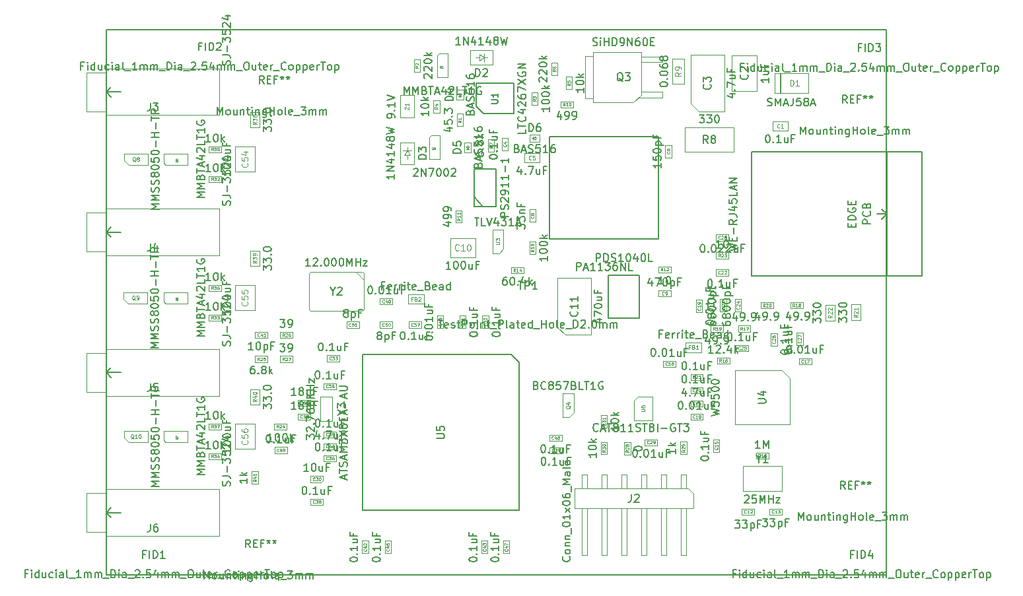
<source format=gbr>
%TF.GenerationSoftware,KiCad,Pcbnew,(6.0.5)*%
%TF.CreationDate,2022-05-04T15:28:31-05:00*%
%TF.ProjectId,IR2IP,49523249-502e-46b6-9963-61645f706362,rev?*%
%TF.SameCoordinates,PX55fe290PY8062360*%
%TF.FileFunction,AssemblyDrawing,Top*%
%FSLAX46Y46*%
G04 Gerber Fmt 4.6, Leading zero omitted, Abs format (unit mm)*
G04 Created by KiCad (PCBNEW (6.0.5)) date 2022-05-04 15:28:31*
%MOMM*%
%LPD*%
G01*
G04 APERTURE LIST*
%TA.AperFunction,Profile*%
%ADD10C,0.150000*%
%TD*%
%ADD11C,0.150000*%
%ADD12C,0.060000*%
%ADD13C,0.080000*%
%ADD14C,0.120000*%
%ADD15C,0.075000*%
%ADD16C,0.050000*%
%ADD17C,0.100000*%
G04 APERTURE END LIST*
D10*
X0Y0D02*
X0Y70000000D01*
X100000000Y0D02*
X0Y0D01*
X100000000Y70000000D02*
X100000000Y0D01*
X0Y70000000D02*
X100000000Y70000000D01*
D11*
%TO.C,FID4*%
X80663333Y191429D02*
X80330000Y191429D01*
X80330000Y-332380D02*
X80330000Y667620D01*
X80806190Y667620D01*
X81187142Y-332380D02*
X81187142Y334286D01*
X81187142Y667620D02*
X81139523Y620000D01*
X81187142Y572381D01*
X81234761Y620000D01*
X81187142Y667620D01*
X81187142Y572381D01*
X82091904Y-332380D02*
X82091904Y667620D01*
X82091904Y-284761D02*
X81996666Y-332380D01*
X81806190Y-332380D01*
X81710952Y-284761D01*
X81663333Y-237142D01*
X81615714Y-141904D01*
X81615714Y143810D01*
X81663333Y239048D01*
X81710952Y286667D01*
X81806190Y334286D01*
X81996666Y334286D01*
X82091904Y286667D01*
X82996666Y334286D02*
X82996666Y-332380D01*
X82568095Y334286D02*
X82568095Y-189523D01*
X82615714Y-284761D01*
X82710952Y-332380D01*
X82853809Y-332380D01*
X82949047Y-284761D01*
X82996666Y-237142D01*
X83901428Y-284761D02*
X83806190Y-332380D01*
X83615714Y-332380D01*
X83520476Y-284761D01*
X83472857Y-237142D01*
X83425238Y-141904D01*
X83425238Y143810D01*
X83472857Y239048D01*
X83520476Y286667D01*
X83615714Y334286D01*
X83806190Y334286D01*
X83901428Y286667D01*
X84330000Y-332380D02*
X84330000Y334286D01*
X84330000Y667620D02*
X84282380Y620000D01*
X84330000Y572381D01*
X84377619Y620000D01*
X84330000Y667620D01*
X84330000Y572381D01*
X85234761Y-332380D02*
X85234761Y191429D01*
X85187142Y286667D01*
X85091904Y334286D01*
X84901428Y334286D01*
X84806190Y286667D01*
X85234761Y-284761D02*
X85139523Y-332380D01*
X84901428Y-332380D01*
X84806190Y-284761D01*
X84758571Y-189523D01*
X84758571Y-94285D01*
X84806190Y953D01*
X84901428Y48572D01*
X85139523Y48572D01*
X85234761Y96191D01*
X85853809Y-332380D02*
X85758571Y-284761D01*
X85710952Y-189523D01*
X85710952Y667620D01*
X85996666Y-427619D02*
X86758571Y-427619D01*
X87520476Y-332380D02*
X86949047Y-332380D01*
X87234761Y-332380D02*
X87234761Y667620D01*
X87139523Y524762D01*
X87044285Y429524D01*
X86949047Y381905D01*
X87949047Y-332380D02*
X87949047Y334286D01*
X87949047Y239048D02*
X87996666Y286667D01*
X88091904Y334286D01*
X88234761Y334286D01*
X88330000Y286667D01*
X88377619Y191429D01*
X88377619Y-332380D01*
X88377619Y191429D02*
X88425238Y286667D01*
X88520476Y334286D01*
X88663333Y334286D01*
X88758571Y286667D01*
X88806190Y191429D01*
X88806190Y-332380D01*
X89282380Y-332380D02*
X89282380Y334286D01*
X89282380Y239048D02*
X89330000Y286667D01*
X89425238Y334286D01*
X89568095Y334286D01*
X89663333Y286667D01*
X89710952Y191429D01*
X89710952Y-332380D01*
X89710952Y191429D02*
X89758571Y286667D01*
X89853809Y334286D01*
X89996666Y334286D01*
X90091904Y286667D01*
X90139523Y191429D01*
X90139523Y-332380D01*
X90377619Y-427619D02*
X91139523Y-427619D01*
X91377619Y-332380D02*
X91377619Y667620D01*
X91615714Y667620D01*
X91758571Y620000D01*
X91853809Y524762D01*
X91901428Y429524D01*
X91949047Y239048D01*
X91949047Y96191D01*
X91901428Y-94285D01*
X91853809Y-189523D01*
X91758571Y-284761D01*
X91615714Y-332380D01*
X91377619Y-332380D01*
X92377619Y-332380D02*
X92377619Y334286D01*
X92377619Y667620D02*
X92330000Y620000D01*
X92377619Y572381D01*
X92425238Y620000D01*
X92377619Y667620D01*
X92377619Y572381D01*
X93282380Y-332380D02*
X93282380Y191429D01*
X93234761Y286667D01*
X93139523Y334286D01*
X92949047Y334286D01*
X92853809Y286667D01*
X93282380Y-284761D02*
X93187142Y-332380D01*
X92949047Y-332380D01*
X92853809Y-284761D01*
X92806190Y-189523D01*
X92806190Y-94285D01*
X92853809Y953D01*
X92949047Y48572D01*
X93187142Y48572D01*
X93282380Y96191D01*
X93520476Y-427619D02*
X94282380Y-427619D01*
X94472857Y572381D02*
X94520476Y620000D01*
X94615714Y667620D01*
X94853809Y667620D01*
X94949047Y620000D01*
X94996666Y572381D01*
X95044285Y477143D01*
X95044285Y381905D01*
X94996666Y239048D01*
X94425238Y-332380D01*
X95044285Y-332380D01*
X95472857Y-237142D02*
X95520476Y-284761D01*
X95472857Y-332380D01*
X95425238Y-284761D01*
X95472857Y-237142D01*
X95472857Y-332380D01*
X96425238Y667620D02*
X95949047Y667620D01*
X95901428Y191429D01*
X95949047Y239048D01*
X96044285Y286667D01*
X96282380Y286667D01*
X96377619Y239048D01*
X96425238Y191429D01*
X96472857Y96191D01*
X96472857Y-141904D01*
X96425238Y-237142D01*
X96377619Y-284761D01*
X96282380Y-332380D01*
X96044285Y-332380D01*
X95949047Y-284761D01*
X95901428Y-237142D01*
X97330000Y334286D02*
X97330000Y-332380D01*
X97091904Y715239D02*
X96853809Y953D01*
X97472857Y953D01*
X97853809Y-332380D02*
X97853809Y334286D01*
X97853809Y239048D02*
X97901428Y286667D01*
X97996666Y334286D01*
X98139523Y334286D01*
X98234761Y286667D01*
X98282380Y191429D01*
X98282380Y-332380D01*
X98282380Y191429D02*
X98330000Y286667D01*
X98425238Y334286D01*
X98568095Y334286D01*
X98663333Y286667D01*
X98710952Y191429D01*
X98710952Y-332380D01*
X99187142Y-332380D02*
X99187142Y334286D01*
X99187142Y239048D02*
X99234761Y286667D01*
X99330000Y334286D01*
X99472857Y334286D01*
X99568095Y286667D01*
X99615714Y191429D01*
X99615714Y-332380D01*
X99615714Y191429D02*
X99663333Y286667D01*
X99758571Y334286D01*
X99901428Y334286D01*
X99996666Y286667D01*
X100044285Y191429D01*
X100044285Y-332380D01*
X100282380Y-427619D02*
X101044285Y-427619D01*
X101472857Y667620D02*
X101663333Y667620D01*
X101758571Y620000D01*
X101853809Y524762D01*
X101901428Y334286D01*
X101901428Y953D01*
X101853809Y-189523D01*
X101758571Y-284761D01*
X101663333Y-332380D01*
X101472857Y-332380D01*
X101377619Y-284761D01*
X101282380Y-189523D01*
X101234761Y953D01*
X101234761Y334286D01*
X101282380Y524762D01*
X101377619Y620000D01*
X101472857Y667620D01*
X102758571Y334286D02*
X102758571Y-332380D01*
X102330000Y334286D02*
X102330000Y-189523D01*
X102377619Y-284761D01*
X102472857Y-332380D01*
X102615714Y-332380D01*
X102710952Y-284761D01*
X102758571Y-237142D01*
X103091904Y334286D02*
X103472857Y334286D01*
X103234761Y667620D02*
X103234761Y-189523D01*
X103282380Y-284761D01*
X103377619Y-332380D01*
X103472857Y-332380D01*
X104187142Y-284761D02*
X104091904Y-332380D01*
X103901428Y-332380D01*
X103806190Y-284761D01*
X103758571Y-189523D01*
X103758571Y191429D01*
X103806190Y286667D01*
X103901428Y334286D01*
X104091904Y334286D01*
X104187142Y286667D01*
X104234761Y191429D01*
X104234761Y96191D01*
X103758571Y953D01*
X104663333Y-332380D02*
X104663333Y334286D01*
X104663333Y143810D02*
X104710952Y239048D01*
X104758571Y286667D01*
X104853809Y334286D01*
X104949047Y334286D01*
X105044285Y-427619D02*
X105806190Y-427619D01*
X106615714Y-237142D02*
X106568095Y-284761D01*
X106425238Y-332380D01*
X106330000Y-332380D01*
X106187142Y-284761D01*
X106091904Y-189523D01*
X106044285Y-94285D01*
X105996666Y96191D01*
X105996666Y239048D01*
X106044285Y429524D01*
X106091904Y524762D01*
X106187142Y620000D01*
X106330000Y667620D01*
X106425238Y667620D01*
X106568095Y620000D01*
X106615714Y572381D01*
X107187142Y-332380D02*
X107091904Y-284761D01*
X107044285Y-237142D01*
X106996666Y-141904D01*
X106996666Y143810D01*
X107044285Y239048D01*
X107091904Y286667D01*
X107187142Y334286D01*
X107330000Y334286D01*
X107425238Y286667D01*
X107472857Y239048D01*
X107520476Y143810D01*
X107520476Y-141904D01*
X107472857Y-237142D01*
X107425238Y-284761D01*
X107330000Y-332380D01*
X107187142Y-332380D01*
X107949047Y334286D02*
X107949047Y-665714D01*
X107949047Y286667D02*
X108044285Y334286D01*
X108234761Y334286D01*
X108330000Y286667D01*
X108377619Y239048D01*
X108425238Y143810D01*
X108425238Y-141904D01*
X108377619Y-237142D01*
X108330000Y-284761D01*
X108234761Y-332380D01*
X108044285Y-332380D01*
X107949047Y-284761D01*
X108853809Y334286D02*
X108853809Y-665714D01*
X108853809Y286667D02*
X108949047Y334286D01*
X109139523Y334286D01*
X109234761Y286667D01*
X109282380Y239048D01*
X109330000Y143810D01*
X109330000Y-141904D01*
X109282380Y-237142D01*
X109234761Y-284761D01*
X109139523Y-332380D01*
X108949047Y-332380D01*
X108853809Y-284761D01*
X110139523Y-284761D02*
X110044285Y-332380D01*
X109853809Y-332380D01*
X109758571Y-284761D01*
X109710952Y-189523D01*
X109710952Y191429D01*
X109758571Y286667D01*
X109853809Y334286D01*
X110044285Y334286D01*
X110139523Y286667D01*
X110187142Y191429D01*
X110187142Y96191D01*
X109710952Y953D01*
X110615714Y-332380D02*
X110615714Y334286D01*
X110615714Y143810D02*
X110663333Y239048D01*
X110710952Y286667D01*
X110806190Y334286D01*
X110901428Y334286D01*
X111091904Y667620D02*
X111663333Y667620D01*
X111377619Y-332380D02*
X111377619Y667620D01*
X112139523Y-332380D02*
X112044285Y-284761D01*
X111996666Y-237142D01*
X111949047Y-141904D01*
X111949047Y143810D01*
X111996666Y239048D01*
X112044285Y286667D01*
X112139523Y334286D01*
X112282380Y334286D01*
X112377619Y286667D01*
X112425238Y239048D01*
X112472857Y143810D01*
X112472857Y-141904D01*
X112425238Y-237142D01*
X112377619Y-284761D01*
X112282380Y-332380D01*
X112139523Y-332380D01*
X112901428Y334286D02*
X112901428Y-665714D01*
X112901428Y286667D02*
X112996666Y334286D01*
X113187142Y334286D01*
X113282380Y286667D01*
X113330000Y239048D01*
X113377619Y143810D01*
X113377619Y-141904D01*
X113330000Y-237142D01*
X113282380Y-284761D01*
X113187142Y-332380D01*
X112996666Y-332380D01*
X112901428Y-284761D01*
X95758571Y2691429D02*
X95425238Y2691429D01*
X95425238Y2167620D02*
X95425238Y3167620D01*
X95901428Y3167620D01*
X96282380Y2167620D02*
X96282380Y3167620D01*
X96758571Y2167620D02*
X96758571Y3167620D01*
X96996666Y3167620D01*
X97139523Y3120000D01*
X97234761Y3024762D01*
X97282380Y2929524D01*
X97330000Y2739048D01*
X97330000Y2596191D01*
X97282380Y2405715D01*
X97234761Y2310477D01*
X97139523Y2215239D01*
X96996666Y2167620D01*
X96758571Y2167620D01*
X98187142Y2834286D02*
X98187142Y2167620D01*
X97949047Y3215239D02*
X97710952Y2500953D01*
X98330000Y2500953D01*
%TO.C,FID2*%
X-2916667Y65321429D02*
X-3250000Y65321429D01*
X-3250000Y64797620D02*
X-3250000Y65797620D01*
X-2773810Y65797620D01*
X-2392858Y64797620D02*
X-2392858Y65464286D01*
X-2392858Y65797620D02*
X-2440477Y65750000D01*
X-2392858Y65702381D01*
X-2345239Y65750000D01*
X-2392858Y65797620D01*
X-2392858Y65702381D01*
X-1488096Y64797620D02*
X-1488096Y65797620D01*
X-1488096Y64845239D02*
X-1583334Y64797620D01*
X-1773810Y64797620D01*
X-1869048Y64845239D01*
X-1916667Y64892858D01*
X-1964286Y64988096D01*
X-1964286Y65273810D01*
X-1916667Y65369048D01*
X-1869048Y65416667D01*
X-1773810Y65464286D01*
X-1583334Y65464286D01*
X-1488096Y65416667D01*
X-583334Y65464286D02*
X-583334Y64797620D01*
X-1011905Y65464286D02*
X-1011905Y64940477D01*
X-964286Y64845239D01*
X-869048Y64797620D01*
X-726191Y64797620D01*
X-630953Y64845239D01*
X-583334Y64892858D01*
X321428Y64845239D02*
X226190Y64797620D01*
X35714Y64797620D01*
X-59524Y64845239D01*
X-107143Y64892858D01*
X-154762Y64988096D01*
X-154762Y65273810D01*
X-107143Y65369048D01*
X-59524Y65416667D01*
X35714Y65464286D01*
X226190Y65464286D01*
X321428Y65416667D01*
X750000Y64797620D02*
X750000Y65464286D01*
X750000Y65797620D02*
X702380Y65750000D01*
X750000Y65702381D01*
X797619Y65750000D01*
X750000Y65797620D01*
X750000Y65702381D01*
X1654761Y64797620D02*
X1654761Y65321429D01*
X1607142Y65416667D01*
X1511904Y65464286D01*
X1321428Y65464286D01*
X1226190Y65416667D01*
X1654761Y64845239D02*
X1559523Y64797620D01*
X1321428Y64797620D01*
X1226190Y64845239D01*
X1178571Y64940477D01*
X1178571Y65035715D01*
X1226190Y65130953D01*
X1321428Y65178572D01*
X1559523Y65178572D01*
X1654761Y65226191D01*
X2273809Y64797620D02*
X2178571Y64845239D01*
X2130952Y64940477D01*
X2130952Y65797620D01*
X2416666Y64702381D02*
X3178571Y64702381D01*
X3940476Y64797620D02*
X3369047Y64797620D01*
X3654761Y64797620D02*
X3654761Y65797620D01*
X3559523Y65654762D01*
X3464285Y65559524D01*
X3369047Y65511905D01*
X4369047Y64797620D02*
X4369047Y65464286D01*
X4369047Y65369048D02*
X4416666Y65416667D01*
X4511904Y65464286D01*
X4654761Y65464286D01*
X4750000Y65416667D01*
X4797619Y65321429D01*
X4797619Y64797620D01*
X4797619Y65321429D02*
X4845238Y65416667D01*
X4940476Y65464286D01*
X5083333Y65464286D01*
X5178571Y65416667D01*
X5226190Y65321429D01*
X5226190Y64797620D01*
X5702380Y64797620D02*
X5702380Y65464286D01*
X5702380Y65369048D02*
X5750000Y65416667D01*
X5845238Y65464286D01*
X5988095Y65464286D01*
X6083333Y65416667D01*
X6130952Y65321429D01*
X6130952Y64797620D01*
X6130952Y65321429D02*
X6178571Y65416667D01*
X6273809Y65464286D01*
X6416666Y65464286D01*
X6511904Y65416667D01*
X6559523Y65321429D01*
X6559523Y64797620D01*
X6797619Y64702381D02*
X7559523Y64702381D01*
X7797619Y64797620D02*
X7797619Y65797620D01*
X8035714Y65797620D01*
X8178571Y65750000D01*
X8273809Y65654762D01*
X8321428Y65559524D01*
X8369047Y65369048D01*
X8369047Y65226191D01*
X8321428Y65035715D01*
X8273809Y64940477D01*
X8178571Y64845239D01*
X8035714Y64797620D01*
X7797619Y64797620D01*
X8797619Y64797620D02*
X8797619Y65464286D01*
X8797619Y65797620D02*
X8750000Y65750000D01*
X8797619Y65702381D01*
X8845238Y65750000D01*
X8797619Y65797620D01*
X8797619Y65702381D01*
X9702380Y64797620D02*
X9702380Y65321429D01*
X9654761Y65416667D01*
X9559523Y65464286D01*
X9369047Y65464286D01*
X9273809Y65416667D01*
X9702380Y64845239D02*
X9607142Y64797620D01*
X9369047Y64797620D01*
X9273809Y64845239D01*
X9226190Y64940477D01*
X9226190Y65035715D01*
X9273809Y65130953D01*
X9369047Y65178572D01*
X9607142Y65178572D01*
X9702380Y65226191D01*
X9940476Y64702381D02*
X10702380Y64702381D01*
X10892857Y65702381D02*
X10940476Y65750000D01*
X11035714Y65797620D01*
X11273809Y65797620D01*
X11369047Y65750000D01*
X11416666Y65702381D01*
X11464285Y65607143D01*
X11464285Y65511905D01*
X11416666Y65369048D01*
X10845238Y64797620D01*
X11464285Y64797620D01*
X11892857Y64892858D02*
X11940476Y64845239D01*
X11892857Y64797620D01*
X11845238Y64845239D01*
X11892857Y64892858D01*
X11892857Y64797620D01*
X12845238Y65797620D02*
X12369047Y65797620D01*
X12321428Y65321429D01*
X12369047Y65369048D01*
X12464285Y65416667D01*
X12702380Y65416667D01*
X12797619Y65369048D01*
X12845238Y65321429D01*
X12892857Y65226191D01*
X12892857Y64988096D01*
X12845238Y64892858D01*
X12797619Y64845239D01*
X12702380Y64797620D01*
X12464285Y64797620D01*
X12369047Y64845239D01*
X12321428Y64892858D01*
X13750000Y65464286D02*
X13750000Y64797620D01*
X13511904Y65845239D02*
X13273809Y65130953D01*
X13892857Y65130953D01*
X14273809Y64797620D02*
X14273809Y65464286D01*
X14273809Y65369048D02*
X14321428Y65416667D01*
X14416666Y65464286D01*
X14559523Y65464286D01*
X14654761Y65416667D01*
X14702380Y65321429D01*
X14702380Y64797620D01*
X14702380Y65321429D02*
X14750000Y65416667D01*
X14845238Y65464286D01*
X14988095Y65464286D01*
X15083333Y65416667D01*
X15130952Y65321429D01*
X15130952Y64797620D01*
X15607142Y64797620D02*
X15607142Y65464286D01*
X15607142Y65369048D02*
X15654761Y65416667D01*
X15750000Y65464286D01*
X15892857Y65464286D01*
X15988095Y65416667D01*
X16035714Y65321429D01*
X16035714Y64797620D01*
X16035714Y65321429D02*
X16083333Y65416667D01*
X16178571Y65464286D01*
X16321428Y65464286D01*
X16416666Y65416667D01*
X16464285Y65321429D01*
X16464285Y64797620D01*
X16702380Y64702381D02*
X17464285Y64702381D01*
X17892857Y65797620D02*
X18083333Y65797620D01*
X18178571Y65750000D01*
X18273809Y65654762D01*
X18321428Y65464286D01*
X18321428Y65130953D01*
X18273809Y64940477D01*
X18178571Y64845239D01*
X18083333Y64797620D01*
X17892857Y64797620D01*
X17797619Y64845239D01*
X17702380Y64940477D01*
X17654761Y65130953D01*
X17654761Y65464286D01*
X17702380Y65654762D01*
X17797619Y65750000D01*
X17892857Y65797620D01*
X19178571Y65464286D02*
X19178571Y64797620D01*
X18750000Y65464286D02*
X18750000Y64940477D01*
X18797619Y64845239D01*
X18892857Y64797620D01*
X19035714Y64797620D01*
X19130952Y64845239D01*
X19178571Y64892858D01*
X19511904Y65464286D02*
X19892857Y65464286D01*
X19654761Y65797620D02*
X19654761Y64940477D01*
X19702380Y64845239D01*
X19797619Y64797620D01*
X19892857Y64797620D01*
X20607142Y64845239D02*
X20511904Y64797620D01*
X20321428Y64797620D01*
X20226190Y64845239D01*
X20178571Y64940477D01*
X20178571Y65321429D01*
X20226190Y65416667D01*
X20321428Y65464286D01*
X20511904Y65464286D01*
X20607142Y65416667D01*
X20654761Y65321429D01*
X20654761Y65226191D01*
X20178571Y65130953D01*
X21083333Y64797620D02*
X21083333Y65464286D01*
X21083333Y65273810D02*
X21130952Y65369048D01*
X21178571Y65416667D01*
X21273809Y65464286D01*
X21369047Y65464286D01*
X21464285Y64702381D02*
X22226190Y64702381D01*
X23035714Y64892858D02*
X22988095Y64845239D01*
X22845238Y64797620D01*
X22749999Y64797620D01*
X22607142Y64845239D01*
X22511904Y64940477D01*
X22464285Y65035715D01*
X22416666Y65226191D01*
X22416666Y65369048D01*
X22464285Y65559524D01*
X22511904Y65654762D01*
X22607142Y65750000D01*
X22749999Y65797620D01*
X22845238Y65797620D01*
X22988095Y65750000D01*
X23035714Y65702381D01*
X23607142Y64797620D02*
X23511904Y64845239D01*
X23464285Y64892858D01*
X23416666Y64988096D01*
X23416666Y65273810D01*
X23464285Y65369048D01*
X23511904Y65416667D01*
X23607142Y65464286D01*
X23749999Y65464286D01*
X23845238Y65416667D01*
X23892857Y65369048D01*
X23940476Y65273810D01*
X23940476Y64988096D01*
X23892857Y64892858D01*
X23845238Y64845239D01*
X23749999Y64797620D01*
X23607142Y64797620D01*
X24369047Y65464286D02*
X24369047Y64464286D01*
X24369047Y65416667D02*
X24464285Y65464286D01*
X24654761Y65464286D01*
X24749999Y65416667D01*
X24797619Y65369048D01*
X24845238Y65273810D01*
X24845238Y64988096D01*
X24797619Y64892858D01*
X24749999Y64845239D01*
X24654761Y64797620D01*
X24464285Y64797620D01*
X24369047Y64845239D01*
X25273809Y65464286D02*
X25273809Y64464286D01*
X25273809Y65416667D02*
X25369047Y65464286D01*
X25559523Y65464286D01*
X25654761Y65416667D01*
X25702380Y65369048D01*
X25749999Y65273810D01*
X25749999Y64988096D01*
X25702380Y64892858D01*
X25654761Y64845239D01*
X25559523Y64797620D01*
X25369047Y64797620D01*
X25273809Y64845239D01*
X26559523Y64845239D02*
X26464285Y64797620D01*
X26273809Y64797620D01*
X26178571Y64845239D01*
X26130952Y64940477D01*
X26130952Y65321429D01*
X26178571Y65416667D01*
X26273809Y65464286D01*
X26464285Y65464286D01*
X26559523Y65416667D01*
X26607142Y65321429D01*
X26607142Y65226191D01*
X26130952Y65130953D01*
X27035714Y64797620D02*
X27035714Y65464286D01*
X27035714Y65273810D02*
X27083333Y65369048D01*
X27130952Y65416667D01*
X27226190Y65464286D01*
X27321428Y65464286D01*
X27511904Y65797620D02*
X28083333Y65797620D01*
X27797619Y64797620D02*
X27797619Y65797620D01*
X28559523Y64797620D02*
X28464285Y64845239D01*
X28416666Y64892858D01*
X28369047Y64988096D01*
X28369047Y65273810D01*
X28416666Y65369048D01*
X28464285Y65416667D01*
X28559523Y65464286D01*
X28702380Y65464286D01*
X28797619Y65416667D01*
X28845238Y65369048D01*
X28892857Y65273810D01*
X28892857Y64988096D01*
X28845238Y64892858D01*
X28797619Y64845239D01*
X28702380Y64797620D01*
X28559523Y64797620D01*
X29321428Y65464286D02*
X29321428Y64464286D01*
X29321428Y65416667D02*
X29416666Y65464286D01*
X29607142Y65464286D01*
X29702380Y65416667D01*
X29749999Y65369048D01*
X29797619Y65273810D01*
X29797619Y64988096D01*
X29749999Y64892858D01*
X29702380Y64845239D01*
X29607142Y64797620D01*
X29416666Y64797620D01*
X29321428Y64845239D01*
X12178571Y67821429D02*
X11845238Y67821429D01*
X11845238Y67297620D02*
X11845238Y68297620D01*
X12321428Y68297620D01*
X12702380Y67297620D02*
X12702380Y68297620D01*
X13178571Y67297620D02*
X13178571Y68297620D01*
X13416666Y68297620D01*
X13559523Y68250000D01*
X13654761Y68154762D01*
X13702380Y68059524D01*
X13750000Y67869048D01*
X13750000Y67726191D01*
X13702380Y67535715D01*
X13654761Y67440477D01*
X13559523Y67345239D01*
X13416666Y67297620D01*
X13178571Y67297620D01*
X14130952Y68202381D02*
X14178571Y68250000D01*
X14273809Y68297620D01*
X14511904Y68297620D01*
X14607142Y68250000D01*
X14654761Y68202381D01*
X14702380Y68107143D01*
X14702380Y68011905D01*
X14654761Y67869048D01*
X14083333Y67297620D01*
X14702380Y67297620D01*
%TO.C,REF\u002A\u002A*%
X12523809Y-452380D02*
X12523809Y547620D01*
X12857142Y-166666D01*
X13190476Y547620D01*
X13190476Y-452380D01*
X13809523Y-452380D02*
X13714285Y-404761D01*
X13666666Y-357142D01*
X13619047Y-261904D01*
X13619047Y23810D01*
X13666666Y119048D01*
X13714285Y166667D01*
X13809523Y214286D01*
X13952380Y214286D01*
X14047619Y166667D01*
X14095238Y119048D01*
X14142857Y23810D01*
X14142857Y-261904D01*
X14095238Y-357142D01*
X14047619Y-404761D01*
X13952380Y-452380D01*
X13809523Y-452380D01*
X15000000Y214286D02*
X15000000Y-452380D01*
X14571428Y214286D02*
X14571428Y-309523D01*
X14619047Y-404761D01*
X14714285Y-452380D01*
X14857142Y-452380D01*
X14952380Y-404761D01*
X15000000Y-357142D01*
X15476190Y214286D02*
X15476190Y-452380D01*
X15476190Y119048D02*
X15523809Y166667D01*
X15619047Y214286D01*
X15761904Y214286D01*
X15857142Y166667D01*
X15904761Y71429D01*
X15904761Y-452380D01*
X16238095Y214286D02*
X16619047Y214286D01*
X16380952Y547620D02*
X16380952Y-309523D01*
X16428571Y-404761D01*
X16523809Y-452380D01*
X16619047Y-452380D01*
X16952380Y-452380D02*
X16952380Y214286D01*
X16952380Y547620D02*
X16904761Y500000D01*
X16952380Y452381D01*
X17000000Y500000D01*
X16952380Y547620D01*
X16952380Y452381D01*
X17428571Y214286D02*
X17428571Y-452380D01*
X17428571Y119048D02*
X17476190Y166667D01*
X17571428Y214286D01*
X17714285Y214286D01*
X17809523Y166667D01*
X17857142Y71429D01*
X17857142Y-452380D01*
X18761904Y214286D02*
X18761904Y-595238D01*
X18714285Y-690476D01*
X18666666Y-738095D01*
X18571428Y-785714D01*
X18428571Y-785714D01*
X18333333Y-738095D01*
X18761904Y-404761D02*
X18666666Y-452380D01*
X18476190Y-452380D01*
X18380952Y-404761D01*
X18333333Y-357142D01*
X18285714Y-261904D01*
X18285714Y23810D01*
X18333333Y119048D01*
X18380952Y166667D01*
X18476190Y214286D01*
X18666666Y214286D01*
X18761904Y166667D01*
X19238095Y-452380D02*
X19238095Y547620D01*
X19238095Y71429D02*
X19809523Y71429D01*
X19809523Y-452380D02*
X19809523Y547620D01*
X20428571Y-452380D02*
X20333333Y-404761D01*
X20285714Y-357142D01*
X20238095Y-261904D01*
X20238095Y23810D01*
X20285714Y119048D01*
X20333333Y166667D01*
X20428571Y214286D01*
X20571428Y214286D01*
X20666666Y166667D01*
X20714285Y119048D01*
X20761904Y23810D01*
X20761904Y-261904D01*
X20714285Y-357142D01*
X20666666Y-404761D01*
X20571428Y-452380D01*
X20428571Y-452380D01*
X21333333Y-452380D02*
X21238095Y-404761D01*
X21190476Y-309523D01*
X21190476Y547620D01*
X22095238Y-404761D02*
X22000000Y-452380D01*
X21809523Y-452380D01*
X21714285Y-404761D01*
X21666666Y-309523D01*
X21666666Y71429D01*
X21714285Y166667D01*
X21809523Y214286D01*
X22000000Y214286D01*
X22095238Y166667D01*
X22142857Y71429D01*
X22142857Y-23809D01*
X21666666Y-119047D01*
X22333333Y-547619D02*
X23095238Y-547619D01*
X23238095Y547620D02*
X23857142Y547620D01*
X23523809Y166667D01*
X23666666Y166667D01*
X23761904Y119048D01*
X23809523Y71429D01*
X23857142Y-23809D01*
X23857142Y-261904D01*
X23809523Y-357142D01*
X23761904Y-404761D01*
X23666666Y-452380D01*
X23380952Y-452380D01*
X23285714Y-404761D01*
X23238095Y-357142D01*
X24285714Y-452380D02*
X24285714Y214286D01*
X24285714Y119048D02*
X24333333Y166667D01*
X24428571Y214286D01*
X24571428Y214286D01*
X24666666Y166667D01*
X24714285Y71429D01*
X24714285Y-452380D01*
X24714285Y71429D02*
X24761904Y166667D01*
X24857142Y214286D01*
X25000000Y214286D01*
X25095238Y166667D01*
X25142857Y71429D01*
X25142857Y-452380D01*
X25619047Y-452380D02*
X25619047Y214286D01*
X25619047Y119048D02*
X25666666Y166667D01*
X25761904Y214286D01*
X25904761Y214286D01*
X26000000Y166667D01*
X26047619Y71429D01*
X26047619Y-452380D01*
X26047619Y71429D02*
X26095238Y166667D01*
X26190476Y214286D01*
X26333333Y214286D01*
X26428571Y166667D01*
X26476190Y71429D01*
X26476190Y-452380D01*
X18466666Y3547620D02*
X18133333Y4023810D01*
X17895238Y3547620D02*
X17895238Y4547620D01*
X18276190Y4547620D01*
X18371428Y4500000D01*
X18419047Y4452381D01*
X18466666Y4357143D01*
X18466666Y4214286D01*
X18419047Y4119048D01*
X18371428Y4071429D01*
X18276190Y4023810D01*
X17895238Y4023810D01*
X18895238Y4071429D02*
X19228571Y4071429D01*
X19371428Y3547620D02*
X18895238Y3547620D01*
X18895238Y4547620D01*
X19371428Y4547620D01*
X20133333Y4071429D02*
X19800000Y4071429D01*
X19800000Y3547620D02*
X19800000Y4547620D01*
X20276190Y4547620D01*
X20800000Y4547620D02*
X20800000Y4309524D01*
X20561904Y4404762D02*
X20800000Y4309524D01*
X21038095Y4404762D01*
X20657142Y4119048D02*
X20800000Y4309524D01*
X20942857Y4119048D01*
X21561904Y4547620D02*
X21561904Y4309524D01*
X21323809Y4404762D02*
X21561904Y4309524D01*
X21800000Y4404762D01*
X21419047Y4119048D02*
X21561904Y4309524D01*
X21704761Y4119048D01*
X14273809Y59047620D02*
X14273809Y60047620D01*
X14607142Y59333334D01*
X14940476Y60047620D01*
X14940476Y59047620D01*
X15559523Y59047620D02*
X15464285Y59095239D01*
X15416666Y59142858D01*
X15369047Y59238096D01*
X15369047Y59523810D01*
X15416666Y59619048D01*
X15464285Y59666667D01*
X15559523Y59714286D01*
X15702380Y59714286D01*
X15797619Y59666667D01*
X15845238Y59619048D01*
X15892857Y59523810D01*
X15892857Y59238096D01*
X15845238Y59142858D01*
X15797619Y59095239D01*
X15702380Y59047620D01*
X15559523Y59047620D01*
X16750000Y59714286D02*
X16750000Y59047620D01*
X16321428Y59714286D02*
X16321428Y59190477D01*
X16369047Y59095239D01*
X16464285Y59047620D01*
X16607142Y59047620D01*
X16702380Y59095239D01*
X16750000Y59142858D01*
X17226190Y59714286D02*
X17226190Y59047620D01*
X17226190Y59619048D02*
X17273809Y59666667D01*
X17369047Y59714286D01*
X17511904Y59714286D01*
X17607142Y59666667D01*
X17654761Y59571429D01*
X17654761Y59047620D01*
X17988095Y59714286D02*
X18369047Y59714286D01*
X18130952Y60047620D02*
X18130952Y59190477D01*
X18178571Y59095239D01*
X18273809Y59047620D01*
X18369047Y59047620D01*
X18702380Y59047620D02*
X18702380Y59714286D01*
X18702380Y60047620D02*
X18654761Y60000000D01*
X18702380Y59952381D01*
X18750000Y60000000D01*
X18702380Y60047620D01*
X18702380Y59952381D01*
X19178571Y59714286D02*
X19178571Y59047620D01*
X19178571Y59619048D02*
X19226190Y59666667D01*
X19321428Y59714286D01*
X19464285Y59714286D01*
X19559523Y59666667D01*
X19607142Y59571429D01*
X19607142Y59047620D01*
X20511904Y59714286D02*
X20511904Y58904762D01*
X20464285Y58809524D01*
X20416666Y58761905D01*
X20321428Y58714286D01*
X20178571Y58714286D01*
X20083333Y58761905D01*
X20511904Y59095239D02*
X20416666Y59047620D01*
X20226190Y59047620D01*
X20130952Y59095239D01*
X20083333Y59142858D01*
X20035714Y59238096D01*
X20035714Y59523810D01*
X20083333Y59619048D01*
X20130952Y59666667D01*
X20226190Y59714286D01*
X20416666Y59714286D01*
X20511904Y59666667D01*
X20988095Y59047620D02*
X20988095Y60047620D01*
X20988095Y59571429D02*
X21559523Y59571429D01*
X21559523Y59047620D02*
X21559523Y60047620D01*
X22178571Y59047620D02*
X22083333Y59095239D01*
X22035714Y59142858D01*
X21988095Y59238096D01*
X21988095Y59523810D01*
X22035714Y59619048D01*
X22083333Y59666667D01*
X22178571Y59714286D01*
X22321428Y59714286D01*
X22416666Y59666667D01*
X22464285Y59619048D01*
X22511904Y59523810D01*
X22511904Y59238096D01*
X22464285Y59142858D01*
X22416666Y59095239D01*
X22321428Y59047620D01*
X22178571Y59047620D01*
X23083333Y59047620D02*
X22988095Y59095239D01*
X22940476Y59190477D01*
X22940476Y60047620D01*
X23845238Y59095239D02*
X23750000Y59047620D01*
X23559523Y59047620D01*
X23464285Y59095239D01*
X23416666Y59190477D01*
X23416666Y59571429D01*
X23464285Y59666667D01*
X23559523Y59714286D01*
X23750000Y59714286D01*
X23845238Y59666667D01*
X23892857Y59571429D01*
X23892857Y59476191D01*
X23416666Y59380953D01*
X24083333Y58952381D02*
X24845238Y58952381D01*
X24988095Y60047620D02*
X25607142Y60047620D01*
X25273809Y59666667D01*
X25416666Y59666667D01*
X25511904Y59619048D01*
X25559523Y59571429D01*
X25607142Y59476191D01*
X25607142Y59238096D01*
X25559523Y59142858D01*
X25511904Y59095239D01*
X25416666Y59047620D01*
X25130952Y59047620D01*
X25035714Y59095239D01*
X24988095Y59142858D01*
X26035714Y59047620D02*
X26035714Y59714286D01*
X26035714Y59619048D02*
X26083333Y59666667D01*
X26178571Y59714286D01*
X26321428Y59714286D01*
X26416666Y59666667D01*
X26464285Y59571429D01*
X26464285Y59047620D01*
X26464285Y59571429D02*
X26511904Y59666667D01*
X26607142Y59714286D01*
X26750000Y59714286D01*
X26845238Y59666667D01*
X26892857Y59571429D01*
X26892857Y59047620D01*
X27369047Y59047620D02*
X27369047Y59714286D01*
X27369047Y59619048D02*
X27416666Y59666667D01*
X27511904Y59714286D01*
X27654761Y59714286D01*
X27750000Y59666667D01*
X27797619Y59571429D01*
X27797619Y59047620D01*
X27797619Y59571429D02*
X27845238Y59666667D01*
X27940476Y59714286D01*
X28083333Y59714286D01*
X28178571Y59666667D01*
X28226190Y59571429D01*
X28226190Y59047620D01*
X20216666Y63047620D02*
X19883333Y63523810D01*
X19645238Y63047620D02*
X19645238Y64047620D01*
X20026190Y64047620D01*
X20121428Y64000000D01*
X20169047Y63952381D01*
X20216666Y63857143D01*
X20216666Y63714286D01*
X20169047Y63619048D01*
X20121428Y63571429D01*
X20026190Y63523810D01*
X19645238Y63523810D01*
X20645238Y63571429D02*
X20978571Y63571429D01*
X21121428Y63047620D02*
X20645238Y63047620D01*
X20645238Y64047620D01*
X21121428Y64047620D01*
X21883333Y63571429D02*
X21550000Y63571429D01*
X21550000Y63047620D02*
X21550000Y64047620D01*
X22026190Y64047620D01*
X22550000Y64047620D02*
X22550000Y63809524D01*
X22311904Y63904762D02*
X22550000Y63809524D01*
X22788095Y63904762D01*
X22407142Y63619048D02*
X22550000Y63809524D01*
X22692857Y63619048D01*
X23311904Y64047620D02*
X23311904Y63809524D01*
X23073809Y63904762D02*
X23311904Y63809524D01*
X23550000Y63904762D01*
X23169047Y63619048D02*
X23311904Y63809524D01*
X23454761Y63619048D01*
X89023809Y56547620D02*
X89023809Y57547620D01*
X89357142Y56833334D01*
X89690476Y57547620D01*
X89690476Y56547620D01*
X90309523Y56547620D02*
X90214285Y56595239D01*
X90166666Y56642858D01*
X90119047Y56738096D01*
X90119047Y57023810D01*
X90166666Y57119048D01*
X90214285Y57166667D01*
X90309523Y57214286D01*
X90452380Y57214286D01*
X90547619Y57166667D01*
X90595238Y57119048D01*
X90642857Y57023810D01*
X90642857Y56738096D01*
X90595238Y56642858D01*
X90547619Y56595239D01*
X90452380Y56547620D01*
X90309523Y56547620D01*
X91500000Y57214286D02*
X91500000Y56547620D01*
X91071428Y57214286D02*
X91071428Y56690477D01*
X91119047Y56595239D01*
X91214285Y56547620D01*
X91357142Y56547620D01*
X91452380Y56595239D01*
X91500000Y56642858D01*
X91976190Y57214286D02*
X91976190Y56547620D01*
X91976190Y57119048D02*
X92023809Y57166667D01*
X92119047Y57214286D01*
X92261904Y57214286D01*
X92357142Y57166667D01*
X92404761Y57071429D01*
X92404761Y56547620D01*
X92738095Y57214286D02*
X93119047Y57214286D01*
X92880952Y57547620D02*
X92880952Y56690477D01*
X92928571Y56595239D01*
X93023809Y56547620D01*
X93119047Y56547620D01*
X93452380Y56547620D02*
X93452380Y57214286D01*
X93452380Y57547620D02*
X93404761Y57500000D01*
X93452380Y57452381D01*
X93500000Y57500000D01*
X93452380Y57547620D01*
X93452380Y57452381D01*
X93928571Y57214286D02*
X93928571Y56547620D01*
X93928571Y57119048D02*
X93976190Y57166667D01*
X94071428Y57214286D01*
X94214285Y57214286D01*
X94309523Y57166667D01*
X94357142Y57071429D01*
X94357142Y56547620D01*
X95261904Y57214286D02*
X95261904Y56404762D01*
X95214285Y56309524D01*
X95166666Y56261905D01*
X95071428Y56214286D01*
X94928571Y56214286D01*
X94833333Y56261905D01*
X95261904Y56595239D02*
X95166666Y56547620D01*
X94976190Y56547620D01*
X94880952Y56595239D01*
X94833333Y56642858D01*
X94785714Y56738096D01*
X94785714Y57023810D01*
X94833333Y57119048D01*
X94880952Y57166667D01*
X94976190Y57214286D01*
X95166666Y57214286D01*
X95261904Y57166667D01*
X95738095Y56547620D02*
X95738095Y57547620D01*
X95738095Y57071429D02*
X96309523Y57071429D01*
X96309523Y56547620D02*
X96309523Y57547620D01*
X96928571Y56547620D02*
X96833333Y56595239D01*
X96785714Y56642858D01*
X96738095Y56738096D01*
X96738095Y57023810D01*
X96785714Y57119048D01*
X96833333Y57166667D01*
X96928571Y57214286D01*
X97071428Y57214286D01*
X97166666Y57166667D01*
X97214285Y57119048D01*
X97261904Y57023810D01*
X97261904Y56738096D01*
X97214285Y56642858D01*
X97166666Y56595239D01*
X97071428Y56547620D01*
X96928571Y56547620D01*
X97833333Y56547620D02*
X97738095Y56595239D01*
X97690476Y56690477D01*
X97690476Y57547620D01*
X98595238Y56595239D02*
X98500000Y56547620D01*
X98309523Y56547620D01*
X98214285Y56595239D01*
X98166666Y56690477D01*
X98166666Y57071429D01*
X98214285Y57166667D01*
X98309523Y57214286D01*
X98500000Y57214286D01*
X98595238Y57166667D01*
X98642857Y57071429D01*
X98642857Y56976191D01*
X98166666Y56880953D01*
X98833333Y56452381D02*
X99595238Y56452381D01*
X99738095Y57547620D02*
X100357142Y57547620D01*
X100023809Y57166667D01*
X100166666Y57166667D01*
X100261904Y57119048D01*
X100309523Y57071429D01*
X100357142Y56976191D01*
X100357142Y56738096D01*
X100309523Y56642858D01*
X100261904Y56595239D01*
X100166666Y56547620D01*
X99880952Y56547620D01*
X99785714Y56595239D01*
X99738095Y56642858D01*
X100785714Y56547620D02*
X100785714Y57214286D01*
X100785714Y57119048D02*
X100833333Y57166667D01*
X100928571Y57214286D01*
X101071428Y57214286D01*
X101166666Y57166667D01*
X101214285Y57071429D01*
X101214285Y56547620D01*
X101214285Y57071429D02*
X101261904Y57166667D01*
X101357142Y57214286D01*
X101500000Y57214286D01*
X101595238Y57166667D01*
X101642857Y57071429D01*
X101642857Y56547620D01*
X102119047Y56547620D02*
X102119047Y57214286D01*
X102119047Y57119048D02*
X102166666Y57166667D01*
X102261904Y57214286D01*
X102404761Y57214286D01*
X102500000Y57166667D01*
X102547619Y57071429D01*
X102547619Y56547620D01*
X102547619Y57071429D02*
X102595238Y57166667D01*
X102690476Y57214286D01*
X102833333Y57214286D01*
X102928571Y57166667D01*
X102976190Y57071429D01*
X102976190Y56547620D01*
X94966666Y60547620D02*
X94633333Y61023810D01*
X94395238Y60547620D02*
X94395238Y61547620D01*
X94776190Y61547620D01*
X94871428Y61500000D01*
X94919047Y61452381D01*
X94966666Y61357143D01*
X94966666Y61214286D01*
X94919047Y61119048D01*
X94871428Y61071429D01*
X94776190Y61023810D01*
X94395238Y61023810D01*
X95395238Y61071429D02*
X95728571Y61071429D01*
X95871428Y60547620D02*
X95395238Y60547620D01*
X95395238Y61547620D01*
X95871428Y61547620D01*
X96633333Y61071429D02*
X96300000Y61071429D01*
X96300000Y60547620D02*
X96300000Y61547620D01*
X96776190Y61547620D01*
X97300000Y61547620D02*
X97300000Y61309524D01*
X97061904Y61404762D02*
X97300000Y61309524D01*
X97538095Y61404762D01*
X97157142Y61119048D02*
X97300000Y61309524D01*
X97442857Y61119048D01*
X98061904Y61547620D02*
X98061904Y61309524D01*
X97823809Y61404762D02*
X98061904Y61309524D01*
X98300000Y61404762D01*
X97919047Y61119048D02*
X98061904Y61309524D01*
X98204761Y61119048D01*
%TO.C,J6*%
X15854761Y11444524D02*
X15902380Y11587381D01*
X15902380Y11825477D01*
X15854761Y11920715D01*
X15807142Y11968334D01*
X15711904Y12015953D01*
X15616666Y12015953D01*
X15521428Y11968334D01*
X15473809Y11920715D01*
X15426190Y11825477D01*
X15378571Y11635000D01*
X15330952Y11539762D01*
X15283333Y11492143D01*
X15188095Y11444524D01*
X15092857Y11444524D01*
X14997619Y11492143D01*
X14950000Y11539762D01*
X14902380Y11635000D01*
X14902380Y11873096D01*
X14950000Y12015953D01*
X14902380Y12730239D02*
X15616666Y12730239D01*
X15759523Y12682620D01*
X15854761Y12587381D01*
X15902380Y12444524D01*
X15902380Y12349286D01*
X15521428Y13206429D02*
X15521428Y13968334D01*
X14902380Y14349286D02*
X14902380Y14968334D01*
X15283333Y14635000D01*
X15283333Y14777858D01*
X15330952Y14873096D01*
X15378571Y14920715D01*
X15473809Y14968334D01*
X15711904Y14968334D01*
X15807142Y14920715D01*
X15854761Y14873096D01*
X15902380Y14777858D01*
X15902380Y14492143D01*
X15854761Y14396905D01*
X15807142Y14349286D01*
X14902380Y15873096D02*
X14902380Y15396905D01*
X15378571Y15349286D01*
X15330952Y15396905D01*
X15283333Y15492143D01*
X15283333Y15730239D01*
X15330952Y15825477D01*
X15378571Y15873096D01*
X15473809Y15920715D01*
X15711904Y15920715D01*
X15807142Y15873096D01*
X15854761Y15825477D01*
X15902380Y15730239D01*
X15902380Y15492143D01*
X15854761Y15396905D01*
X15807142Y15349286D01*
X14997619Y16301667D02*
X14950000Y16349286D01*
X14902380Y16444524D01*
X14902380Y16682620D01*
X14950000Y16777858D01*
X14997619Y16825477D01*
X15092857Y16873096D01*
X15188095Y16873096D01*
X15330952Y16825477D01*
X15902380Y16254048D01*
X15902380Y16873096D01*
X15235714Y17730239D02*
X15902380Y17730239D01*
X14854761Y17492143D02*
X15569047Y17254048D01*
X15569047Y17873096D01*
X5651666Y6572620D02*
X5651666Y5858334D01*
X5604047Y5715477D01*
X5508809Y5620239D01*
X5365952Y5572620D01*
X5270714Y5572620D01*
X6556428Y6572620D02*
X6365952Y6572620D01*
X6270714Y6525000D01*
X6223095Y6477381D01*
X6127857Y6334524D01*
X6080238Y6144048D01*
X6080238Y5763096D01*
X6127857Y5667858D01*
X6175476Y5620239D01*
X6270714Y5572620D01*
X6461190Y5572620D01*
X6556428Y5620239D01*
X6604047Y5667858D01*
X6651666Y5763096D01*
X6651666Y6001191D01*
X6604047Y6096429D01*
X6556428Y6144048D01*
X6461190Y6191667D01*
X6270714Y6191667D01*
X6175476Y6144048D01*
X6127857Y6096429D01*
X6080238Y6001191D01*
%TO.C,J5*%
X15854761Y29444524D02*
X15902380Y29587381D01*
X15902380Y29825477D01*
X15854761Y29920715D01*
X15807142Y29968334D01*
X15711904Y30015953D01*
X15616666Y30015953D01*
X15521428Y29968334D01*
X15473809Y29920715D01*
X15426190Y29825477D01*
X15378571Y29635000D01*
X15330952Y29539762D01*
X15283333Y29492143D01*
X15188095Y29444524D01*
X15092857Y29444524D01*
X14997619Y29492143D01*
X14950000Y29539762D01*
X14902380Y29635000D01*
X14902380Y29873096D01*
X14950000Y30015953D01*
X14902380Y30730239D02*
X15616666Y30730239D01*
X15759523Y30682620D01*
X15854761Y30587381D01*
X15902380Y30444524D01*
X15902380Y30349286D01*
X15521428Y31206429D02*
X15521428Y31968334D01*
X14902380Y32349286D02*
X14902380Y32968334D01*
X15283333Y32635000D01*
X15283333Y32777858D01*
X15330952Y32873096D01*
X15378571Y32920715D01*
X15473809Y32968334D01*
X15711904Y32968334D01*
X15807142Y32920715D01*
X15854761Y32873096D01*
X15902380Y32777858D01*
X15902380Y32492143D01*
X15854761Y32396905D01*
X15807142Y32349286D01*
X14902380Y33873096D02*
X14902380Y33396905D01*
X15378571Y33349286D01*
X15330952Y33396905D01*
X15283333Y33492143D01*
X15283333Y33730239D01*
X15330952Y33825477D01*
X15378571Y33873096D01*
X15473809Y33920715D01*
X15711904Y33920715D01*
X15807142Y33873096D01*
X15854761Y33825477D01*
X15902380Y33730239D01*
X15902380Y33492143D01*
X15854761Y33396905D01*
X15807142Y33349286D01*
X14997619Y34301667D02*
X14950000Y34349286D01*
X14902380Y34444524D01*
X14902380Y34682620D01*
X14950000Y34777858D01*
X14997619Y34825477D01*
X15092857Y34873096D01*
X15188095Y34873096D01*
X15330952Y34825477D01*
X15902380Y34254048D01*
X15902380Y34873096D01*
X15235714Y35730239D02*
X15902380Y35730239D01*
X14854761Y35492143D02*
X15569047Y35254048D01*
X15569047Y35873096D01*
X5651666Y24572620D02*
X5651666Y23858334D01*
X5604047Y23715477D01*
X5508809Y23620239D01*
X5365952Y23572620D01*
X5270714Y23572620D01*
X6604047Y24572620D02*
X6127857Y24572620D01*
X6080238Y24096429D01*
X6127857Y24144048D01*
X6223095Y24191667D01*
X6461190Y24191667D01*
X6556428Y24144048D01*
X6604047Y24096429D01*
X6651666Y24001191D01*
X6651666Y23763096D01*
X6604047Y23667858D01*
X6556428Y23620239D01*
X6461190Y23572620D01*
X6223095Y23572620D01*
X6127857Y23620239D01*
X6080238Y23667858D01*
%TO.C,J4*%
X15854761Y47444524D02*
X15902380Y47587381D01*
X15902380Y47825477D01*
X15854761Y47920715D01*
X15807142Y47968334D01*
X15711904Y48015953D01*
X15616666Y48015953D01*
X15521428Y47968334D01*
X15473809Y47920715D01*
X15426190Y47825477D01*
X15378571Y47635000D01*
X15330952Y47539762D01*
X15283333Y47492143D01*
X15188095Y47444524D01*
X15092857Y47444524D01*
X14997619Y47492143D01*
X14950000Y47539762D01*
X14902380Y47635000D01*
X14902380Y47873096D01*
X14950000Y48015953D01*
X14902380Y48730239D02*
X15616666Y48730239D01*
X15759523Y48682620D01*
X15854761Y48587381D01*
X15902380Y48444524D01*
X15902380Y48349286D01*
X15521428Y49206429D02*
X15521428Y49968334D01*
X14902380Y50349286D02*
X14902380Y50968334D01*
X15283333Y50635000D01*
X15283333Y50777858D01*
X15330952Y50873096D01*
X15378571Y50920715D01*
X15473809Y50968334D01*
X15711904Y50968334D01*
X15807142Y50920715D01*
X15854761Y50873096D01*
X15902380Y50777858D01*
X15902380Y50492143D01*
X15854761Y50396905D01*
X15807142Y50349286D01*
X14902380Y51873096D02*
X14902380Y51396905D01*
X15378571Y51349286D01*
X15330952Y51396905D01*
X15283333Y51492143D01*
X15283333Y51730239D01*
X15330952Y51825477D01*
X15378571Y51873096D01*
X15473809Y51920715D01*
X15711904Y51920715D01*
X15807142Y51873096D01*
X15854761Y51825477D01*
X15902380Y51730239D01*
X15902380Y51492143D01*
X15854761Y51396905D01*
X15807142Y51349286D01*
X14997619Y52301667D02*
X14950000Y52349286D01*
X14902380Y52444524D01*
X14902380Y52682620D01*
X14950000Y52777858D01*
X14997619Y52825477D01*
X15092857Y52873096D01*
X15188095Y52873096D01*
X15330952Y52825477D01*
X15902380Y52254048D01*
X15902380Y52873096D01*
X15235714Y53730239D02*
X15902380Y53730239D01*
X14854761Y53492143D02*
X15569047Y53254048D01*
X15569047Y53873096D01*
X5651666Y42572620D02*
X5651666Y41858334D01*
X5604047Y41715477D01*
X5508809Y41620239D01*
X5365952Y41572620D01*
X5270714Y41572620D01*
X6556428Y42239286D02*
X6556428Y41572620D01*
X6318333Y42620239D02*
X6080238Y41905953D01*
X6699285Y41905953D01*
%TO.C,J3*%
X15854761Y65444524D02*
X15902380Y65587381D01*
X15902380Y65825477D01*
X15854761Y65920715D01*
X15807142Y65968334D01*
X15711904Y66015953D01*
X15616666Y66015953D01*
X15521428Y65968334D01*
X15473809Y65920715D01*
X15426190Y65825477D01*
X15378571Y65635000D01*
X15330952Y65539762D01*
X15283333Y65492143D01*
X15188095Y65444524D01*
X15092857Y65444524D01*
X14997619Y65492143D01*
X14950000Y65539762D01*
X14902380Y65635000D01*
X14902380Y65873096D01*
X14950000Y66015953D01*
X14902380Y66730239D02*
X15616666Y66730239D01*
X15759523Y66682620D01*
X15854761Y66587381D01*
X15902380Y66444524D01*
X15902380Y66349286D01*
X15521428Y67206429D02*
X15521428Y67968334D01*
X14902380Y68349286D02*
X14902380Y68968334D01*
X15283333Y68635000D01*
X15283333Y68777858D01*
X15330952Y68873096D01*
X15378571Y68920715D01*
X15473809Y68968334D01*
X15711904Y68968334D01*
X15807142Y68920715D01*
X15854761Y68873096D01*
X15902380Y68777858D01*
X15902380Y68492143D01*
X15854761Y68396905D01*
X15807142Y68349286D01*
X14902380Y69873096D02*
X14902380Y69396905D01*
X15378571Y69349286D01*
X15330952Y69396905D01*
X15283333Y69492143D01*
X15283333Y69730239D01*
X15330952Y69825477D01*
X15378571Y69873096D01*
X15473809Y69920715D01*
X15711904Y69920715D01*
X15807142Y69873096D01*
X15854761Y69825477D01*
X15902380Y69730239D01*
X15902380Y69492143D01*
X15854761Y69396905D01*
X15807142Y69349286D01*
X14997619Y70301667D02*
X14950000Y70349286D01*
X14902380Y70444524D01*
X14902380Y70682620D01*
X14950000Y70777858D01*
X14997619Y70825477D01*
X15092857Y70873096D01*
X15188095Y70873096D01*
X15330952Y70825477D01*
X15902380Y70254048D01*
X15902380Y70873096D01*
X15235714Y71730239D02*
X15902380Y71730239D01*
X14854761Y71492143D02*
X15569047Y71254048D01*
X15569047Y71873096D01*
X5651666Y60572620D02*
X5651666Y59858334D01*
X5604047Y59715477D01*
X5508809Y59620239D01*
X5365952Y59572620D01*
X5270714Y59572620D01*
X6032619Y60572620D02*
X6651666Y60572620D01*
X6318333Y60191667D01*
X6461190Y60191667D01*
X6556428Y60144048D01*
X6604047Y60096429D01*
X6651666Y60001191D01*
X6651666Y59763096D01*
X6604047Y59667858D01*
X6556428Y59620239D01*
X6461190Y59572620D01*
X6175476Y59572620D01*
X6080238Y59620239D01*
X6032619Y59667858D01*
%TO.C,U2*%
X51562380Y45961905D02*
X50562380Y45961905D01*
X50562380Y46342858D01*
X50610000Y46438096D01*
X50657619Y46485715D01*
X50752857Y46533334D01*
X50895714Y46533334D01*
X50990952Y46485715D01*
X51038571Y46438096D01*
X51086190Y46342858D01*
X51086190Y45961905D01*
X51514761Y46914286D02*
X51562380Y47057143D01*
X51562380Y47295239D01*
X51514761Y47390477D01*
X51467142Y47438096D01*
X51371904Y47485715D01*
X51276666Y47485715D01*
X51181428Y47438096D01*
X51133809Y47390477D01*
X51086190Y47295239D01*
X51038571Y47104762D01*
X50990952Y47009524D01*
X50943333Y46961905D01*
X50848095Y46914286D01*
X50752857Y46914286D01*
X50657619Y46961905D01*
X50610000Y47009524D01*
X50562380Y47104762D01*
X50562380Y47342858D01*
X50610000Y47485715D01*
X50657619Y47866667D02*
X50610000Y47914286D01*
X50562380Y48009524D01*
X50562380Y48247620D01*
X50610000Y48342858D01*
X50657619Y48390477D01*
X50752857Y48438096D01*
X50848095Y48438096D01*
X50990952Y48390477D01*
X51562380Y47819048D01*
X51562380Y48438096D01*
X51562380Y48914286D02*
X51562380Y49104762D01*
X51514761Y49200000D01*
X51467142Y49247620D01*
X51324285Y49342858D01*
X51133809Y49390477D01*
X50752857Y49390477D01*
X50657619Y49342858D01*
X50610000Y49295239D01*
X50562380Y49200000D01*
X50562380Y49009524D01*
X50610000Y48914286D01*
X50657619Y48866667D01*
X50752857Y48819048D01*
X50990952Y48819048D01*
X51086190Y48866667D01*
X51133809Y48914286D01*
X51181428Y49009524D01*
X51181428Y49200000D01*
X51133809Y49295239D01*
X51086190Y49342858D01*
X50990952Y49390477D01*
X51562380Y50342858D02*
X51562380Y49771429D01*
X51562380Y50057143D02*
X50562380Y50057143D01*
X50705238Y49961905D01*
X50800476Y49866667D01*
X50848095Y49771429D01*
X51562380Y51295239D02*
X51562380Y50723810D01*
X51562380Y51009524D02*
X50562380Y51009524D01*
X50705238Y50914286D01*
X50800476Y50819048D01*
X50848095Y50723810D01*
X51181428Y51723810D02*
X51181428Y52485715D01*
X51562380Y53485715D02*
X51562380Y52914286D01*
X51562380Y53200000D02*
X50562380Y53200000D01*
X50705238Y53104762D01*
X50800476Y53009524D01*
X50848095Y52914286D01*
%TO.C,FID1*%
X-10086667Y191429D02*
X-10420000Y191429D01*
X-10420000Y-332380D02*
X-10420000Y667620D01*
X-9943810Y667620D01*
X-9562858Y-332380D02*
X-9562858Y334286D01*
X-9562858Y667620D02*
X-9610477Y620000D01*
X-9562858Y572381D01*
X-9515239Y620000D01*
X-9562858Y667620D01*
X-9562858Y572381D01*
X-8658096Y-332380D02*
X-8658096Y667620D01*
X-8658096Y-284761D02*
X-8753334Y-332380D01*
X-8943810Y-332380D01*
X-9039048Y-284761D01*
X-9086667Y-237142D01*
X-9134286Y-141904D01*
X-9134286Y143810D01*
X-9086667Y239048D01*
X-9039048Y286667D01*
X-8943810Y334286D01*
X-8753334Y334286D01*
X-8658096Y286667D01*
X-7753334Y334286D02*
X-7753334Y-332380D01*
X-8181905Y334286D02*
X-8181905Y-189523D01*
X-8134286Y-284761D01*
X-8039048Y-332380D01*
X-7896191Y-332380D01*
X-7800953Y-284761D01*
X-7753334Y-237142D01*
X-6848572Y-284761D02*
X-6943810Y-332380D01*
X-7134286Y-332380D01*
X-7229524Y-284761D01*
X-7277143Y-237142D01*
X-7324762Y-141904D01*
X-7324762Y143810D01*
X-7277143Y239048D01*
X-7229524Y286667D01*
X-7134286Y334286D01*
X-6943810Y334286D01*
X-6848572Y286667D01*
X-6420000Y-332380D02*
X-6420000Y334286D01*
X-6420000Y667620D02*
X-6467620Y620000D01*
X-6420000Y572381D01*
X-6372381Y620000D01*
X-6420000Y667620D01*
X-6420000Y572381D01*
X-5515239Y-332380D02*
X-5515239Y191429D01*
X-5562858Y286667D01*
X-5658096Y334286D01*
X-5848572Y334286D01*
X-5943810Y286667D01*
X-5515239Y-284761D02*
X-5610477Y-332380D01*
X-5848572Y-332380D01*
X-5943810Y-284761D01*
X-5991429Y-189523D01*
X-5991429Y-94285D01*
X-5943810Y953D01*
X-5848572Y48572D01*
X-5610477Y48572D01*
X-5515239Y96191D01*
X-4896191Y-332380D02*
X-4991429Y-284761D01*
X-5039048Y-189523D01*
X-5039048Y667620D01*
X-4753334Y-427619D02*
X-3991429Y-427619D01*
X-3229524Y-332380D02*
X-3800953Y-332380D01*
X-3515239Y-332380D02*
X-3515239Y667620D01*
X-3610477Y524762D01*
X-3705715Y429524D01*
X-3800953Y381905D01*
X-2800953Y-332380D02*
X-2800953Y334286D01*
X-2800953Y239048D02*
X-2753334Y286667D01*
X-2658096Y334286D01*
X-2515239Y334286D01*
X-2420000Y286667D01*
X-2372381Y191429D01*
X-2372381Y-332380D01*
X-2372381Y191429D02*
X-2324762Y286667D01*
X-2229524Y334286D01*
X-2086667Y334286D01*
X-1991429Y286667D01*
X-1943810Y191429D01*
X-1943810Y-332380D01*
X-1467620Y-332380D02*
X-1467620Y334286D01*
X-1467620Y239048D02*
X-1420000Y286667D01*
X-1324762Y334286D01*
X-1181905Y334286D01*
X-1086667Y286667D01*
X-1039048Y191429D01*
X-1039048Y-332380D01*
X-1039048Y191429D02*
X-991429Y286667D01*
X-896191Y334286D01*
X-753334Y334286D01*
X-658096Y286667D01*
X-610477Y191429D01*
X-610477Y-332380D01*
X-372381Y-427619D02*
X389523Y-427619D01*
X627619Y-332380D02*
X627619Y667620D01*
X865714Y667620D01*
X1008571Y620000D01*
X1103809Y524762D01*
X1151428Y429524D01*
X1199047Y239048D01*
X1199047Y96191D01*
X1151428Y-94285D01*
X1103809Y-189523D01*
X1008571Y-284761D01*
X865714Y-332380D01*
X627619Y-332380D01*
X1627619Y-332380D02*
X1627619Y334286D01*
X1627619Y667620D02*
X1580000Y620000D01*
X1627619Y572381D01*
X1675238Y620000D01*
X1627619Y667620D01*
X1627619Y572381D01*
X2532380Y-332380D02*
X2532380Y191429D01*
X2484761Y286667D01*
X2389523Y334286D01*
X2199047Y334286D01*
X2103809Y286667D01*
X2532380Y-284761D02*
X2437142Y-332380D01*
X2199047Y-332380D01*
X2103809Y-284761D01*
X2056190Y-189523D01*
X2056190Y-94285D01*
X2103809Y953D01*
X2199047Y48572D01*
X2437142Y48572D01*
X2532380Y96191D01*
X2770476Y-427619D02*
X3532380Y-427619D01*
X3722857Y572381D02*
X3770476Y620000D01*
X3865714Y667620D01*
X4103809Y667620D01*
X4199047Y620000D01*
X4246666Y572381D01*
X4294285Y477143D01*
X4294285Y381905D01*
X4246666Y239048D01*
X3675238Y-332380D01*
X4294285Y-332380D01*
X4722857Y-237142D02*
X4770476Y-284761D01*
X4722857Y-332380D01*
X4675238Y-284761D01*
X4722857Y-237142D01*
X4722857Y-332380D01*
X5675238Y667620D02*
X5199047Y667620D01*
X5151428Y191429D01*
X5199047Y239048D01*
X5294285Y286667D01*
X5532380Y286667D01*
X5627619Y239048D01*
X5675238Y191429D01*
X5722857Y96191D01*
X5722857Y-141904D01*
X5675238Y-237142D01*
X5627619Y-284761D01*
X5532380Y-332380D01*
X5294285Y-332380D01*
X5199047Y-284761D01*
X5151428Y-237142D01*
X6580000Y334286D02*
X6580000Y-332380D01*
X6341904Y715239D02*
X6103809Y953D01*
X6722857Y953D01*
X7103809Y-332380D02*
X7103809Y334286D01*
X7103809Y239048D02*
X7151428Y286667D01*
X7246666Y334286D01*
X7389523Y334286D01*
X7484761Y286667D01*
X7532380Y191429D01*
X7532380Y-332380D01*
X7532380Y191429D02*
X7580000Y286667D01*
X7675238Y334286D01*
X7818095Y334286D01*
X7913333Y286667D01*
X7960952Y191429D01*
X7960952Y-332380D01*
X8437142Y-332380D02*
X8437142Y334286D01*
X8437142Y239048D02*
X8484761Y286667D01*
X8580000Y334286D01*
X8722857Y334286D01*
X8818095Y286667D01*
X8865714Y191429D01*
X8865714Y-332380D01*
X8865714Y191429D02*
X8913333Y286667D01*
X9008571Y334286D01*
X9151428Y334286D01*
X9246666Y286667D01*
X9294285Y191429D01*
X9294285Y-332380D01*
X9532380Y-427619D02*
X10294285Y-427619D01*
X10722857Y667620D02*
X10913333Y667620D01*
X11008571Y620000D01*
X11103809Y524762D01*
X11151428Y334286D01*
X11151428Y953D01*
X11103809Y-189523D01*
X11008571Y-284761D01*
X10913333Y-332380D01*
X10722857Y-332380D01*
X10627619Y-284761D01*
X10532380Y-189523D01*
X10484761Y953D01*
X10484761Y334286D01*
X10532380Y524762D01*
X10627619Y620000D01*
X10722857Y667620D01*
X12008571Y334286D02*
X12008571Y-332380D01*
X11580000Y334286D02*
X11580000Y-189523D01*
X11627619Y-284761D01*
X11722857Y-332380D01*
X11865714Y-332380D01*
X11960952Y-284761D01*
X12008571Y-237142D01*
X12341904Y334286D02*
X12722857Y334286D01*
X12484761Y667620D02*
X12484761Y-189523D01*
X12532380Y-284761D01*
X12627619Y-332380D01*
X12722857Y-332380D01*
X13437142Y-284761D02*
X13341904Y-332380D01*
X13151428Y-332380D01*
X13056190Y-284761D01*
X13008571Y-189523D01*
X13008571Y191429D01*
X13056190Y286667D01*
X13151428Y334286D01*
X13341904Y334286D01*
X13437142Y286667D01*
X13484761Y191429D01*
X13484761Y96191D01*
X13008571Y953D01*
X13913333Y-332380D02*
X13913333Y334286D01*
X13913333Y143810D02*
X13960952Y239048D01*
X14008571Y286667D01*
X14103809Y334286D01*
X14199047Y334286D01*
X14294285Y-427619D02*
X15056190Y-427619D01*
X15865714Y-237142D02*
X15818095Y-284761D01*
X15675238Y-332380D01*
X15579999Y-332380D01*
X15437142Y-284761D01*
X15341904Y-189523D01*
X15294285Y-94285D01*
X15246666Y96191D01*
X15246666Y239048D01*
X15294285Y429524D01*
X15341904Y524762D01*
X15437142Y620000D01*
X15579999Y667620D01*
X15675238Y667620D01*
X15818095Y620000D01*
X15865714Y572381D01*
X16437142Y-332380D02*
X16341904Y-284761D01*
X16294285Y-237142D01*
X16246666Y-141904D01*
X16246666Y143810D01*
X16294285Y239048D01*
X16341904Y286667D01*
X16437142Y334286D01*
X16579999Y334286D01*
X16675238Y286667D01*
X16722857Y239048D01*
X16770476Y143810D01*
X16770476Y-141904D01*
X16722857Y-237142D01*
X16675238Y-284761D01*
X16579999Y-332380D01*
X16437142Y-332380D01*
X17199047Y334286D02*
X17199047Y-665714D01*
X17199047Y286667D02*
X17294285Y334286D01*
X17484761Y334286D01*
X17579999Y286667D01*
X17627619Y239048D01*
X17675238Y143810D01*
X17675238Y-141904D01*
X17627619Y-237142D01*
X17579999Y-284761D01*
X17484761Y-332380D01*
X17294285Y-332380D01*
X17199047Y-284761D01*
X18103809Y334286D02*
X18103809Y-665714D01*
X18103809Y286667D02*
X18199047Y334286D01*
X18389523Y334286D01*
X18484761Y286667D01*
X18532380Y239048D01*
X18579999Y143810D01*
X18579999Y-141904D01*
X18532380Y-237142D01*
X18484761Y-284761D01*
X18389523Y-332380D01*
X18199047Y-332380D01*
X18103809Y-284761D01*
X19389523Y-284761D02*
X19294285Y-332380D01*
X19103809Y-332380D01*
X19008571Y-284761D01*
X18960952Y-189523D01*
X18960952Y191429D01*
X19008571Y286667D01*
X19103809Y334286D01*
X19294285Y334286D01*
X19389523Y286667D01*
X19437142Y191429D01*
X19437142Y96191D01*
X18960952Y953D01*
X19865714Y-332380D02*
X19865714Y334286D01*
X19865714Y143810D02*
X19913333Y239048D01*
X19960952Y286667D01*
X20056190Y334286D01*
X20151428Y334286D01*
X20341904Y667620D02*
X20913333Y667620D01*
X20627619Y-332380D02*
X20627619Y667620D01*
X21389523Y-332380D02*
X21294285Y-284761D01*
X21246666Y-237142D01*
X21199047Y-141904D01*
X21199047Y143810D01*
X21246666Y239048D01*
X21294285Y286667D01*
X21389523Y334286D01*
X21532380Y334286D01*
X21627619Y286667D01*
X21675238Y239048D01*
X21722857Y143810D01*
X21722857Y-141904D01*
X21675238Y-237142D01*
X21627619Y-284761D01*
X21532380Y-332380D01*
X21389523Y-332380D01*
X22151428Y334286D02*
X22151428Y-665714D01*
X22151428Y286667D02*
X22246666Y334286D01*
X22437142Y334286D01*
X22532380Y286667D01*
X22579999Y239048D01*
X22627619Y143810D01*
X22627619Y-141904D01*
X22579999Y-237142D01*
X22532380Y-284761D01*
X22437142Y-332380D01*
X22246666Y-332380D01*
X22151428Y-284761D01*
X5008571Y2691429D02*
X4675238Y2691429D01*
X4675238Y2167620D02*
X4675238Y3167620D01*
X5151428Y3167620D01*
X5532380Y2167620D02*
X5532380Y3167620D01*
X6008571Y2167620D02*
X6008571Y3167620D01*
X6246666Y3167620D01*
X6389523Y3120000D01*
X6484761Y3024762D01*
X6532380Y2929524D01*
X6580000Y2739048D01*
X6580000Y2596191D01*
X6532380Y2405715D01*
X6484761Y2310477D01*
X6389523Y2215239D01*
X6246666Y2167620D01*
X6008571Y2167620D01*
X7532380Y2167620D02*
X6960952Y2167620D01*
X7246666Y2167620D02*
X7246666Y3167620D01*
X7151428Y3024762D01*
X7056190Y2929524D01*
X6960952Y2881905D01*
%TO.C,R20*%
X83700000Y33384286D02*
X83700000Y32717620D01*
X83461904Y33765239D02*
X83223809Y33050953D01*
X83842857Y33050953D01*
X84271428Y32717620D02*
X84461904Y32717620D01*
X84557142Y32765239D01*
X84604761Y32812858D01*
X84700000Y32955715D01*
X84747619Y33146191D01*
X84747619Y33527143D01*
X84700000Y33622381D01*
X84652380Y33670000D01*
X84557142Y33717620D01*
X84366666Y33717620D01*
X84271428Y33670000D01*
X84223809Y33622381D01*
X84176190Y33527143D01*
X84176190Y33289048D01*
X84223809Y33193810D01*
X84271428Y33146191D01*
X84366666Y33098572D01*
X84557142Y33098572D01*
X84652380Y33146191D01*
X84700000Y33193810D01*
X84747619Y33289048D01*
X85176190Y32812858D02*
X85223809Y32765239D01*
X85176190Y32717620D01*
X85128571Y32765239D01*
X85176190Y32812858D01*
X85176190Y32717620D01*
X85700000Y32717620D02*
X85890476Y32717620D01*
X85985714Y32765239D01*
X86033333Y32812858D01*
X86128571Y32955715D01*
X86176190Y33146191D01*
X86176190Y33527143D01*
X86128571Y33622381D01*
X86080952Y33670000D01*
X85985714Y33717620D01*
X85795238Y33717620D01*
X85700000Y33670000D01*
X85652380Y33622381D01*
X85604761Y33527143D01*
X85604761Y33289048D01*
X85652380Y33193810D01*
X85700000Y33146191D01*
X85795238Y33098572D01*
X85985714Y33098572D01*
X86080952Y33146191D01*
X86128571Y33193810D01*
X86176190Y33289048D01*
D12*
X84442857Y34419048D02*
X84309523Y34609524D01*
X84214285Y34419048D02*
X84214285Y34819048D01*
X84366666Y34819048D01*
X84404761Y34800000D01*
X84423809Y34780953D01*
X84442857Y34742858D01*
X84442857Y34685715D01*
X84423809Y34647620D01*
X84404761Y34628572D01*
X84366666Y34609524D01*
X84214285Y34609524D01*
X84595238Y34780953D02*
X84614285Y34800000D01*
X84652380Y34819048D01*
X84747619Y34819048D01*
X84785714Y34800000D01*
X84804761Y34780953D01*
X84823809Y34742858D01*
X84823809Y34704762D01*
X84804761Y34647620D01*
X84576190Y34419048D01*
X84823809Y34419048D01*
X85071428Y34819048D02*
X85109523Y34819048D01*
X85147619Y34800000D01*
X85166666Y34780953D01*
X85185714Y34742858D01*
X85204761Y34666667D01*
X85204761Y34571429D01*
X85185714Y34495239D01*
X85166666Y34457143D01*
X85147619Y34438096D01*
X85109523Y34419048D01*
X85071428Y34419048D01*
X85033333Y34438096D01*
X85014285Y34457143D01*
X84995238Y34495239D01*
X84976190Y34571429D01*
X84976190Y34666667D01*
X84995238Y34742858D01*
X85014285Y34780953D01*
X85033333Y34800000D01*
X85071428Y34819048D01*
D11*
%TO.C,C1*%
X84757142Y56497620D02*
X84852380Y56497620D01*
X84947619Y56450000D01*
X84995238Y56402381D01*
X85042857Y56307143D01*
X85090476Y56116667D01*
X85090476Y55878572D01*
X85042857Y55688096D01*
X84995238Y55592858D01*
X84947619Y55545239D01*
X84852380Y55497620D01*
X84757142Y55497620D01*
X84661904Y55545239D01*
X84614285Y55592858D01*
X84566666Y55688096D01*
X84519047Y55878572D01*
X84519047Y56116667D01*
X84566666Y56307143D01*
X84614285Y56402381D01*
X84661904Y56450000D01*
X84757142Y56497620D01*
X85519047Y55592858D02*
X85566666Y55545239D01*
X85519047Y55497620D01*
X85471428Y55545239D01*
X85519047Y55592858D01*
X85519047Y55497620D01*
X86519047Y55497620D02*
X85947619Y55497620D01*
X86233333Y55497620D02*
X86233333Y56497620D01*
X86138095Y56354762D01*
X86042857Y56259524D01*
X85947619Y56211905D01*
X87376190Y56164286D02*
X87376190Y55497620D01*
X86947619Y56164286D02*
X86947619Y55640477D01*
X86995238Y55545239D01*
X87090476Y55497620D01*
X87233333Y55497620D01*
X87328571Y55545239D01*
X87376190Y55592858D01*
X88185714Y56021429D02*
X87852380Y56021429D01*
X87852380Y55497620D02*
X87852380Y56497620D01*
X88328571Y56497620D01*
D13*
X86316666Y57421429D02*
X86292857Y57397620D01*
X86221428Y57373810D01*
X86173809Y57373810D01*
X86102380Y57397620D01*
X86054761Y57445239D01*
X86030952Y57492858D01*
X86007142Y57588096D01*
X86007142Y57659524D01*
X86030952Y57754762D01*
X86054761Y57802381D01*
X86102380Y57850000D01*
X86173809Y57873810D01*
X86221428Y57873810D01*
X86292857Y57850000D01*
X86316666Y57826191D01*
X86792857Y57373810D02*
X86507142Y57373810D01*
X86650000Y57373810D02*
X86650000Y57873810D01*
X86602380Y57802381D01*
X86554761Y57754762D01*
X86507142Y57730953D01*
D11*
%TO.C,C2*%
X84932380Y63774762D02*
X84932380Y63203334D01*
X84932380Y63489048D02*
X83932380Y63489048D01*
X84075238Y63393810D01*
X84170476Y63298572D01*
X84218095Y63203334D01*
X84265714Y64631905D02*
X84932380Y64631905D01*
X84265714Y64203334D02*
X84789523Y64203334D01*
X84884761Y64250953D01*
X84932380Y64346191D01*
X84932380Y64489048D01*
X84884761Y64584286D01*
X84837142Y64631905D01*
X84408571Y65441429D02*
X84408571Y65108096D01*
X84932380Y65108096D02*
X83932380Y65108096D01*
X83932380Y65584286D01*
X82187142Y64203334D02*
X82234761Y64155715D01*
X82282380Y64012858D01*
X82282380Y63917620D01*
X82234761Y63774762D01*
X82139523Y63679524D01*
X82044285Y63631905D01*
X81853809Y63584286D01*
X81710952Y63584286D01*
X81520476Y63631905D01*
X81425238Y63679524D01*
X81330000Y63774762D01*
X81282380Y63917620D01*
X81282380Y64012858D01*
X81330000Y64155715D01*
X81377619Y64203334D01*
X81377619Y64584286D02*
X81330000Y64631905D01*
X81282380Y64727143D01*
X81282380Y64965239D01*
X81330000Y65060477D01*
X81377619Y65108096D01*
X81472857Y65155715D01*
X81568095Y65155715D01*
X81710952Y65108096D01*
X82282380Y64536667D01*
X82282380Y65155715D01*
%TO.C,C4*%
X49132380Y53619643D02*
X49132380Y53714881D01*
X49180000Y53810120D01*
X49227619Y53857739D01*
X49322857Y53905358D01*
X49513333Y53952977D01*
X49751428Y53952977D01*
X49941904Y53905358D01*
X50037142Y53857739D01*
X50084761Y53810120D01*
X50132380Y53714881D01*
X50132380Y53619643D01*
X50084761Y53524405D01*
X50037142Y53476786D01*
X49941904Y53429167D01*
X49751428Y53381548D01*
X49513333Y53381548D01*
X49322857Y53429167D01*
X49227619Y53476786D01*
X49180000Y53524405D01*
X49132380Y53619643D01*
X50037142Y54381548D02*
X50084761Y54429167D01*
X50132380Y54381548D01*
X50084761Y54333929D01*
X50037142Y54381548D01*
X50132380Y54381548D01*
X50132380Y55381548D02*
X50132380Y54810120D01*
X50132380Y55095834D02*
X49132380Y55095834D01*
X49275238Y55000596D01*
X49370476Y54905358D01*
X49418095Y54810120D01*
X49465714Y56238691D02*
X50132380Y56238691D01*
X49465714Y55810120D02*
X49989523Y55810120D01*
X50084761Y55857739D01*
X50132380Y55952977D01*
X50132380Y56095834D01*
X50084761Y56191072D01*
X50037142Y56238691D01*
X49608571Y57048215D02*
X49608571Y56714881D01*
X50132380Y56714881D02*
X49132380Y56714881D01*
X49132380Y57191072D01*
D12*
X51252857Y55195834D02*
X51271904Y55176786D01*
X51290952Y55119643D01*
X51290952Y55081548D01*
X51271904Y55024405D01*
X51233809Y54986310D01*
X51195714Y54967262D01*
X51119523Y54948215D01*
X51062380Y54948215D01*
X50986190Y54967262D01*
X50948095Y54986310D01*
X50910000Y55024405D01*
X50890952Y55081548D01*
X50890952Y55119643D01*
X50910000Y55176786D01*
X50929047Y55195834D01*
X51024285Y55538691D02*
X51290952Y55538691D01*
X50871904Y55443453D02*
X51157619Y55348215D01*
X51157619Y55595834D01*
D11*
%TO.C,C5*%
X53183238Y52074286D02*
X53183238Y51407620D01*
X52945142Y52455239D02*
X52707047Y51740953D01*
X53326095Y51740953D01*
X53707047Y51502858D02*
X53754666Y51455239D01*
X53707047Y51407620D01*
X53659428Y51455239D01*
X53707047Y51502858D01*
X53707047Y51407620D01*
X54088000Y52407620D02*
X54754666Y52407620D01*
X54326095Y51407620D01*
X55564190Y52074286D02*
X55564190Y51407620D01*
X55135619Y52074286D02*
X55135619Y51550477D01*
X55183238Y51455239D01*
X55278476Y51407620D01*
X55421333Y51407620D01*
X55516571Y51455239D01*
X55564190Y51502858D01*
X56373714Y51931429D02*
X56040380Y51931429D01*
X56040380Y51407620D02*
X56040380Y52407620D01*
X56516571Y52407620D01*
D13*
X54504666Y53331429D02*
X54480857Y53307620D01*
X54409428Y53283810D01*
X54361809Y53283810D01*
X54290380Y53307620D01*
X54242761Y53355239D01*
X54218952Y53402858D01*
X54195142Y53498096D01*
X54195142Y53569524D01*
X54218952Y53664762D01*
X54242761Y53712381D01*
X54290380Y53760000D01*
X54361809Y53783810D01*
X54409428Y53783810D01*
X54480857Y53760000D01*
X54504666Y53736191D01*
X54957047Y53783810D02*
X54718952Y53783810D01*
X54695142Y53545715D01*
X54718952Y53569524D01*
X54766571Y53593334D01*
X54885619Y53593334D01*
X54933238Y53569524D01*
X54957047Y53545715D01*
X54980857Y53498096D01*
X54980857Y53379048D01*
X54957047Y53331429D01*
X54933238Y53307620D01*
X54885619Y53283810D01*
X54766571Y53283810D01*
X54718952Y53307620D01*
X54695142Y53331429D01*
D11*
%TO.C,C6*%
X71102380Y52822381D02*
X71102380Y52250953D01*
X71102380Y52536667D02*
X70102380Y52536667D01*
X70245238Y52441429D01*
X70340476Y52346191D01*
X70388095Y52250953D01*
X70102380Y53727143D02*
X70102380Y53250953D01*
X70578571Y53203334D01*
X70530952Y53250953D01*
X70483333Y53346191D01*
X70483333Y53584286D01*
X70530952Y53679524D01*
X70578571Y53727143D01*
X70673809Y53774762D01*
X70911904Y53774762D01*
X71007142Y53727143D01*
X71054761Y53679524D01*
X71102380Y53584286D01*
X71102380Y53346191D01*
X71054761Y53250953D01*
X71007142Y53203334D01*
X70102380Y54393810D02*
X70102380Y54489048D01*
X70150000Y54584286D01*
X70197619Y54631905D01*
X70292857Y54679524D01*
X70483333Y54727143D01*
X70721428Y54727143D01*
X70911904Y54679524D01*
X71007142Y54631905D01*
X71054761Y54584286D01*
X71102380Y54489048D01*
X71102380Y54393810D01*
X71054761Y54298572D01*
X71007142Y54250953D01*
X70911904Y54203334D01*
X70721428Y54155715D01*
X70483333Y54155715D01*
X70292857Y54203334D01*
X70197619Y54250953D01*
X70150000Y54298572D01*
X70102380Y54393810D01*
X70435714Y55155715D02*
X71435714Y55155715D01*
X70483333Y55155715D02*
X70435714Y55250953D01*
X70435714Y55441429D01*
X70483333Y55536667D01*
X70530952Y55584286D01*
X70626190Y55631905D01*
X70911904Y55631905D01*
X71007142Y55584286D01*
X71054761Y55536667D01*
X71102380Y55441429D01*
X71102380Y55250953D01*
X71054761Y55155715D01*
X70578571Y56393810D02*
X70578571Y56060477D01*
X71102380Y56060477D02*
X70102380Y56060477D01*
X70102380Y56536667D01*
D12*
X72222857Y54303334D02*
X72241904Y54284286D01*
X72260952Y54227143D01*
X72260952Y54189048D01*
X72241904Y54131905D01*
X72203809Y54093810D01*
X72165714Y54074762D01*
X72089523Y54055715D01*
X72032380Y54055715D01*
X71956190Y54074762D01*
X71918095Y54093810D01*
X71880000Y54131905D01*
X71860952Y54189048D01*
X71860952Y54227143D01*
X71880000Y54284286D01*
X71899047Y54303334D01*
X71860952Y54646191D02*
X71860952Y54570000D01*
X71880000Y54531905D01*
X71899047Y54512858D01*
X71956190Y54474762D01*
X72032380Y54455715D01*
X72184761Y54455715D01*
X72222857Y54474762D01*
X72241904Y54493810D01*
X72260952Y54531905D01*
X72260952Y54608096D01*
X72241904Y54646191D01*
X72222857Y54665239D01*
X72184761Y54684286D01*
X72089523Y54684286D01*
X72051428Y54665239D01*
X72032380Y54646191D01*
X72013333Y54608096D01*
X72013333Y54531905D01*
X72032380Y54493810D01*
X72051428Y54474762D01*
X72089523Y54455715D01*
D11*
%TO.C,C8*%
X52672380Y44407024D02*
X52672380Y45026072D01*
X53053333Y44692739D01*
X53053333Y44835596D01*
X53100952Y44930834D01*
X53148571Y44978453D01*
X53243809Y45026072D01*
X53481904Y45026072D01*
X53577142Y44978453D01*
X53624761Y44930834D01*
X53672380Y44835596D01*
X53672380Y44549881D01*
X53624761Y44454643D01*
X53577142Y44407024D01*
X52672380Y45359405D02*
X52672380Y45978453D01*
X53053333Y45645120D01*
X53053333Y45787977D01*
X53100952Y45883215D01*
X53148571Y45930834D01*
X53243809Y45978453D01*
X53481904Y45978453D01*
X53577142Y45930834D01*
X53624761Y45883215D01*
X53672380Y45787977D01*
X53672380Y45502262D01*
X53624761Y45407024D01*
X53577142Y45359405D01*
X53005714Y46407024D02*
X53672380Y46407024D01*
X53100952Y46407024D02*
X53053333Y46454643D01*
X53005714Y46549881D01*
X53005714Y46692739D01*
X53053333Y46787977D01*
X53148571Y46835596D01*
X53672380Y46835596D01*
X53148571Y47645120D02*
X53148571Y47311786D01*
X53672380Y47311786D02*
X52672380Y47311786D01*
X52672380Y47787977D01*
D12*
X54792857Y46030834D02*
X54811904Y46011786D01*
X54830952Y45954643D01*
X54830952Y45916548D01*
X54811904Y45859405D01*
X54773809Y45821310D01*
X54735714Y45802262D01*
X54659523Y45783215D01*
X54602380Y45783215D01*
X54526190Y45802262D01*
X54488095Y45821310D01*
X54450000Y45859405D01*
X54430952Y45916548D01*
X54430952Y45954643D01*
X54450000Y46011786D01*
X54469047Y46030834D01*
X54602380Y46259405D02*
X54583333Y46221310D01*
X54564285Y46202262D01*
X54526190Y46183215D01*
X54507142Y46183215D01*
X54469047Y46202262D01*
X54450000Y46221310D01*
X54430952Y46259405D01*
X54430952Y46335596D01*
X54450000Y46373691D01*
X54469047Y46392739D01*
X54507142Y46411786D01*
X54526190Y46411786D01*
X54564285Y46392739D01*
X54583333Y46373691D01*
X54602380Y46335596D01*
X54602380Y46259405D01*
X54621428Y46221310D01*
X54640476Y46202262D01*
X54678571Y46183215D01*
X54754761Y46183215D01*
X54792857Y46202262D01*
X54811904Y46221310D01*
X54830952Y46259405D01*
X54830952Y46335596D01*
X54811904Y46373691D01*
X54792857Y46392739D01*
X54754761Y46411786D01*
X54678571Y46411786D01*
X54640476Y46392739D01*
X54621428Y46373691D01*
X54602380Y46335596D01*
D11*
%TO.C,C9*%
X69937142Y37764286D02*
X69937142Y37097620D01*
X69699047Y38145239D02*
X69460952Y37430953D01*
X70080000Y37430953D01*
X70365714Y38097620D02*
X71032380Y38097620D01*
X70603809Y37097620D01*
X71603809Y38097620D02*
X71699047Y38097620D01*
X71794285Y38050000D01*
X71841904Y38002381D01*
X71889523Y37907143D01*
X71937142Y37716667D01*
X71937142Y37478572D01*
X71889523Y37288096D01*
X71841904Y37192858D01*
X71794285Y37145239D01*
X71699047Y37097620D01*
X71603809Y37097620D01*
X71508571Y37145239D01*
X71460952Y37192858D01*
X71413333Y37288096D01*
X71365714Y37478572D01*
X71365714Y37716667D01*
X71413333Y37907143D01*
X71460952Y38002381D01*
X71508571Y38050000D01*
X71603809Y38097620D01*
X72365714Y37764286D02*
X72365714Y36764286D01*
X72365714Y37716667D02*
X72460952Y37764286D01*
X72651428Y37764286D01*
X72746666Y37716667D01*
X72794285Y37669048D01*
X72841904Y37573810D01*
X72841904Y37288096D01*
X72794285Y37192858D01*
X72746666Y37145239D01*
X72651428Y37097620D01*
X72460952Y37097620D01*
X72365714Y37145239D01*
X73603809Y37621429D02*
X73270476Y37621429D01*
X73270476Y37097620D02*
X73270476Y38097620D01*
X73746666Y38097620D01*
D12*
X71513333Y35977143D02*
X71494285Y35958096D01*
X71437142Y35939048D01*
X71399047Y35939048D01*
X71341904Y35958096D01*
X71303809Y35996191D01*
X71284761Y36034286D01*
X71265714Y36110477D01*
X71265714Y36167620D01*
X71284761Y36243810D01*
X71303809Y36281905D01*
X71341904Y36320000D01*
X71399047Y36339048D01*
X71437142Y36339048D01*
X71494285Y36320000D01*
X71513333Y36300953D01*
X71703809Y35939048D02*
X71780000Y35939048D01*
X71818095Y35958096D01*
X71837142Y35977143D01*
X71875238Y36034286D01*
X71894285Y36110477D01*
X71894285Y36262858D01*
X71875238Y36300953D01*
X71856190Y36320000D01*
X71818095Y36339048D01*
X71741904Y36339048D01*
X71703809Y36320000D01*
X71684761Y36300953D01*
X71665714Y36262858D01*
X71665714Y36167620D01*
X71684761Y36129524D01*
X71703809Y36110477D01*
X71741904Y36091429D01*
X71818095Y36091429D01*
X71856190Y36110477D01*
X71875238Y36129524D01*
X71894285Y36167620D01*
D11*
%TO.C,C10*%
X44152380Y39267620D02*
X43580952Y39267620D01*
X43866666Y39267620D02*
X43866666Y40267620D01*
X43771428Y40124762D01*
X43676190Y40029524D01*
X43580952Y39981905D01*
X44771428Y40267620D02*
X44866666Y40267620D01*
X44961904Y40220000D01*
X45009523Y40172381D01*
X45057142Y40077143D01*
X45104761Y39886667D01*
X45104761Y39648572D01*
X45057142Y39458096D01*
X45009523Y39362858D01*
X44961904Y39315239D01*
X44866666Y39267620D01*
X44771428Y39267620D01*
X44676190Y39315239D01*
X44628571Y39362858D01*
X44580952Y39458096D01*
X44533333Y39648572D01*
X44533333Y39886667D01*
X44580952Y40077143D01*
X44628571Y40172381D01*
X44676190Y40220000D01*
X44771428Y40267620D01*
X45723809Y40267620D02*
X45819047Y40267620D01*
X45914285Y40220000D01*
X45961904Y40172381D01*
X46009523Y40077143D01*
X46057142Y39886667D01*
X46057142Y39648572D01*
X46009523Y39458096D01*
X45961904Y39362858D01*
X45914285Y39315239D01*
X45819047Y39267620D01*
X45723809Y39267620D01*
X45628571Y39315239D01*
X45580952Y39362858D01*
X45533333Y39458096D01*
X45485714Y39648572D01*
X45485714Y39886667D01*
X45533333Y40077143D01*
X45580952Y40172381D01*
X45628571Y40220000D01*
X45723809Y40267620D01*
X46914285Y39934286D02*
X46914285Y39267620D01*
X46485714Y39934286D02*
X46485714Y39410477D01*
X46533333Y39315239D01*
X46628571Y39267620D01*
X46771428Y39267620D01*
X46866666Y39315239D01*
X46914285Y39362858D01*
X47723809Y39791429D02*
X47390476Y39791429D01*
X47390476Y39267620D02*
X47390476Y40267620D01*
X47866666Y40267620D01*
D14*
X45185714Y41714286D02*
X45147619Y41676191D01*
X45033333Y41638096D01*
X44957142Y41638096D01*
X44842857Y41676191D01*
X44766666Y41752381D01*
X44728571Y41828572D01*
X44690476Y41980953D01*
X44690476Y42095239D01*
X44728571Y42247620D01*
X44766666Y42323810D01*
X44842857Y42400000D01*
X44957142Y42438096D01*
X45033333Y42438096D01*
X45147619Y42400000D01*
X45185714Y42361905D01*
X45947619Y41638096D02*
X45490476Y41638096D01*
X45719047Y41638096D02*
X45719047Y42438096D01*
X45642857Y42323810D01*
X45566666Y42247620D01*
X45490476Y42209524D01*
X46442857Y42438096D02*
X46519047Y42438096D01*
X46595238Y42400000D01*
X46633333Y42361905D01*
X46671428Y42285715D01*
X46709523Y42133334D01*
X46709523Y41942858D01*
X46671428Y41790477D01*
X46633333Y41714286D01*
X46595238Y41676191D01*
X46519047Y41638096D01*
X46442857Y41638096D01*
X46366666Y41676191D01*
X46328571Y41714286D01*
X46290476Y41790477D01*
X46252380Y41942858D01*
X46252380Y42133334D01*
X46290476Y42285715D01*
X46328571Y42361905D01*
X46366666Y42400000D01*
X46442857Y42438096D01*
D11*
%TO.C,D1*%
X84782380Y60245239D02*
X84925238Y60197620D01*
X85163333Y60197620D01*
X85258571Y60245239D01*
X85306190Y60292858D01*
X85353809Y60388096D01*
X85353809Y60483334D01*
X85306190Y60578572D01*
X85258571Y60626191D01*
X85163333Y60673810D01*
X84972857Y60721429D01*
X84877619Y60769048D01*
X84830000Y60816667D01*
X84782380Y60911905D01*
X84782380Y61007143D01*
X84830000Y61102381D01*
X84877619Y61150000D01*
X84972857Y61197620D01*
X85210952Y61197620D01*
X85353809Y61150000D01*
X85782380Y60197620D02*
X85782380Y61197620D01*
X86115714Y60483334D01*
X86449047Y61197620D01*
X86449047Y60197620D01*
X86877619Y60483334D02*
X87353809Y60483334D01*
X86782380Y60197620D02*
X87115714Y61197620D01*
X87449047Y60197620D01*
X88068095Y61197620D02*
X88068095Y60483334D01*
X88020476Y60340477D01*
X87925238Y60245239D01*
X87782380Y60197620D01*
X87687142Y60197620D01*
X89020476Y61197620D02*
X88544285Y61197620D01*
X88496666Y60721429D01*
X88544285Y60769048D01*
X88639523Y60816667D01*
X88877619Y60816667D01*
X88972857Y60769048D01*
X89020476Y60721429D01*
X89068095Y60626191D01*
X89068095Y60388096D01*
X89020476Y60292858D01*
X88972857Y60245239D01*
X88877619Y60197620D01*
X88639523Y60197620D01*
X88544285Y60245239D01*
X88496666Y60292858D01*
X89639523Y60769048D02*
X89544285Y60816667D01*
X89496666Y60864286D01*
X89449047Y60959524D01*
X89449047Y61007143D01*
X89496666Y61102381D01*
X89544285Y61150000D01*
X89639523Y61197620D01*
X89830000Y61197620D01*
X89925238Y61150000D01*
X89972857Y61102381D01*
X90020476Y61007143D01*
X90020476Y60959524D01*
X89972857Y60864286D01*
X89925238Y60816667D01*
X89830000Y60769048D01*
X89639523Y60769048D01*
X89544285Y60721429D01*
X89496666Y60673810D01*
X89449047Y60578572D01*
X89449047Y60388096D01*
X89496666Y60292858D01*
X89544285Y60245239D01*
X89639523Y60197620D01*
X89830000Y60197620D01*
X89925238Y60245239D01*
X89972857Y60292858D01*
X90020476Y60388096D01*
X90020476Y60578572D01*
X89972857Y60673810D01*
X89925238Y60721429D01*
X89830000Y60769048D01*
X90401428Y60483334D02*
X90877619Y60483334D01*
X90306190Y60197620D02*
X90639523Y61197620D01*
X90972857Y60197620D01*
D15*
X87685368Y62760715D02*
X87685368Y63510715D01*
X87863940Y63510715D01*
X87971082Y63475000D01*
X88042511Y63403572D01*
X88078225Y63332143D01*
X88113940Y63189286D01*
X88113940Y63082143D01*
X88078225Y62939286D01*
X88042511Y62867858D01*
X87971082Y62796429D01*
X87863940Y62760715D01*
X87685368Y62760715D01*
X88828225Y62760715D02*
X88399654Y62760715D01*
X88613940Y62760715D02*
X88613940Y63510715D01*
X88542511Y63403572D01*
X88471082Y63332143D01*
X88399654Y63296429D01*
D11*
%TO.C,D2*%
X45385714Y68047620D02*
X44814285Y68047620D01*
X45100000Y68047620D02*
X45100000Y69047620D01*
X45004761Y68904762D01*
X44909523Y68809524D01*
X44814285Y68761905D01*
X45814285Y68047620D02*
X45814285Y69047620D01*
X46385714Y68047620D01*
X46385714Y69047620D01*
X47290476Y68714286D02*
X47290476Y68047620D01*
X47052380Y69095239D02*
X46814285Y68380953D01*
X47433333Y68380953D01*
X48338095Y68047620D02*
X47766666Y68047620D01*
X48052380Y68047620D02*
X48052380Y69047620D01*
X47957142Y68904762D01*
X47861904Y68809524D01*
X47766666Y68761905D01*
X49195238Y68714286D02*
X49195238Y68047620D01*
X48957142Y69095239D02*
X48719047Y68380953D01*
X49338095Y68380953D01*
X49861904Y68619048D02*
X49766666Y68666667D01*
X49719047Y68714286D01*
X49671428Y68809524D01*
X49671428Y68857143D01*
X49719047Y68952381D01*
X49766666Y69000000D01*
X49861904Y69047620D01*
X50052380Y69047620D01*
X50147619Y69000000D01*
X50195238Y68952381D01*
X50242857Y68857143D01*
X50242857Y68809524D01*
X50195238Y68714286D01*
X50147619Y68666667D01*
X50052380Y68619048D01*
X49861904Y68619048D01*
X49766666Y68571429D01*
X49719047Y68523810D01*
X49671428Y68428572D01*
X49671428Y68238096D01*
X49719047Y68142858D01*
X49766666Y68095239D01*
X49861904Y68047620D01*
X50052380Y68047620D01*
X50147619Y68095239D01*
X50195238Y68142858D01*
X50242857Y68238096D01*
X50242857Y68428572D01*
X50195238Y68523810D01*
X50147619Y68571429D01*
X50052380Y68619048D01*
X50576190Y69047620D02*
X50814285Y68047620D01*
X51004761Y68761905D01*
X51195238Y68047620D01*
X51433333Y69047620D01*
X47361904Y63947620D02*
X47361904Y64947620D01*
X47600000Y64947620D01*
X47742857Y64900000D01*
X47838095Y64804762D01*
X47885714Y64709524D01*
X47933333Y64519048D01*
X47933333Y64376191D01*
X47885714Y64185715D01*
X47838095Y64090477D01*
X47742857Y63995239D01*
X47600000Y63947620D01*
X47361904Y63947620D01*
X48314285Y64852381D02*
X48361904Y64900000D01*
X48457142Y64947620D01*
X48695238Y64947620D01*
X48790476Y64900000D01*
X48838095Y64852381D01*
X48885714Y64757143D01*
X48885714Y64661905D01*
X48838095Y64519048D01*
X48266666Y63947620D01*
X48885714Y63947620D01*
%TO.C,D3*%
X36932380Y51405715D02*
X36932380Y50834286D01*
X36932380Y51120000D02*
X35932380Y51120000D01*
X36075238Y51024762D01*
X36170476Y50929524D01*
X36218095Y50834286D01*
X36932380Y51834286D02*
X35932380Y51834286D01*
X36932380Y52405715D01*
X35932380Y52405715D01*
X36265714Y53310477D02*
X36932380Y53310477D01*
X35884761Y53072381D02*
X36599047Y52834286D01*
X36599047Y53453334D01*
X36932380Y54358096D02*
X36932380Y53786667D01*
X36932380Y54072381D02*
X35932380Y54072381D01*
X36075238Y53977143D01*
X36170476Y53881905D01*
X36218095Y53786667D01*
X36265714Y55215239D02*
X36932380Y55215239D01*
X35884761Y54977143D02*
X36599047Y54739048D01*
X36599047Y55358096D01*
X36360952Y55881905D02*
X36313333Y55786667D01*
X36265714Y55739048D01*
X36170476Y55691429D01*
X36122857Y55691429D01*
X36027619Y55739048D01*
X35980000Y55786667D01*
X35932380Y55881905D01*
X35932380Y56072381D01*
X35980000Y56167620D01*
X36027619Y56215239D01*
X36122857Y56262858D01*
X36170476Y56262858D01*
X36265714Y56215239D01*
X36313333Y56167620D01*
X36360952Y56072381D01*
X36360952Y55881905D01*
X36408571Y55786667D01*
X36456190Y55739048D01*
X36551428Y55691429D01*
X36741904Y55691429D01*
X36837142Y55739048D01*
X36884761Y55786667D01*
X36932380Y55881905D01*
X36932380Y56072381D01*
X36884761Y56167620D01*
X36837142Y56215239D01*
X36741904Y56262858D01*
X36551428Y56262858D01*
X36456190Y56215239D01*
X36408571Y56167620D01*
X36360952Y56072381D01*
X35932380Y56596191D02*
X36932380Y56834286D01*
X36218095Y57024762D01*
X36932380Y57215239D01*
X35932380Y57453334D01*
X41032380Y53381905D02*
X40032380Y53381905D01*
X40032380Y53620000D01*
X40080000Y53762858D01*
X40175238Y53858096D01*
X40270476Y53905715D01*
X40460952Y53953334D01*
X40603809Y53953334D01*
X40794285Y53905715D01*
X40889523Y53858096D01*
X40984761Y53762858D01*
X41032380Y53620000D01*
X41032380Y53381905D01*
X40032380Y54286667D02*
X40032380Y54905715D01*
X40413333Y54572381D01*
X40413333Y54715239D01*
X40460952Y54810477D01*
X40508571Y54858096D01*
X40603809Y54905715D01*
X40841904Y54905715D01*
X40937142Y54858096D01*
X40984761Y54810477D01*
X41032380Y54715239D01*
X41032380Y54429524D01*
X40984761Y54334286D01*
X40937142Y54286667D01*
%TO.C,D4*%
X46658571Y59358096D02*
X46706190Y59500953D01*
X46753809Y59548572D01*
X46849047Y59596191D01*
X46991904Y59596191D01*
X47087142Y59548572D01*
X47134761Y59500953D01*
X47182380Y59405715D01*
X47182380Y59024762D01*
X46182380Y59024762D01*
X46182380Y59358096D01*
X46230000Y59453334D01*
X46277619Y59500953D01*
X46372857Y59548572D01*
X46468095Y59548572D01*
X46563333Y59500953D01*
X46610952Y59453334D01*
X46658571Y59358096D01*
X46658571Y59024762D01*
X46896666Y59977143D02*
X46896666Y60453334D01*
X47182380Y59881905D02*
X46182380Y60215239D01*
X47182380Y60548572D01*
X47134761Y60834286D02*
X47182380Y60977143D01*
X47182380Y61215239D01*
X47134761Y61310477D01*
X47087142Y61358096D01*
X46991904Y61405715D01*
X46896666Y61405715D01*
X46801428Y61358096D01*
X46753809Y61310477D01*
X46706190Y61215239D01*
X46658571Y61024762D01*
X46610952Y60929524D01*
X46563333Y60881905D01*
X46468095Y60834286D01*
X46372857Y60834286D01*
X46277619Y60881905D01*
X46230000Y60929524D01*
X46182380Y61024762D01*
X46182380Y61262858D01*
X46230000Y61405715D01*
X46182380Y62310477D02*
X46182380Y61834286D01*
X46658571Y61786667D01*
X46610952Y61834286D01*
X46563333Y61929524D01*
X46563333Y62167620D01*
X46610952Y62262858D01*
X46658571Y62310477D01*
X46753809Y62358096D01*
X46991904Y62358096D01*
X47087142Y62310477D01*
X47134761Y62262858D01*
X47182380Y62167620D01*
X47182380Y61929524D01*
X47134761Y61834286D01*
X47087142Y61786667D01*
X47182380Y63310477D02*
X47182380Y62739048D01*
X47182380Y63024762D02*
X46182380Y63024762D01*
X46325238Y62929524D01*
X46420476Y62834286D01*
X46468095Y62739048D01*
X46182380Y64167620D02*
X46182380Y63977143D01*
X46230000Y63881905D01*
X46277619Y63834286D01*
X46420476Y63739048D01*
X46610952Y63691429D01*
X46991904Y63691429D01*
X47087142Y63739048D01*
X47134761Y63786667D01*
X47182380Y63881905D01*
X47182380Y64072381D01*
X47134761Y64167620D01*
X47087142Y64215239D01*
X46991904Y64262858D01*
X46753809Y64262858D01*
X46658571Y64215239D01*
X46610952Y64167620D01*
X46563333Y64072381D01*
X46563333Y63881905D01*
X46610952Y63786667D01*
X46658571Y63739048D01*
X46753809Y63691429D01*
X44482380Y60881905D02*
X43482380Y60881905D01*
X43482380Y61120000D01*
X43530000Y61262858D01*
X43625238Y61358096D01*
X43720476Y61405715D01*
X43910952Y61453334D01*
X44053809Y61453334D01*
X44244285Y61405715D01*
X44339523Y61358096D01*
X44434761Y61262858D01*
X44482380Y61120000D01*
X44482380Y60881905D01*
X43815714Y62310477D02*
X44482380Y62310477D01*
X43434761Y62072381D02*
X44149047Y61834286D01*
X44149047Y62453334D01*
%TO.C,D5*%
X47658571Y52608096D02*
X47706190Y52750953D01*
X47753809Y52798572D01*
X47849047Y52846191D01*
X47991904Y52846191D01*
X48087142Y52798572D01*
X48134761Y52750953D01*
X48182380Y52655715D01*
X48182380Y52274762D01*
X47182380Y52274762D01*
X47182380Y52608096D01*
X47230000Y52703334D01*
X47277619Y52750953D01*
X47372857Y52798572D01*
X47468095Y52798572D01*
X47563333Y52750953D01*
X47610952Y52703334D01*
X47658571Y52608096D01*
X47658571Y52274762D01*
X47896666Y53227143D02*
X47896666Y53703334D01*
X48182380Y53131905D02*
X47182380Y53465239D01*
X48182380Y53798572D01*
X48134761Y54084286D02*
X48182380Y54227143D01*
X48182380Y54465239D01*
X48134761Y54560477D01*
X48087142Y54608096D01*
X47991904Y54655715D01*
X47896666Y54655715D01*
X47801428Y54608096D01*
X47753809Y54560477D01*
X47706190Y54465239D01*
X47658571Y54274762D01*
X47610952Y54179524D01*
X47563333Y54131905D01*
X47468095Y54084286D01*
X47372857Y54084286D01*
X47277619Y54131905D01*
X47230000Y54179524D01*
X47182380Y54274762D01*
X47182380Y54512858D01*
X47230000Y54655715D01*
X47182380Y55560477D02*
X47182380Y55084286D01*
X47658571Y55036667D01*
X47610952Y55084286D01*
X47563333Y55179524D01*
X47563333Y55417620D01*
X47610952Y55512858D01*
X47658571Y55560477D01*
X47753809Y55608096D01*
X47991904Y55608096D01*
X48087142Y55560477D01*
X48134761Y55512858D01*
X48182380Y55417620D01*
X48182380Y55179524D01*
X48134761Y55084286D01*
X48087142Y55036667D01*
X48182380Y56560477D02*
X48182380Y55989048D01*
X48182380Y56274762D02*
X47182380Y56274762D01*
X47325238Y56179524D01*
X47420476Y56084286D01*
X47468095Y55989048D01*
X47182380Y57417620D02*
X47182380Y57227143D01*
X47230000Y57131905D01*
X47277619Y57084286D01*
X47420476Y56989048D01*
X47610952Y56941429D01*
X47991904Y56941429D01*
X48087142Y56989048D01*
X48134761Y57036667D01*
X48182380Y57131905D01*
X48182380Y57322381D01*
X48134761Y57417620D01*
X48087142Y57465239D01*
X47991904Y57512858D01*
X47753809Y57512858D01*
X47658571Y57465239D01*
X47610952Y57417620D01*
X47563333Y57322381D01*
X47563333Y57131905D01*
X47610952Y57036667D01*
X47658571Y56989048D01*
X47753809Y56941429D01*
X45482380Y54131905D02*
X44482380Y54131905D01*
X44482380Y54370000D01*
X44530000Y54512858D01*
X44625238Y54608096D01*
X44720476Y54655715D01*
X44910952Y54703334D01*
X45053809Y54703334D01*
X45244285Y54655715D01*
X45339523Y54608096D01*
X45434761Y54512858D01*
X45482380Y54370000D01*
X45482380Y54131905D01*
X44482380Y55608096D02*
X44482380Y55131905D01*
X44958571Y55084286D01*
X44910952Y55131905D01*
X44863333Y55227143D01*
X44863333Y55465239D01*
X44910952Y55560477D01*
X44958571Y55608096D01*
X45053809Y55655715D01*
X45291904Y55655715D01*
X45387142Y55608096D01*
X45434761Y55560477D01*
X45482380Y55465239D01*
X45482380Y55227143D01*
X45434761Y55131905D01*
X45387142Y55084286D01*
%TO.C,D6*%
X52658095Y54721429D02*
X52800952Y54673810D01*
X52848571Y54626191D01*
X52896190Y54530953D01*
X52896190Y54388096D01*
X52848571Y54292858D01*
X52800952Y54245239D01*
X52705714Y54197620D01*
X52324761Y54197620D01*
X52324761Y55197620D01*
X52658095Y55197620D01*
X52753333Y55150000D01*
X52800952Y55102381D01*
X52848571Y55007143D01*
X52848571Y54911905D01*
X52800952Y54816667D01*
X52753333Y54769048D01*
X52658095Y54721429D01*
X52324761Y54721429D01*
X53277142Y54483334D02*
X53753333Y54483334D01*
X53181904Y54197620D02*
X53515238Y55197620D01*
X53848571Y54197620D01*
X54134285Y54245239D02*
X54277142Y54197620D01*
X54515238Y54197620D01*
X54610476Y54245239D01*
X54658095Y54292858D01*
X54705714Y54388096D01*
X54705714Y54483334D01*
X54658095Y54578572D01*
X54610476Y54626191D01*
X54515238Y54673810D01*
X54324761Y54721429D01*
X54229523Y54769048D01*
X54181904Y54816667D01*
X54134285Y54911905D01*
X54134285Y55007143D01*
X54181904Y55102381D01*
X54229523Y55150000D01*
X54324761Y55197620D01*
X54562857Y55197620D01*
X54705714Y55150000D01*
X55610476Y55197620D02*
X55134285Y55197620D01*
X55086666Y54721429D01*
X55134285Y54769048D01*
X55229523Y54816667D01*
X55467619Y54816667D01*
X55562857Y54769048D01*
X55610476Y54721429D01*
X55658095Y54626191D01*
X55658095Y54388096D01*
X55610476Y54292858D01*
X55562857Y54245239D01*
X55467619Y54197620D01*
X55229523Y54197620D01*
X55134285Y54245239D01*
X55086666Y54292858D01*
X56610476Y54197620D02*
X56039047Y54197620D01*
X56324761Y54197620D02*
X56324761Y55197620D01*
X56229523Y55054762D01*
X56134285Y54959524D01*
X56039047Y54911905D01*
X57467619Y55197620D02*
X57277142Y55197620D01*
X57181904Y55150000D01*
X57134285Y55102381D01*
X57039047Y54959524D01*
X56991428Y54769048D01*
X56991428Y54388096D01*
X57039047Y54292858D01*
X57086666Y54245239D01*
X57181904Y54197620D01*
X57372380Y54197620D01*
X57467619Y54245239D01*
X57515238Y54292858D01*
X57562857Y54388096D01*
X57562857Y54626191D01*
X57515238Y54721429D01*
X57467619Y54769048D01*
X57372380Y54816667D01*
X57181904Y54816667D01*
X57086666Y54769048D01*
X57039047Y54721429D01*
X56991428Y54626191D01*
X54181904Y56897620D02*
X54181904Y57897620D01*
X54420000Y57897620D01*
X54562857Y57850000D01*
X54658095Y57754762D01*
X54705714Y57659524D01*
X54753333Y57469048D01*
X54753333Y57326191D01*
X54705714Y57135715D01*
X54658095Y57040477D01*
X54562857Y56945239D01*
X54420000Y56897620D01*
X54181904Y56897620D01*
X55610476Y57897620D02*
X55420000Y57897620D01*
X55324761Y57850000D01*
X55277142Y57802381D01*
X55181904Y57659524D01*
X55134285Y57469048D01*
X55134285Y57088096D01*
X55181904Y56992858D01*
X55229523Y56945239D01*
X55324761Y56897620D01*
X55515238Y56897620D01*
X55610476Y56945239D01*
X55658095Y56992858D01*
X55705714Y57088096D01*
X55705714Y57326191D01*
X55658095Y57421429D01*
X55610476Y57469048D01*
X55515238Y57516667D01*
X55324761Y57516667D01*
X55229523Y57469048D01*
X55181904Y57421429D01*
X55134285Y57326191D01*
%TO.C,Q1*%
X38186428Y61647620D02*
X38186428Y62647620D01*
X38519761Y61933334D01*
X38853095Y62647620D01*
X38853095Y61647620D01*
X39329285Y61647620D02*
X39329285Y62647620D01*
X39662619Y61933334D01*
X39995952Y62647620D01*
X39995952Y61647620D01*
X40805476Y62171429D02*
X40948333Y62123810D01*
X40995952Y62076191D01*
X41043571Y61980953D01*
X41043571Y61838096D01*
X40995952Y61742858D01*
X40948333Y61695239D01*
X40853095Y61647620D01*
X40472142Y61647620D01*
X40472142Y62647620D01*
X40805476Y62647620D01*
X40900714Y62600000D01*
X40948333Y62552381D01*
X40995952Y62457143D01*
X40995952Y62361905D01*
X40948333Y62266667D01*
X40900714Y62219048D01*
X40805476Y62171429D01*
X40472142Y62171429D01*
X41329285Y62647620D02*
X41900714Y62647620D01*
X41615000Y61647620D02*
X41615000Y62647620D01*
X42186428Y61933334D02*
X42662619Y61933334D01*
X42091190Y61647620D02*
X42424523Y62647620D01*
X42757857Y61647620D01*
X43519761Y62314286D02*
X43519761Y61647620D01*
X43281666Y62695239D02*
X43043571Y61980953D01*
X43662619Y61980953D01*
X43995952Y62552381D02*
X44043571Y62600000D01*
X44138809Y62647620D01*
X44376904Y62647620D01*
X44472142Y62600000D01*
X44519761Y62552381D01*
X44567380Y62457143D01*
X44567380Y62361905D01*
X44519761Y62219048D01*
X43948333Y61647620D01*
X44567380Y61647620D01*
X45472142Y61647620D02*
X44995952Y61647620D01*
X44995952Y62647620D01*
X45662619Y62647620D02*
X46234047Y62647620D01*
X45948333Y61647620D02*
X45948333Y62647620D01*
X47091190Y61647620D02*
X46519761Y61647620D01*
X46805476Y61647620D02*
X46805476Y62647620D01*
X46710238Y62504762D01*
X46615000Y62409524D01*
X46519761Y62361905D01*
X48043571Y62600000D02*
X47948333Y62647620D01*
X47805476Y62647620D01*
X47662619Y62600000D01*
X47567380Y62504762D01*
X47519761Y62409524D01*
X47472142Y62219048D01*
X47472142Y62076191D01*
X47519761Y61885715D01*
X47567380Y61790477D01*
X47662619Y61695239D01*
X47805476Y61647620D01*
X47900714Y61647620D01*
X48043571Y61695239D01*
X48091190Y61742858D01*
X48091190Y62076191D01*
X47900714Y62076191D01*
D16*
X42941190Y65063096D02*
X42917380Y65075000D01*
X42893571Y65098810D01*
X42857857Y65134524D01*
X42834047Y65146429D01*
X42810238Y65146429D01*
X42822142Y65086905D02*
X42798333Y65098810D01*
X42774523Y65122620D01*
X42762619Y65170239D01*
X42762619Y65253572D01*
X42774523Y65301191D01*
X42798333Y65325000D01*
X42822142Y65336905D01*
X42869761Y65336905D01*
X42893571Y65325000D01*
X42917380Y65301191D01*
X42929285Y65253572D01*
X42929285Y65170239D01*
X42917380Y65122620D01*
X42893571Y65098810D01*
X42869761Y65086905D01*
X42822142Y65086905D01*
X43167380Y65086905D02*
X43024523Y65086905D01*
X43095952Y65086905D02*
X43095952Y65336905D01*
X43072142Y65301191D01*
X43048333Y65277381D01*
X43024523Y65265477D01*
D11*
%TO.C,Q2*%
X39390714Y52072381D02*
X39438333Y52120000D01*
X39533571Y52167620D01*
X39771666Y52167620D01*
X39866904Y52120000D01*
X39914523Y52072381D01*
X39962142Y51977143D01*
X39962142Y51881905D01*
X39914523Y51739048D01*
X39343095Y51167620D01*
X39962142Y51167620D01*
X40390714Y51167620D02*
X40390714Y52167620D01*
X40962142Y51167620D01*
X40962142Y52167620D01*
X41343095Y52167620D02*
X42009761Y52167620D01*
X41581190Y51167620D01*
X42581190Y52167620D02*
X42676428Y52167620D01*
X42771666Y52120000D01*
X42819285Y52072381D01*
X42866904Y51977143D01*
X42914523Y51786667D01*
X42914523Y51548572D01*
X42866904Y51358096D01*
X42819285Y51262858D01*
X42771666Y51215239D01*
X42676428Y51167620D01*
X42581190Y51167620D01*
X42485952Y51215239D01*
X42438333Y51262858D01*
X42390714Y51358096D01*
X42343095Y51548572D01*
X42343095Y51786667D01*
X42390714Y51977143D01*
X42438333Y52072381D01*
X42485952Y52120000D01*
X42581190Y52167620D01*
X43533571Y52167620D02*
X43628809Y52167620D01*
X43724047Y52120000D01*
X43771666Y52072381D01*
X43819285Y51977143D01*
X43866904Y51786667D01*
X43866904Y51548572D01*
X43819285Y51358096D01*
X43771666Y51262858D01*
X43724047Y51215239D01*
X43628809Y51167620D01*
X43533571Y51167620D01*
X43438333Y51215239D01*
X43390714Y51262858D01*
X43343095Y51358096D01*
X43295476Y51548572D01*
X43295476Y51786667D01*
X43343095Y51977143D01*
X43390714Y52072381D01*
X43438333Y52120000D01*
X43533571Y52167620D01*
X44247857Y52072381D02*
X44295476Y52120000D01*
X44390714Y52167620D01*
X44628809Y52167620D01*
X44724047Y52120000D01*
X44771666Y52072381D01*
X44819285Y51977143D01*
X44819285Y51881905D01*
X44771666Y51739048D01*
X44200238Y51167620D01*
X44819285Y51167620D01*
D16*
X41931190Y54583096D02*
X41907380Y54595000D01*
X41883571Y54618810D01*
X41847857Y54654524D01*
X41824047Y54666429D01*
X41800238Y54666429D01*
X41812142Y54606905D02*
X41788333Y54618810D01*
X41764523Y54642620D01*
X41752619Y54690239D01*
X41752619Y54773572D01*
X41764523Y54821191D01*
X41788333Y54845000D01*
X41812142Y54856905D01*
X41859761Y54856905D01*
X41883571Y54845000D01*
X41907380Y54821191D01*
X41919285Y54773572D01*
X41919285Y54690239D01*
X41907380Y54642620D01*
X41883571Y54618810D01*
X41859761Y54606905D01*
X41812142Y54606905D01*
X42014523Y54833096D02*
X42026428Y54845000D01*
X42050238Y54856905D01*
X42109761Y54856905D01*
X42133571Y54845000D01*
X42145476Y54833096D01*
X42157380Y54809286D01*
X42157380Y54785477D01*
X42145476Y54749762D01*
X42002619Y54606905D01*
X42157380Y54606905D01*
D11*
%TO.C,R1*%
X43685714Y57370000D02*
X44352380Y57370000D01*
X43304761Y57131905D02*
X44019047Y56893810D01*
X44019047Y57512858D01*
X43352380Y58370000D02*
X43352380Y57893810D01*
X43828571Y57846191D01*
X43780952Y57893810D01*
X43733333Y57989048D01*
X43733333Y58227143D01*
X43780952Y58322381D01*
X43828571Y58370000D01*
X43923809Y58417620D01*
X44161904Y58417620D01*
X44257142Y58370000D01*
X44304761Y58322381D01*
X44352380Y58227143D01*
X44352380Y57989048D01*
X44304761Y57893810D01*
X44257142Y57846191D01*
X44257142Y58846191D02*
X44304761Y58893810D01*
X44352380Y58846191D01*
X44304761Y58798572D01*
X44257142Y58846191D01*
X44352380Y58846191D01*
X43352380Y59227143D02*
X43352380Y59846191D01*
X43733333Y59512858D01*
X43733333Y59655715D01*
X43780952Y59750953D01*
X43828571Y59798572D01*
X43923809Y59846191D01*
X44161904Y59846191D01*
X44257142Y59798572D01*
X44304761Y59750953D01*
X44352380Y59655715D01*
X44352380Y59370000D01*
X44304761Y59274762D01*
X44257142Y59227143D01*
D12*
X45510952Y58303334D02*
X45320476Y58170000D01*
X45510952Y58074762D02*
X45110952Y58074762D01*
X45110952Y58227143D01*
X45130000Y58265239D01*
X45149047Y58284286D01*
X45187142Y58303334D01*
X45244285Y58303334D01*
X45282380Y58284286D01*
X45301428Y58265239D01*
X45320476Y58227143D01*
X45320476Y58074762D01*
X45510952Y58684286D02*
X45510952Y58455715D01*
X45510952Y58570000D02*
X45110952Y58570000D01*
X45168095Y58531905D01*
X45206190Y58493810D01*
X45225238Y58455715D01*
D11*
%TO.C,R2*%
X40807619Y63727143D02*
X40760000Y63774762D01*
X40712380Y63870000D01*
X40712380Y64108096D01*
X40760000Y64203334D01*
X40807619Y64250953D01*
X40902857Y64298572D01*
X40998095Y64298572D01*
X41140952Y64250953D01*
X41712380Y63679524D01*
X41712380Y64298572D01*
X40807619Y64679524D02*
X40760000Y64727143D01*
X40712380Y64822381D01*
X40712380Y65060477D01*
X40760000Y65155715D01*
X40807619Y65203334D01*
X40902857Y65250953D01*
X40998095Y65250953D01*
X41140952Y65203334D01*
X41712380Y64631905D01*
X41712380Y65250953D01*
X40712380Y65870000D02*
X40712380Y65965239D01*
X40760000Y66060477D01*
X40807619Y66108096D01*
X40902857Y66155715D01*
X41093333Y66203334D01*
X41331428Y66203334D01*
X41521904Y66155715D01*
X41617142Y66108096D01*
X41664761Y66060477D01*
X41712380Y65965239D01*
X41712380Y65870000D01*
X41664761Y65774762D01*
X41617142Y65727143D01*
X41521904Y65679524D01*
X41331428Y65631905D01*
X41093333Y65631905D01*
X40902857Y65679524D01*
X40807619Y65727143D01*
X40760000Y65774762D01*
X40712380Y65870000D01*
X41712380Y66631905D02*
X40712380Y66631905D01*
X41331428Y66727143D02*
X41712380Y67012858D01*
X41045714Y67012858D02*
X41426666Y66631905D01*
D12*
X40010952Y65303334D02*
X39820476Y65170000D01*
X40010952Y65074762D02*
X39610952Y65074762D01*
X39610952Y65227143D01*
X39630000Y65265239D01*
X39649047Y65284286D01*
X39687142Y65303334D01*
X39744285Y65303334D01*
X39782380Y65284286D01*
X39801428Y65265239D01*
X39820476Y65227143D01*
X39820476Y65074762D01*
X39649047Y65455715D02*
X39630000Y65474762D01*
X39610952Y65512858D01*
X39610952Y65608096D01*
X39630000Y65646191D01*
X39649047Y65665239D01*
X39687142Y65684286D01*
X39725238Y65684286D01*
X39782380Y65665239D01*
X40010952Y65436667D01*
X40010952Y65684286D01*
D11*
%TO.C,R3*%
X56802380Y60058572D02*
X56802380Y59487143D01*
X56802380Y59772858D02*
X55802380Y59772858D01*
X55945238Y59677620D01*
X56040476Y59582381D01*
X56088095Y59487143D01*
X55802380Y60677620D02*
X55802380Y60772858D01*
X55850000Y60868096D01*
X55897619Y60915715D01*
X55992857Y60963334D01*
X56183333Y61010953D01*
X56421428Y61010953D01*
X56611904Y60963334D01*
X56707142Y60915715D01*
X56754761Y60868096D01*
X56802380Y60772858D01*
X56802380Y60677620D01*
X56754761Y60582381D01*
X56707142Y60534762D01*
X56611904Y60487143D01*
X56421428Y60439524D01*
X56183333Y60439524D01*
X55992857Y60487143D01*
X55897619Y60534762D01*
X55850000Y60582381D01*
X55802380Y60677620D01*
X55802380Y61630000D02*
X55802380Y61725239D01*
X55850000Y61820477D01*
X55897619Y61868096D01*
X55992857Y61915715D01*
X56183333Y61963334D01*
X56421428Y61963334D01*
X56611904Y61915715D01*
X56707142Y61868096D01*
X56754761Y61820477D01*
X56802380Y61725239D01*
X56802380Y61630000D01*
X56754761Y61534762D01*
X56707142Y61487143D01*
X56611904Y61439524D01*
X56421428Y61391905D01*
X56183333Y61391905D01*
X55992857Y61439524D01*
X55897619Y61487143D01*
X55850000Y61534762D01*
X55802380Y61630000D01*
X56802380Y62391905D02*
X55802380Y62391905D01*
X56421428Y62487143D02*
X56802380Y62772858D01*
X56135714Y62772858D02*
X56516666Y62391905D01*
D12*
X55100952Y61063334D02*
X54910476Y60930000D01*
X55100952Y60834762D02*
X54700952Y60834762D01*
X54700952Y60987143D01*
X54720000Y61025239D01*
X54739047Y61044286D01*
X54777142Y61063334D01*
X54834285Y61063334D01*
X54872380Y61044286D01*
X54891428Y61025239D01*
X54910476Y60987143D01*
X54910476Y60834762D01*
X54700952Y61196667D02*
X54700952Y61444286D01*
X54853333Y61310953D01*
X54853333Y61368096D01*
X54872380Y61406191D01*
X54891428Y61425239D01*
X54929523Y61444286D01*
X55024761Y61444286D01*
X55062857Y61425239D01*
X55081904Y61406191D01*
X55100952Y61368096D01*
X55100952Y61253810D01*
X55081904Y61215715D01*
X55062857Y61196667D01*
D11*
%TO.C,R4*%
X41352380Y59524762D02*
X41352380Y58953334D01*
X41352380Y59239048D02*
X40352380Y59239048D01*
X40495238Y59143810D01*
X40590476Y59048572D01*
X40638095Y58953334D01*
X40352380Y60143810D02*
X40352380Y60239048D01*
X40400000Y60334286D01*
X40447619Y60381905D01*
X40542857Y60429524D01*
X40733333Y60477143D01*
X40971428Y60477143D01*
X41161904Y60429524D01*
X41257142Y60381905D01*
X41304761Y60334286D01*
X41352380Y60239048D01*
X41352380Y60143810D01*
X41304761Y60048572D01*
X41257142Y60000953D01*
X41161904Y59953334D01*
X40971428Y59905715D01*
X40733333Y59905715D01*
X40542857Y59953334D01*
X40447619Y60000953D01*
X40400000Y60048572D01*
X40352380Y60143810D01*
X41352380Y60905715D02*
X40352380Y60905715D01*
X40971428Y61000953D02*
X41352380Y61286667D01*
X40685714Y61286667D02*
X41066666Y60905715D01*
D12*
X42510952Y60053334D02*
X42320476Y59920000D01*
X42510952Y59824762D02*
X42110952Y59824762D01*
X42110952Y59977143D01*
X42130000Y60015239D01*
X42149047Y60034286D01*
X42187142Y60053334D01*
X42244285Y60053334D01*
X42282380Y60034286D01*
X42301428Y60015239D01*
X42320476Y59977143D01*
X42320476Y59824762D01*
X42244285Y60396191D02*
X42510952Y60396191D01*
X42091904Y60300953D02*
X42377619Y60205715D01*
X42377619Y60453334D01*
D11*
%TO.C,R5*%
X61212380Y62524762D02*
X61212380Y61953334D01*
X61212380Y62239048D02*
X60212380Y62239048D01*
X60355238Y62143810D01*
X60450476Y62048572D01*
X60498095Y61953334D01*
X60212380Y63143810D02*
X60212380Y63239048D01*
X60260000Y63334286D01*
X60307619Y63381905D01*
X60402857Y63429524D01*
X60593333Y63477143D01*
X60831428Y63477143D01*
X61021904Y63429524D01*
X61117142Y63381905D01*
X61164761Y63334286D01*
X61212380Y63239048D01*
X61212380Y63143810D01*
X61164761Y63048572D01*
X61117142Y63000953D01*
X61021904Y62953334D01*
X60831428Y62905715D01*
X60593333Y62905715D01*
X60402857Y62953334D01*
X60307619Y63000953D01*
X60260000Y63048572D01*
X60212380Y63143810D01*
X61212380Y63905715D02*
X60212380Y63905715D01*
X60831428Y64000953D02*
X61212380Y64286667D01*
X60545714Y64286667D02*
X60926666Y63905715D01*
D12*
X59510952Y63053334D02*
X59320476Y62920000D01*
X59510952Y62824762D02*
X59110952Y62824762D01*
X59110952Y62977143D01*
X59130000Y63015239D01*
X59149047Y63034286D01*
X59187142Y63053334D01*
X59244285Y63053334D01*
X59282380Y63034286D01*
X59301428Y63015239D01*
X59320476Y62977143D01*
X59320476Y62824762D01*
X59110952Y63415239D02*
X59110952Y63224762D01*
X59301428Y63205715D01*
X59282380Y63224762D01*
X59263333Y63262858D01*
X59263333Y63358096D01*
X59282380Y63396191D01*
X59301428Y63415239D01*
X59339523Y63434286D01*
X59434761Y63434286D01*
X59472857Y63415239D01*
X59491904Y63396191D01*
X59510952Y63358096D01*
X59510952Y63262858D01*
X59491904Y63224762D01*
X59472857Y63205715D01*
D11*
%TO.C,R6*%
X55577619Y63297143D02*
X55530000Y63344762D01*
X55482380Y63440000D01*
X55482380Y63678096D01*
X55530000Y63773334D01*
X55577619Y63820953D01*
X55672857Y63868572D01*
X55768095Y63868572D01*
X55910952Y63820953D01*
X56482380Y63249524D01*
X56482380Y63868572D01*
X55577619Y64249524D02*
X55530000Y64297143D01*
X55482380Y64392381D01*
X55482380Y64630477D01*
X55530000Y64725715D01*
X55577619Y64773334D01*
X55672857Y64820953D01*
X55768095Y64820953D01*
X55910952Y64773334D01*
X56482380Y64201905D01*
X56482380Y64820953D01*
X55482380Y65440000D02*
X55482380Y65535239D01*
X55530000Y65630477D01*
X55577619Y65678096D01*
X55672857Y65725715D01*
X55863333Y65773334D01*
X56101428Y65773334D01*
X56291904Y65725715D01*
X56387142Y65678096D01*
X56434761Y65630477D01*
X56482380Y65535239D01*
X56482380Y65440000D01*
X56434761Y65344762D01*
X56387142Y65297143D01*
X56291904Y65249524D01*
X56101428Y65201905D01*
X55863333Y65201905D01*
X55672857Y65249524D01*
X55577619Y65297143D01*
X55530000Y65344762D01*
X55482380Y65440000D01*
X56482380Y66201905D02*
X55482380Y66201905D01*
X56101428Y66297143D02*
X56482380Y66582858D01*
X55815714Y66582858D02*
X56196666Y66201905D01*
D12*
X57640952Y64873334D02*
X57450476Y64740000D01*
X57640952Y64644762D02*
X57240952Y64644762D01*
X57240952Y64797143D01*
X57260000Y64835239D01*
X57279047Y64854286D01*
X57317142Y64873334D01*
X57374285Y64873334D01*
X57412380Y64854286D01*
X57431428Y64835239D01*
X57450476Y64797143D01*
X57450476Y64644762D01*
X57240952Y65216191D02*
X57240952Y65140000D01*
X57260000Y65101905D01*
X57279047Y65082858D01*
X57336190Y65044762D01*
X57412380Y65025715D01*
X57564761Y65025715D01*
X57602857Y65044762D01*
X57621904Y65063810D01*
X57640952Y65101905D01*
X57640952Y65178096D01*
X57621904Y65216191D01*
X57602857Y65235239D01*
X57564761Y65254286D01*
X57469523Y65254286D01*
X57431428Y65235239D01*
X57412380Y65216191D01*
X57393333Y65178096D01*
X57393333Y65101905D01*
X57412380Y65063810D01*
X57431428Y65044762D01*
X57469523Y65025715D01*
D11*
%TO.C,R7*%
X47352380Y54191429D02*
X47352380Y54000953D01*
X47400000Y53905715D01*
X47447619Y53858096D01*
X47590476Y53762858D01*
X47780952Y53715239D01*
X48161904Y53715239D01*
X48257142Y53762858D01*
X48304761Y53810477D01*
X48352380Y53905715D01*
X48352380Y54096191D01*
X48304761Y54191429D01*
X48257142Y54239048D01*
X48161904Y54286667D01*
X47923809Y54286667D01*
X47828571Y54239048D01*
X47780952Y54191429D01*
X47733333Y54096191D01*
X47733333Y53905715D01*
X47780952Y53810477D01*
X47828571Y53762858D01*
X47923809Y53715239D01*
X48257142Y54715239D02*
X48304761Y54762858D01*
X48352380Y54715239D01*
X48304761Y54667620D01*
X48257142Y54715239D01*
X48352380Y54715239D01*
X47780952Y55334286D02*
X47733333Y55239048D01*
X47685714Y55191429D01*
X47590476Y55143810D01*
X47542857Y55143810D01*
X47447619Y55191429D01*
X47400000Y55239048D01*
X47352380Y55334286D01*
X47352380Y55524762D01*
X47400000Y55620000D01*
X47447619Y55667620D01*
X47542857Y55715239D01*
X47590476Y55715239D01*
X47685714Y55667620D01*
X47733333Y55620000D01*
X47780952Y55524762D01*
X47780952Y55334286D01*
X47828571Y55239048D01*
X47876190Y55191429D01*
X47971428Y55143810D01*
X48161904Y55143810D01*
X48257142Y55191429D01*
X48304761Y55239048D01*
X48352380Y55334286D01*
X48352380Y55524762D01*
X48304761Y55620000D01*
X48257142Y55667620D01*
X48161904Y55715239D01*
X47971428Y55715239D01*
X47876190Y55667620D01*
X47828571Y55620000D01*
X47780952Y55524762D01*
X48352380Y56143810D02*
X47352380Y56143810D01*
X47971428Y56239048D02*
X48352380Y56524762D01*
X47685714Y56524762D02*
X48066666Y56143810D01*
D12*
X49510952Y55053334D02*
X49320476Y54920000D01*
X49510952Y54824762D02*
X49110952Y54824762D01*
X49110952Y54977143D01*
X49130000Y55015239D01*
X49149047Y55034286D01*
X49187142Y55053334D01*
X49244285Y55053334D01*
X49282380Y55034286D01*
X49301428Y55015239D01*
X49320476Y54977143D01*
X49320476Y54824762D01*
X49110952Y55186667D02*
X49110952Y55453334D01*
X49510952Y55281905D01*
D11*
%TO.C,R9*%
X70962380Y62905715D02*
X70962380Y63000953D01*
X71010000Y63096191D01*
X71057619Y63143810D01*
X71152857Y63191429D01*
X71343333Y63239048D01*
X71581428Y63239048D01*
X71771904Y63191429D01*
X71867142Y63143810D01*
X71914761Y63096191D01*
X71962380Y63000953D01*
X71962380Y62905715D01*
X71914761Y62810477D01*
X71867142Y62762858D01*
X71771904Y62715239D01*
X71581428Y62667620D01*
X71343333Y62667620D01*
X71152857Y62715239D01*
X71057619Y62762858D01*
X71010000Y62810477D01*
X70962380Y62905715D01*
X71867142Y63667620D02*
X71914761Y63715239D01*
X71962380Y63667620D01*
X71914761Y63620000D01*
X71867142Y63667620D01*
X71962380Y63667620D01*
X70962380Y64334286D02*
X70962380Y64429524D01*
X71010000Y64524762D01*
X71057619Y64572381D01*
X71152857Y64620000D01*
X71343333Y64667620D01*
X71581428Y64667620D01*
X71771904Y64620000D01*
X71867142Y64572381D01*
X71914761Y64524762D01*
X71962380Y64429524D01*
X71962380Y64334286D01*
X71914761Y64239048D01*
X71867142Y64191429D01*
X71771904Y64143810D01*
X71581428Y64096191D01*
X71343333Y64096191D01*
X71152857Y64143810D01*
X71057619Y64191429D01*
X71010000Y64239048D01*
X70962380Y64334286D01*
X70962380Y65524762D02*
X70962380Y65334286D01*
X71010000Y65239048D01*
X71057619Y65191429D01*
X71200476Y65096191D01*
X71390952Y65048572D01*
X71771904Y65048572D01*
X71867142Y65096191D01*
X71914761Y65143810D01*
X71962380Y65239048D01*
X71962380Y65429524D01*
X71914761Y65524762D01*
X71867142Y65572381D01*
X71771904Y65620000D01*
X71533809Y65620000D01*
X71438571Y65572381D01*
X71390952Y65524762D01*
X71343333Y65429524D01*
X71343333Y65239048D01*
X71390952Y65143810D01*
X71438571Y65096191D01*
X71533809Y65048572D01*
X71390952Y66191429D02*
X71343333Y66096191D01*
X71295714Y66048572D01*
X71200476Y66000953D01*
X71152857Y66000953D01*
X71057619Y66048572D01*
X71010000Y66096191D01*
X70962380Y66191429D01*
X70962380Y66381905D01*
X71010000Y66477143D01*
X71057619Y66524762D01*
X71152857Y66572381D01*
X71200476Y66572381D01*
X71295714Y66524762D01*
X71343333Y66477143D01*
X71390952Y66381905D01*
X71390952Y66191429D01*
X71438571Y66096191D01*
X71486190Y66048572D01*
X71581428Y66000953D01*
X71771904Y66000953D01*
X71867142Y66048572D01*
X71914761Y66096191D01*
X71962380Y66191429D01*
X71962380Y66381905D01*
X71914761Y66477143D01*
X71867142Y66524762D01*
X71771904Y66572381D01*
X71581428Y66572381D01*
X71486190Y66524762D01*
X71438571Y66477143D01*
X71390952Y66381905D01*
D14*
X73691904Y64486667D02*
X73310952Y64220000D01*
X73691904Y64029524D02*
X72891904Y64029524D01*
X72891904Y64334286D01*
X72930000Y64410477D01*
X72968095Y64448572D01*
X73044285Y64486667D01*
X73158571Y64486667D01*
X73234761Y64448572D01*
X73272857Y64410477D01*
X73310952Y64334286D01*
X73310952Y64029524D01*
X73691904Y64867620D02*
X73691904Y65020000D01*
X73653809Y65096191D01*
X73615714Y65134286D01*
X73501428Y65210477D01*
X73349047Y65248572D01*
X73044285Y65248572D01*
X72968095Y65210477D01*
X72930000Y65172381D01*
X72891904Y65096191D01*
X72891904Y64943810D01*
X72930000Y64867620D01*
X72968095Y64829524D01*
X73044285Y64791429D01*
X73234761Y64791429D01*
X73310952Y64829524D01*
X73349047Y64867620D01*
X73387142Y64943810D01*
X73387142Y65096191D01*
X73349047Y65172381D01*
X73310952Y65210477D01*
X73234761Y65248572D01*
D11*
%TO.C,R13*%
X56532380Y40911072D02*
X56532380Y40339643D01*
X56532380Y40625358D02*
X55532380Y40625358D01*
X55675238Y40530120D01*
X55770476Y40434881D01*
X55818095Y40339643D01*
X55532380Y41530120D02*
X55532380Y41625358D01*
X55580000Y41720596D01*
X55627619Y41768215D01*
X55722857Y41815834D01*
X55913333Y41863453D01*
X56151428Y41863453D01*
X56341904Y41815834D01*
X56437142Y41768215D01*
X56484761Y41720596D01*
X56532380Y41625358D01*
X56532380Y41530120D01*
X56484761Y41434881D01*
X56437142Y41387262D01*
X56341904Y41339643D01*
X56151428Y41292024D01*
X55913333Y41292024D01*
X55722857Y41339643D01*
X55627619Y41387262D01*
X55580000Y41434881D01*
X55532380Y41530120D01*
X55532380Y42482500D02*
X55532380Y42577739D01*
X55580000Y42672977D01*
X55627619Y42720596D01*
X55722857Y42768215D01*
X55913333Y42815834D01*
X56151428Y42815834D01*
X56341904Y42768215D01*
X56437142Y42720596D01*
X56484761Y42672977D01*
X56532380Y42577739D01*
X56532380Y42482500D01*
X56484761Y42387262D01*
X56437142Y42339643D01*
X56341904Y42292024D01*
X56151428Y42244405D01*
X55913333Y42244405D01*
X55722857Y42292024D01*
X55627619Y42339643D01*
X55580000Y42387262D01*
X55532380Y42482500D01*
X56532380Y43244405D02*
X55532380Y43244405D01*
X56151428Y43339643D02*
X56532380Y43625358D01*
X55865714Y43625358D02*
X56246666Y43244405D01*
D12*
X54830952Y41725358D02*
X54640476Y41592024D01*
X54830952Y41496786D02*
X54430952Y41496786D01*
X54430952Y41649167D01*
X54450000Y41687262D01*
X54469047Y41706310D01*
X54507142Y41725358D01*
X54564285Y41725358D01*
X54602380Y41706310D01*
X54621428Y41687262D01*
X54640476Y41649167D01*
X54640476Y41496786D01*
X54830952Y42106310D02*
X54830952Y41877739D01*
X54830952Y41992024D02*
X54430952Y41992024D01*
X54488095Y41953929D01*
X54526190Y41915834D01*
X54545238Y41877739D01*
X54430952Y42239643D02*
X54430952Y42487262D01*
X54583333Y42353929D01*
X54583333Y42411072D01*
X54602380Y42449167D01*
X54621428Y42468215D01*
X54659523Y42487262D01*
X54754761Y42487262D01*
X54792857Y42468215D01*
X54811904Y42449167D01*
X54830952Y42411072D01*
X54830952Y42296786D01*
X54811904Y42258691D01*
X54792857Y42239643D01*
D11*
%TO.C,R14*%
X51295238Y38217620D02*
X51104761Y38217620D01*
X51009523Y38170000D01*
X50961904Y38122381D01*
X50866666Y37979524D01*
X50819047Y37789048D01*
X50819047Y37408096D01*
X50866666Y37312858D01*
X50914285Y37265239D01*
X51009523Y37217620D01*
X51200000Y37217620D01*
X51295238Y37265239D01*
X51342857Y37312858D01*
X51390476Y37408096D01*
X51390476Y37646191D01*
X51342857Y37741429D01*
X51295238Y37789048D01*
X51200000Y37836667D01*
X51009523Y37836667D01*
X50914285Y37789048D01*
X50866666Y37741429D01*
X50819047Y37646191D01*
X52009523Y38217620D02*
X52104761Y38217620D01*
X52200000Y38170000D01*
X52247619Y38122381D01*
X52295238Y38027143D01*
X52342857Y37836667D01*
X52342857Y37598572D01*
X52295238Y37408096D01*
X52247619Y37312858D01*
X52200000Y37265239D01*
X52104761Y37217620D01*
X52009523Y37217620D01*
X51914285Y37265239D01*
X51866666Y37312858D01*
X51819047Y37408096D01*
X51771428Y37598572D01*
X51771428Y37836667D01*
X51819047Y38027143D01*
X51866666Y38122381D01*
X51914285Y38170000D01*
X52009523Y38217620D01*
X52771428Y37312858D02*
X52819047Y37265239D01*
X52771428Y37217620D01*
X52723809Y37265239D01*
X52771428Y37312858D01*
X52771428Y37217620D01*
X53676190Y37884286D02*
X53676190Y37217620D01*
X53438095Y38265239D02*
X53200000Y37550953D01*
X53819047Y37550953D01*
X54200000Y37217620D02*
X54200000Y38217620D01*
X54295238Y37598572D02*
X54580952Y37217620D01*
X54580952Y37884286D02*
X54200000Y37503334D01*
D12*
X52442857Y38919048D02*
X52309523Y39109524D01*
X52214285Y38919048D02*
X52214285Y39319048D01*
X52366666Y39319048D01*
X52404761Y39300000D01*
X52423809Y39280953D01*
X52442857Y39242858D01*
X52442857Y39185715D01*
X52423809Y39147620D01*
X52404761Y39128572D01*
X52366666Y39109524D01*
X52214285Y39109524D01*
X52823809Y38919048D02*
X52595238Y38919048D01*
X52709523Y38919048D02*
X52709523Y39319048D01*
X52671428Y39261905D01*
X52633333Y39223810D01*
X52595238Y39204762D01*
X53166666Y39185715D02*
X53166666Y38919048D01*
X53071428Y39338096D02*
X52976190Y39052381D01*
X53223809Y39052381D01*
D11*
%TO.C,U1*%
X53792380Y57153810D02*
X53792380Y56677620D01*
X52792380Y56677620D01*
X52792380Y57344286D02*
X52792380Y57915715D01*
X53792380Y57630000D02*
X52792380Y57630000D01*
X53697142Y58820477D02*
X53744761Y58772858D01*
X53792380Y58630000D01*
X53792380Y58534762D01*
X53744761Y58391905D01*
X53649523Y58296667D01*
X53554285Y58249048D01*
X53363809Y58201429D01*
X53220952Y58201429D01*
X53030476Y58249048D01*
X52935238Y58296667D01*
X52840000Y58391905D01*
X52792380Y58534762D01*
X52792380Y58630000D01*
X52840000Y58772858D01*
X52887619Y58820477D01*
X53125714Y59677620D02*
X53792380Y59677620D01*
X52744761Y59439524D02*
X53459047Y59201429D01*
X53459047Y59820477D01*
X52887619Y60153810D02*
X52840000Y60201429D01*
X52792380Y60296667D01*
X52792380Y60534762D01*
X52840000Y60630000D01*
X52887619Y60677620D01*
X52982857Y60725239D01*
X53078095Y60725239D01*
X53220952Y60677620D01*
X53792380Y60106191D01*
X53792380Y60725239D01*
X52792380Y61582381D02*
X52792380Y61391905D01*
X52840000Y61296667D01*
X52887619Y61249048D01*
X53030476Y61153810D01*
X53220952Y61106191D01*
X53601904Y61106191D01*
X53697142Y61153810D01*
X53744761Y61201429D01*
X53792380Y61296667D01*
X53792380Y61487143D01*
X53744761Y61582381D01*
X53697142Y61630000D01*
X53601904Y61677620D01*
X53363809Y61677620D01*
X53268571Y61630000D01*
X53220952Y61582381D01*
X53173333Y61487143D01*
X53173333Y61296667D01*
X53220952Y61201429D01*
X53268571Y61153810D01*
X53363809Y61106191D01*
X52792380Y62010953D02*
X52792380Y62677620D01*
X53792380Y62249048D01*
X52792380Y62963334D02*
X53792380Y63630000D01*
X52792380Y63630000D02*
X53792380Y62963334D01*
X52840000Y64534762D02*
X52792380Y64439524D01*
X52792380Y64296667D01*
X52840000Y64153810D01*
X52935238Y64058572D01*
X53030476Y64010953D01*
X53220952Y63963334D01*
X53363809Y63963334D01*
X53554285Y64010953D01*
X53649523Y64058572D01*
X53744761Y64153810D01*
X53792380Y64296667D01*
X53792380Y64391905D01*
X53744761Y64534762D01*
X53697142Y64582381D01*
X53363809Y64582381D01*
X53363809Y64391905D01*
X53792380Y65010953D02*
X52792380Y65010953D01*
X53792380Y65582381D01*
X52792380Y65582381D01*
X49401904Y60520477D02*
X50049523Y60520477D01*
X50125714Y60558572D01*
X50163809Y60596667D01*
X50201904Y60672858D01*
X50201904Y60825239D01*
X50163809Y60901429D01*
X50125714Y60939524D01*
X50049523Y60977620D01*
X49401904Y60977620D01*
X50201904Y61777620D02*
X50201904Y61320477D01*
X50201904Y61549048D02*
X49401904Y61549048D01*
X49516190Y61472858D01*
X49592380Y61396667D01*
X49630476Y61320477D01*
%TO.C,U3*%
X47223809Y45847620D02*
X47795238Y45847620D01*
X47509523Y44847620D02*
X47509523Y45847620D01*
X48604761Y44847620D02*
X48128571Y44847620D01*
X48128571Y45847620D01*
X48795238Y45847620D02*
X49128571Y44847620D01*
X49461904Y45847620D01*
X50223809Y45514286D02*
X50223809Y44847620D01*
X49985714Y45895239D02*
X49747619Y45180953D01*
X50366666Y45180953D01*
X50652380Y45847620D02*
X51271428Y45847620D01*
X50938095Y45466667D01*
X51080952Y45466667D01*
X51176190Y45419048D01*
X51223809Y45371429D01*
X51271428Y45276191D01*
X51271428Y45038096D01*
X51223809Y44942858D01*
X51176190Y44895239D01*
X51080952Y44847620D01*
X50795238Y44847620D01*
X50700000Y44895239D01*
X50652380Y44942858D01*
X52223809Y44847620D02*
X51652380Y44847620D01*
X51938095Y44847620D02*
X51938095Y45847620D01*
X51842857Y45704762D01*
X51747619Y45609524D01*
X51652380Y45561905D01*
X52604761Y45133334D02*
X53080952Y45133334D01*
X52509523Y44847620D02*
X52842857Y45847620D01*
X53176190Y44847620D01*
D15*
X49926190Y42419048D02*
X50330952Y42419048D01*
X50378571Y42442858D01*
X50402380Y42466667D01*
X50426190Y42514286D01*
X50426190Y42609524D01*
X50402380Y42657143D01*
X50378571Y42680953D01*
X50330952Y42704762D01*
X49926190Y42704762D01*
X49926190Y42895239D02*
X49926190Y43204762D01*
X50116666Y43038096D01*
X50116666Y43109524D01*
X50140476Y43157143D01*
X50164285Y43180953D01*
X50211904Y43204762D01*
X50330952Y43204762D01*
X50378571Y43180953D01*
X50402380Y43157143D01*
X50426190Y43109524D01*
X50426190Y42966667D01*
X50402380Y42919048D01*
X50378571Y42895239D01*
D11*
%TO.C,Z1*%
X36982380Y58716667D02*
X36982380Y58907143D01*
X36934761Y59002381D01*
X36887142Y59050000D01*
X36744285Y59145239D01*
X36553809Y59192858D01*
X36172857Y59192858D01*
X36077619Y59145239D01*
X36030000Y59097620D01*
X35982380Y59002381D01*
X35982380Y58811905D01*
X36030000Y58716667D01*
X36077619Y58669048D01*
X36172857Y58621429D01*
X36410952Y58621429D01*
X36506190Y58669048D01*
X36553809Y58716667D01*
X36601428Y58811905D01*
X36601428Y59002381D01*
X36553809Y59097620D01*
X36506190Y59145239D01*
X36410952Y59192858D01*
X36887142Y59621429D02*
X36934761Y59669048D01*
X36982380Y59621429D01*
X36934761Y59573810D01*
X36887142Y59621429D01*
X36982380Y59621429D01*
X36982380Y60621429D02*
X36982380Y60050000D01*
X36982380Y60335715D02*
X35982380Y60335715D01*
X36125238Y60240477D01*
X36220476Y60145239D01*
X36268095Y60050000D01*
X35982380Y60907143D02*
X36982380Y61240477D01*
X35982380Y61573810D01*
D15*
X38306190Y59715239D02*
X38306190Y60048572D01*
X38806190Y59715239D01*
X38806190Y60048572D01*
X38806190Y60500953D02*
X38806190Y60215239D01*
X38806190Y60358096D02*
X38306190Y60358096D01*
X38377619Y60310477D01*
X38425238Y60262858D01*
X38449047Y60215239D01*
D11*
%TO.C,C12*%
X80605523Y7024620D02*
X81224571Y7024620D01*
X80891238Y6643667D01*
X81034095Y6643667D01*
X81129333Y6596048D01*
X81176952Y6548429D01*
X81224571Y6453191D01*
X81224571Y6215096D01*
X81176952Y6119858D01*
X81129333Y6072239D01*
X81034095Y6024620D01*
X80748380Y6024620D01*
X80653142Y6072239D01*
X80605523Y6119858D01*
X81557904Y7024620D02*
X82176952Y7024620D01*
X81843619Y6643667D01*
X81986476Y6643667D01*
X82081714Y6596048D01*
X82129333Y6548429D01*
X82176952Y6453191D01*
X82176952Y6215096D01*
X82129333Y6119858D01*
X82081714Y6072239D01*
X81986476Y6024620D01*
X81700761Y6024620D01*
X81605523Y6072239D01*
X81557904Y6119858D01*
X82605523Y6691286D02*
X82605523Y5691286D01*
X82605523Y6643667D02*
X82700761Y6691286D01*
X82891238Y6691286D01*
X82986476Y6643667D01*
X83034095Y6596048D01*
X83081714Y6500810D01*
X83081714Y6215096D01*
X83034095Y6119858D01*
X82986476Y6072239D01*
X82891238Y6024620D01*
X82700761Y6024620D01*
X82605523Y6072239D01*
X83843619Y6548429D02*
X83510285Y6548429D01*
X83510285Y6024620D02*
X83510285Y7024620D01*
X83986476Y7024620D01*
D12*
X82038857Y7985143D02*
X82019809Y7966096D01*
X81962666Y7947048D01*
X81924571Y7947048D01*
X81867428Y7966096D01*
X81829333Y8004191D01*
X81810285Y8042286D01*
X81791238Y8118477D01*
X81791238Y8175620D01*
X81810285Y8251810D01*
X81829333Y8289905D01*
X81867428Y8328000D01*
X81924571Y8347048D01*
X81962666Y8347048D01*
X82019809Y8328000D01*
X82038857Y8308953D01*
X82419809Y7947048D02*
X82191238Y7947048D01*
X82305523Y7947048D02*
X82305523Y8347048D01*
X82267428Y8289905D01*
X82229333Y8251810D01*
X82191238Y8232762D01*
X82572190Y8308953D02*
X82591238Y8328000D01*
X82629333Y8347048D01*
X82724571Y8347048D01*
X82762666Y8328000D01*
X82781714Y8308953D01*
X82800761Y8270858D01*
X82800761Y8232762D01*
X82781714Y8175620D01*
X82553142Y7947048D01*
X82800761Y7947048D01*
D11*
%TO.C,C13*%
X84161523Y7245620D02*
X84780571Y7245620D01*
X84447238Y6864667D01*
X84590095Y6864667D01*
X84685333Y6817048D01*
X84732952Y6769429D01*
X84780571Y6674191D01*
X84780571Y6436096D01*
X84732952Y6340858D01*
X84685333Y6293239D01*
X84590095Y6245620D01*
X84304380Y6245620D01*
X84209142Y6293239D01*
X84161523Y6340858D01*
X85113904Y7245620D02*
X85732952Y7245620D01*
X85399619Y6864667D01*
X85542476Y6864667D01*
X85637714Y6817048D01*
X85685333Y6769429D01*
X85732952Y6674191D01*
X85732952Y6436096D01*
X85685333Y6340858D01*
X85637714Y6293239D01*
X85542476Y6245620D01*
X85256761Y6245620D01*
X85161523Y6293239D01*
X85113904Y6340858D01*
X86161523Y6912286D02*
X86161523Y5912286D01*
X86161523Y6864667D02*
X86256761Y6912286D01*
X86447238Y6912286D01*
X86542476Y6864667D01*
X86590095Y6817048D01*
X86637714Y6721810D01*
X86637714Y6436096D01*
X86590095Y6340858D01*
X86542476Y6293239D01*
X86447238Y6245620D01*
X86256761Y6245620D01*
X86161523Y6293239D01*
X87399619Y6769429D02*
X87066285Y6769429D01*
X87066285Y6245620D02*
X87066285Y7245620D01*
X87542476Y7245620D01*
D12*
X85594857Y7985143D02*
X85575809Y7966096D01*
X85518666Y7947048D01*
X85480571Y7947048D01*
X85423428Y7966096D01*
X85385333Y8004191D01*
X85366285Y8042286D01*
X85347238Y8118477D01*
X85347238Y8175620D01*
X85366285Y8251810D01*
X85385333Y8289905D01*
X85423428Y8328000D01*
X85480571Y8347048D01*
X85518666Y8347048D01*
X85575809Y8328000D01*
X85594857Y8308953D01*
X85975809Y7947048D02*
X85747238Y7947048D01*
X85861523Y7947048D02*
X85861523Y8347048D01*
X85823428Y8289905D01*
X85785333Y8251810D01*
X85747238Y8232762D01*
X86109142Y8347048D02*
X86356761Y8347048D01*
X86223428Y8194667D01*
X86280571Y8194667D01*
X86318666Y8175620D01*
X86337714Y8156572D01*
X86356761Y8118477D01*
X86356761Y8023239D01*
X86337714Y7985143D01*
X86318666Y7966096D01*
X86280571Y7947048D01*
X86166285Y7947048D01*
X86128190Y7966096D01*
X86109142Y7985143D01*
D11*
%TO.C,C14*%
X74295238Y23644286D02*
X74295238Y22977620D01*
X74057142Y24025239D02*
X73819047Y23310953D01*
X74438095Y23310953D01*
X74819047Y23072858D02*
X74866666Y23025239D01*
X74819047Y22977620D01*
X74771428Y23025239D01*
X74819047Y23072858D01*
X74819047Y22977620D01*
X75200000Y23977620D02*
X75866666Y23977620D01*
X75438095Y22977620D01*
X76676190Y23644286D02*
X76676190Y22977620D01*
X76247619Y23644286D02*
X76247619Y23120477D01*
X76295238Y23025239D01*
X76390476Y22977620D01*
X76533333Y22977620D01*
X76628571Y23025239D01*
X76676190Y23072858D01*
X77485714Y23501429D02*
X77152380Y23501429D01*
X77152380Y22977620D02*
X77152380Y23977620D01*
X77628571Y23977620D01*
D12*
X75442857Y21857143D02*
X75423809Y21838096D01*
X75366666Y21819048D01*
X75328571Y21819048D01*
X75271428Y21838096D01*
X75233333Y21876191D01*
X75214285Y21914286D01*
X75195238Y21990477D01*
X75195238Y22047620D01*
X75214285Y22123810D01*
X75233333Y22161905D01*
X75271428Y22200000D01*
X75328571Y22219048D01*
X75366666Y22219048D01*
X75423809Y22200000D01*
X75442857Y22180953D01*
X75823809Y21819048D02*
X75595238Y21819048D01*
X75709523Y21819048D02*
X75709523Y22219048D01*
X75671428Y22161905D01*
X75633333Y22123810D01*
X75595238Y22104762D01*
X76166666Y22085715D02*
X76166666Y21819048D01*
X76071428Y22238096D02*
X75976190Y21952381D01*
X76223809Y21952381D01*
D11*
%TO.C,C15*%
X76222380Y14945143D02*
X76222380Y15040381D01*
X76270000Y15135620D01*
X76317619Y15183239D01*
X76412857Y15230858D01*
X76603333Y15278477D01*
X76841428Y15278477D01*
X77031904Y15230858D01*
X77127142Y15183239D01*
X77174761Y15135620D01*
X77222380Y15040381D01*
X77222380Y14945143D01*
X77174761Y14849905D01*
X77127142Y14802286D01*
X77031904Y14754667D01*
X76841428Y14707048D01*
X76603333Y14707048D01*
X76412857Y14754667D01*
X76317619Y14802286D01*
X76270000Y14849905D01*
X76222380Y14945143D01*
X77127142Y15707048D02*
X77174761Y15754667D01*
X77222380Y15707048D01*
X77174761Y15659429D01*
X77127142Y15707048D01*
X77222380Y15707048D01*
X77222380Y16707048D02*
X77222380Y16135620D01*
X77222380Y16421334D02*
X76222380Y16421334D01*
X76365238Y16326096D01*
X76460476Y16230858D01*
X76508095Y16135620D01*
X76555714Y17564191D02*
X77222380Y17564191D01*
X76555714Y17135620D02*
X77079523Y17135620D01*
X77174761Y17183239D01*
X77222380Y17278477D01*
X77222380Y17421334D01*
X77174761Y17516572D01*
X77127142Y17564191D01*
X76698571Y18373715D02*
X76698571Y18040381D01*
X77222380Y18040381D02*
X76222380Y18040381D01*
X76222380Y18516572D01*
D12*
X78342857Y16330858D02*
X78361904Y16311810D01*
X78380952Y16254667D01*
X78380952Y16216572D01*
X78361904Y16159429D01*
X78323809Y16121334D01*
X78285714Y16102286D01*
X78209523Y16083239D01*
X78152380Y16083239D01*
X78076190Y16102286D01*
X78038095Y16121334D01*
X78000000Y16159429D01*
X77980952Y16216572D01*
X77980952Y16254667D01*
X78000000Y16311810D01*
X78019047Y16330858D01*
X78380952Y16711810D02*
X78380952Y16483239D01*
X78380952Y16597524D02*
X77980952Y16597524D01*
X78038095Y16559429D01*
X78076190Y16521334D01*
X78095238Y16483239D01*
X77980952Y17073715D02*
X77980952Y16883239D01*
X78171428Y16864191D01*
X78152380Y16883239D01*
X78133333Y16921334D01*
X78133333Y17016572D01*
X78152380Y17054667D01*
X78171428Y17073715D01*
X78209523Y17092762D01*
X78304761Y17092762D01*
X78342857Y17073715D01*
X78361904Y17054667D01*
X78380952Y17016572D01*
X78380952Y16921334D01*
X78361904Y16883239D01*
X78342857Y16864191D01*
D11*
%TO.C,C16*%
X70080952Y29077620D02*
X70176190Y29077620D01*
X70271428Y29030000D01*
X70319047Y28982381D01*
X70366666Y28887143D01*
X70414285Y28696667D01*
X70414285Y28458572D01*
X70366666Y28268096D01*
X70319047Y28172858D01*
X70271428Y28125239D01*
X70176190Y28077620D01*
X70080952Y28077620D01*
X69985714Y28125239D01*
X69938095Y28172858D01*
X69890476Y28268096D01*
X69842857Y28458572D01*
X69842857Y28696667D01*
X69890476Y28887143D01*
X69938095Y28982381D01*
X69985714Y29030000D01*
X70080952Y29077620D01*
X70842857Y28172858D02*
X70890476Y28125239D01*
X70842857Y28077620D01*
X70795238Y28125239D01*
X70842857Y28172858D01*
X70842857Y28077620D01*
X71509523Y29077620D02*
X71604761Y29077620D01*
X71700000Y29030000D01*
X71747619Y28982381D01*
X71795238Y28887143D01*
X71842857Y28696667D01*
X71842857Y28458572D01*
X71795238Y28268096D01*
X71747619Y28172858D01*
X71700000Y28125239D01*
X71604761Y28077620D01*
X71509523Y28077620D01*
X71414285Y28125239D01*
X71366666Y28172858D01*
X71319047Y28268096D01*
X71271428Y28458572D01*
X71271428Y28696667D01*
X71319047Y28887143D01*
X71366666Y28982381D01*
X71414285Y29030000D01*
X71509523Y29077620D01*
X72795238Y28077620D02*
X72223809Y28077620D01*
X72509523Y28077620D02*
X72509523Y29077620D01*
X72414285Y28934762D01*
X72319047Y28839524D01*
X72223809Y28791905D01*
X73652380Y28744286D02*
X73652380Y28077620D01*
X73223809Y28744286D02*
X73223809Y28220477D01*
X73271428Y28125239D01*
X73366666Y28077620D01*
X73509523Y28077620D01*
X73604761Y28125239D01*
X73652380Y28172858D01*
X74461904Y28601429D02*
X74128571Y28601429D01*
X74128571Y28077620D02*
X74128571Y29077620D01*
X74604761Y29077620D01*
D12*
X71942857Y26957143D02*
X71923809Y26938096D01*
X71866666Y26919048D01*
X71828571Y26919048D01*
X71771428Y26938096D01*
X71733333Y26976191D01*
X71714285Y27014286D01*
X71695238Y27090477D01*
X71695238Y27147620D01*
X71714285Y27223810D01*
X71733333Y27261905D01*
X71771428Y27300000D01*
X71828571Y27319048D01*
X71866666Y27319048D01*
X71923809Y27300000D01*
X71942857Y27280953D01*
X72323809Y26919048D02*
X72095238Y26919048D01*
X72209523Y26919048D02*
X72209523Y27319048D01*
X72171428Y27261905D01*
X72133333Y27223810D01*
X72095238Y27204762D01*
X72666666Y27319048D02*
X72590476Y27319048D01*
X72552380Y27300000D01*
X72533333Y27280953D01*
X72495238Y27223810D01*
X72476190Y27147620D01*
X72476190Y26995239D01*
X72495238Y26957143D01*
X72514285Y26938096D01*
X72552380Y26919048D01*
X72628571Y26919048D01*
X72666666Y26938096D01*
X72685714Y26957143D01*
X72704761Y26995239D01*
X72704761Y27090477D01*
X72685714Y27128572D01*
X72666666Y27147620D01*
X72628571Y27166667D01*
X72552380Y27166667D01*
X72514285Y27147620D01*
X72495238Y27128572D01*
X72476190Y27090477D01*
D11*
%TO.C,C17*%
X87467452Y29471620D02*
X87562690Y29471620D01*
X87657928Y29424000D01*
X87705547Y29376381D01*
X87753166Y29281143D01*
X87800785Y29090667D01*
X87800785Y28852572D01*
X87753166Y28662096D01*
X87705547Y28566858D01*
X87657928Y28519239D01*
X87562690Y28471620D01*
X87467452Y28471620D01*
X87372214Y28519239D01*
X87324595Y28566858D01*
X87276976Y28662096D01*
X87229357Y28852572D01*
X87229357Y29090667D01*
X87276976Y29281143D01*
X87324595Y29376381D01*
X87372214Y29424000D01*
X87467452Y29471620D01*
X88229357Y28566858D02*
X88276976Y28519239D01*
X88229357Y28471620D01*
X88181738Y28519239D01*
X88229357Y28566858D01*
X88229357Y28471620D01*
X88896023Y29471620D02*
X88991261Y29471620D01*
X89086500Y29424000D01*
X89134119Y29376381D01*
X89181738Y29281143D01*
X89229357Y29090667D01*
X89229357Y28852572D01*
X89181738Y28662096D01*
X89134119Y28566858D01*
X89086500Y28519239D01*
X88991261Y28471620D01*
X88896023Y28471620D01*
X88800785Y28519239D01*
X88753166Y28566858D01*
X88705547Y28662096D01*
X88657928Y28852572D01*
X88657928Y29090667D01*
X88705547Y29281143D01*
X88753166Y29376381D01*
X88800785Y29424000D01*
X88896023Y29471620D01*
X90181738Y28471620D02*
X89610309Y28471620D01*
X89896023Y28471620D02*
X89896023Y29471620D01*
X89800785Y29328762D01*
X89705547Y29233524D01*
X89610309Y29185905D01*
X91038880Y29138286D02*
X91038880Y28471620D01*
X90610309Y29138286D02*
X90610309Y28614477D01*
X90657928Y28519239D01*
X90753166Y28471620D01*
X90896023Y28471620D01*
X90991261Y28519239D01*
X91038880Y28566858D01*
X91848404Y28995429D02*
X91515071Y28995429D01*
X91515071Y28471620D02*
X91515071Y29471620D01*
X91991261Y29471620D01*
D12*
X89354857Y27257143D02*
X89335809Y27238096D01*
X89278666Y27219048D01*
X89240571Y27219048D01*
X89183428Y27238096D01*
X89145333Y27276191D01*
X89126285Y27314286D01*
X89107238Y27390477D01*
X89107238Y27447620D01*
X89126285Y27523810D01*
X89145333Y27561905D01*
X89183428Y27600000D01*
X89240571Y27619048D01*
X89278666Y27619048D01*
X89335809Y27600000D01*
X89354857Y27580953D01*
X89735809Y27219048D02*
X89507238Y27219048D01*
X89621523Y27219048D02*
X89621523Y27619048D01*
X89583428Y27561905D01*
X89545333Y27523810D01*
X89507238Y27504762D01*
X89869142Y27619048D02*
X90135809Y27619048D01*
X89964380Y27219048D01*
D11*
%TO.C,C18*%
X73580952Y22277620D02*
X73676190Y22277620D01*
X73771428Y22230000D01*
X73819047Y22182381D01*
X73866666Y22087143D01*
X73914285Y21896667D01*
X73914285Y21658572D01*
X73866666Y21468096D01*
X73819047Y21372858D01*
X73771428Y21325239D01*
X73676190Y21277620D01*
X73580952Y21277620D01*
X73485714Y21325239D01*
X73438095Y21372858D01*
X73390476Y21468096D01*
X73342857Y21658572D01*
X73342857Y21896667D01*
X73390476Y22087143D01*
X73438095Y22182381D01*
X73485714Y22230000D01*
X73580952Y22277620D01*
X74342857Y21372858D02*
X74390476Y21325239D01*
X74342857Y21277620D01*
X74295238Y21325239D01*
X74342857Y21372858D01*
X74342857Y21277620D01*
X75009523Y22277620D02*
X75104761Y22277620D01*
X75200000Y22230000D01*
X75247619Y22182381D01*
X75295238Y22087143D01*
X75342857Y21896667D01*
X75342857Y21658572D01*
X75295238Y21468096D01*
X75247619Y21372858D01*
X75200000Y21325239D01*
X75104761Y21277620D01*
X75009523Y21277620D01*
X74914285Y21325239D01*
X74866666Y21372858D01*
X74819047Y21468096D01*
X74771428Y21658572D01*
X74771428Y21896667D01*
X74819047Y22087143D01*
X74866666Y22182381D01*
X74914285Y22230000D01*
X75009523Y22277620D01*
X76295238Y21277620D02*
X75723809Y21277620D01*
X76009523Y21277620D02*
X76009523Y22277620D01*
X75914285Y22134762D01*
X75819047Y22039524D01*
X75723809Y21991905D01*
X77152380Y21944286D02*
X77152380Y21277620D01*
X76723809Y21944286D02*
X76723809Y21420477D01*
X76771428Y21325239D01*
X76866666Y21277620D01*
X77009523Y21277620D01*
X77104761Y21325239D01*
X77152380Y21372858D01*
X77961904Y21801429D02*
X77628571Y21801429D01*
X77628571Y21277620D02*
X77628571Y22277620D01*
X78104761Y22277620D01*
D12*
X75442857Y20157143D02*
X75423809Y20138096D01*
X75366666Y20119048D01*
X75328571Y20119048D01*
X75271428Y20138096D01*
X75233333Y20176191D01*
X75214285Y20214286D01*
X75195238Y20290477D01*
X75195238Y20347620D01*
X75214285Y20423810D01*
X75233333Y20461905D01*
X75271428Y20500000D01*
X75328571Y20519048D01*
X75366666Y20519048D01*
X75423809Y20500000D01*
X75442857Y20480953D01*
X75823809Y20119048D02*
X75595238Y20119048D01*
X75709523Y20119048D02*
X75709523Y20519048D01*
X75671428Y20461905D01*
X75633333Y20423810D01*
X75595238Y20404762D01*
X76052380Y20347620D02*
X76014285Y20366667D01*
X75995238Y20385715D01*
X75976190Y20423810D01*
X75976190Y20442858D01*
X75995238Y20480953D01*
X76014285Y20500000D01*
X76052380Y20519048D01*
X76128571Y20519048D01*
X76166666Y20500000D01*
X76185714Y20480953D01*
X76204761Y20442858D01*
X76204761Y20423810D01*
X76185714Y20385715D01*
X76166666Y20366667D01*
X76128571Y20347620D01*
X76052380Y20347620D01*
X76014285Y20328572D01*
X75995238Y20309524D01*
X75976190Y20271429D01*
X75976190Y20195239D01*
X75995238Y20157143D01*
X76014285Y20138096D01*
X76052380Y20119048D01*
X76128571Y20119048D01*
X76166666Y20138096D01*
X76185714Y20157143D01*
X76204761Y20195239D01*
X76204761Y20271429D01*
X76185714Y20309524D01*
X76166666Y20328572D01*
X76128571Y20347620D01*
D11*
%TO.C,C19*%
X76882380Y32380953D02*
X76882380Y32476191D01*
X76930000Y32571429D01*
X76977619Y32619048D01*
X77072857Y32666667D01*
X77263333Y32714286D01*
X77501428Y32714286D01*
X77691904Y32666667D01*
X77787142Y32619048D01*
X77834761Y32571429D01*
X77882380Y32476191D01*
X77882380Y32380953D01*
X77834761Y32285715D01*
X77787142Y32238096D01*
X77691904Y32190477D01*
X77501428Y32142858D01*
X77263333Y32142858D01*
X77072857Y32190477D01*
X76977619Y32238096D01*
X76930000Y32285715D01*
X76882380Y32380953D01*
X77787142Y33142858D02*
X77834761Y33190477D01*
X77882380Y33142858D01*
X77834761Y33095239D01*
X77787142Y33142858D01*
X77882380Y33142858D01*
X76882380Y33809524D02*
X76882380Y33904762D01*
X76930000Y34000000D01*
X76977619Y34047620D01*
X77072857Y34095239D01*
X77263333Y34142858D01*
X77501428Y34142858D01*
X77691904Y34095239D01*
X77787142Y34047620D01*
X77834761Y34000000D01*
X77882380Y33904762D01*
X77882380Y33809524D01*
X77834761Y33714286D01*
X77787142Y33666667D01*
X77691904Y33619048D01*
X77501428Y33571429D01*
X77263333Y33571429D01*
X77072857Y33619048D01*
X76977619Y33666667D01*
X76930000Y33714286D01*
X76882380Y33809524D01*
X77882380Y35095239D02*
X77882380Y34523810D01*
X77882380Y34809524D02*
X76882380Y34809524D01*
X77025238Y34714286D01*
X77120476Y34619048D01*
X77168095Y34523810D01*
X77215714Y35952381D02*
X77882380Y35952381D01*
X77215714Y35523810D02*
X77739523Y35523810D01*
X77834761Y35571429D01*
X77882380Y35666667D01*
X77882380Y35809524D01*
X77834761Y35904762D01*
X77787142Y35952381D01*
X77358571Y36761905D02*
X77358571Y36428572D01*
X77882380Y36428572D02*
X76882380Y36428572D01*
X76882380Y36904762D01*
D12*
X76142857Y34242858D02*
X76161904Y34223810D01*
X76180952Y34166667D01*
X76180952Y34128572D01*
X76161904Y34071429D01*
X76123809Y34033334D01*
X76085714Y34014286D01*
X76009523Y33995239D01*
X75952380Y33995239D01*
X75876190Y34014286D01*
X75838095Y34033334D01*
X75800000Y34071429D01*
X75780952Y34128572D01*
X75780952Y34166667D01*
X75800000Y34223810D01*
X75819047Y34242858D01*
X76180952Y34623810D02*
X76180952Y34395239D01*
X76180952Y34509524D02*
X75780952Y34509524D01*
X75838095Y34471429D01*
X75876190Y34433334D01*
X75895238Y34395239D01*
X76180952Y34814286D02*
X76180952Y34890477D01*
X76161904Y34928572D01*
X76142857Y34947620D01*
X76085714Y34985715D01*
X76009523Y35004762D01*
X75857142Y35004762D01*
X75819047Y34985715D01*
X75800000Y34966667D01*
X75780952Y34928572D01*
X75780952Y34852381D01*
X75800000Y34814286D01*
X75819047Y34795239D01*
X75857142Y34776191D01*
X75952380Y34776191D01*
X75990476Y34795239D01*
X76009523Y34814286D01*
X76028571Y34852381D01*
X76028571Y34928572D01*
X76009523Y34966667D01*
X75990476Y34985715D01*
X75952380Y35004762D01*
D11*
%TO.C,C20*%
X74057142Y25677620D02*
X74152380Y25677620D01*
X74247619Y25630000D01*
X74295238Y25582381D01*
X74342857Y25487143D01*
X74390476Y25296667D01*
X74390476Y25058572D01*
X74342857Y24868096D01*
X74295238Y24772858D01*
X74247619Y24725239D01*
X74152380Y24677620D01*
X74057142Y24677620D01*
X73961904Y24725239D01*
X73914285Y24772858D01*
X73866666Y24868096D01*
X73819047Y25058572D01*
X73819047Y25296667D01*
X73866666Y25487143D01*
X73914285Y25582381D01*
X73961904Y25630000D01*
X74057142Y25677620D01*
X74819047Y24772858D02*
X74866666Y24725239D01*
X74819047Y24677620D01*
X74771428Y24725239D01*
X74819047Y24772858D01*
X74819047Y24677620D01*
X75819047Y24677620D02*
X75247619Y24677620D01*
X75533333Y24677620D02*
X75533333Y25677620D01*
X75438095Y25534762D01*
X75342857Y25439524D01*
X75247619Y25391905D01*
X76676190Y25344286D02*
X76676190Y24677620D01*
X76247619Y25344286D02*
X76247619Y24820477D01*
X76295238Y24725239D01*
X76390476Y24677620D01*
X76533333Y24677620D01*
X76628571Y24725239D01*
X76676190Y24772858D01*
X77485714Y25201429D02*
X77152380Y25201429D01*
X77152380Y24677620D02*
X77152380Y25677620D01*
X77628571Y25677620D01*
D12*
X75442857Y23557143D02*
X75423809Y23538096D01*
X75366666Y23519048D01*
X75328571Y23519048D01*
X75271428Y23538096D01*
X75233333Y23576191D01*
X75214285Y23614286D01*
X75195238Y23690477D01*
X75195238Y23747620D01*
X75214285Y23823810D01*
X75233333Y23861905D01*
X75271428Y23900000D01*
X75328571Y23919048D01*
X75366666Y23919048D01*
X75423809Y23900000D01*
X75442857Y23880953D01*
X75595238Y23880953D02*
X75614285Y23900000D01*
X75652380Y23919048D01*
X75747619Y23919048D01*
X75785714Y23900000D01*
X75804761Y23880953D01*
X75823809Y23842858D01*
X75823809Y23804762D01*
X75804761Y23747620D01*
X75576190Y23519048D01*
X75823809Y23519048D01*
X76071428Y23919048D02*
X76109523Y23919048D01*
X76147619Y23900000D01*
X76166666Y23880953D01*
X76185714Y23842858D01*
X76204761Y23766667D01*
X76204761Y23671429D01*
X76185714Y23595239D01*
X76166666Y23557143D01*
X76147619Y23538096D01*
X76109523Y23519048D01*
X76071428Y23519048D01*
X76033333Y23538096D01*
X76014285Y23557143D01*
X75995238Y23595239D01*
X75976190Y23671429D01*
X75976190Y23766667D01*
X75995238Y23842858D01*
X76014285Y23880953D01*
X76033333Y23900000D01*
X76071428Y23919048D01*
D11*
%TO.C,C21*%
X74057142Y27377620D02*
X74152380Y27377620D01*
X74247619Y27330000D01*
X74295238Y27282381D01*
X74342857Y27187143D01*
X74390476Y26996667D01*
X74390476Y26758572D01*
X74342857Y26568096D01*
X74295238Y26472858D01*
X74247619Y26425239D01*
X74152380Y26377620D01*
X74057142Y26377620D01*
X73961904Y26425239D01*
X73914285Y26472858D01*
X73866666Y26568096D01*
X73819047Y26758572D01*
X73819047Y26996667D01*
X73866666Y27187143D01*
X73914285Y27282381D01*
X73961904Y27330000D01*
X74057142Y27377620D01*
X74819047Y26472858D02*
X74866666Y26425239D01*
X74819047Y26377620D01*
X74771428Y26425239D01*
X74819047Y26472858D01*
X74819047Y26377620D01*
X75819047Y26377620D02*
X75247619Y26377620D01*
X75533333Y26377620D02*
X75533333Y27377620D01*
X75438095Y27234762D01*
X75342857Y27139524D01*
X75247619Y27091905D01*
X76676190Y27044286D02*
X76676190Y26377620D01*
X76247619Y27044286D02*
X76247619Y26520477D01*
X76295238Y26425239D01*
X76390476Y26377620D01*
X76533333Y26377620D01*
X76628571Y26425239D01*
X76676190Y26472858D01*
X77485714Y26901429D02*
X77152380Y26901429D01*
X77152380Y26377620D02*
X77152380Y27377620D01*
X77628571Y27377620D01*
D12*
X75442857Y25257143D02*
X75423809Y25238096D01*
X75366666Y25219048D01*
X75328571Y25219048D01*
X75271428Y25238096D01*
X75233333Y25276191D01*
X75214285Y25314286D01*
X75195238Y25390477D01*
X75195238Y25447620D01*
X75214285Y25523810D01*
X75233333Y25561905D01*
X75271428Y25600000D01*
X75328571Y25619048D01*
X75366666Y25619048D01*
X75423809Y25600000D01*
X75442857Y25580953D01*
X75595238Y25580953D02*
X75614285Y25600000D01*
X75652380Y25619048D01*
X75747619Y25619048D01*
X75785714Y25600000D01*
X75804761Y25580953D01*
X75823809Y25542858D01*
X75823809Y25504762D01*
X75804761Y25447620D01*
X75576190Y25219048D01*
X75823809Y25219048D01*
X76204761Y25219048D02*
X75976190Y25219048D01*
X76090476Y25219048D02*
X76090476Y25619048D01*
X76052380Y25561905D01*
X76014285Y25523810D01*
X75976190Y25504762D01*
D11*
%TO.C,C22*%
X77357142Y37917620D02*
X77452380Y37917620D01*
X77547619Y37870000D01*
X77595238Y37822381D01*
X77642857Y37727143D01*
X77690476Y37536667D01*
X77690476Y37298572D01*
X77642857Y37108096D01*
X77595238Y37012858D01*
X77547619Y36965239D01*
X77452380Y36917620D01*
X77357142Y36917620D01*
X77261904Y36965239D01*
X77214285Y37012858D01*
X77166666Y37108096D01*
X77119047Y37298572D01*
X77119047Y37536667D01*
X77166666Y37727143D01*
X77214285Y37822381D01*
X77261904Y37870000D01*
X77357142Y37917620D01*
X78119047Y37012858D02*
X78166666Y36965239D01*
X78119047Y36917620D01*
X78071428Y36965239D01*
X78119047Y37012858D01*
X78119047Y36917620D01*
X79119047Y36917620D02*
X78547619Y36917620D01*
X78833333Y36917620D02*
X78833333Y37917620D01*
X78738095Y37774762D01*
X78642857Y37679524D01*
X78547619Y37631905D01*
X79976190Y37584286D02*
X79976190Y36917620D01*
X79547619Y37584286D02*
X79547619Y37060477D01*
X79595238Y36965239D01*
X79690476Y36917620D01*
X79833333Y36917620D01*
X79928571Y36965239D01*
X79976190Y37012858D01*
X80785714Y37441429D02*
X80452380Y37441429D01*
X80452380Y36917620D02*
X80452380Y37917620D01*
X80928571Y37917620D01*
D12*
X78742857Y38657143D02*
X78723809Y38638096D01*
X78666666Y38619048D01*
X78628571Y38619048D01*
X78571428Y38638096D01*
X78533333Y38676191D01*
X78514285Y38714286D01*
X78495238Y38790477D01*
X78495238Y38847620D01*
X78514285Y38923810D01*
X78533333Y38961905D01*
X78571428Y39000000D01*
X78628571Y39019048D01*
X78666666Y39019048D01*
X78723809Y39000000D01*
X78742857Y38980953D01*
X78895238Y38980953D02*
X78914285Y39000000D01*
X78952380Y39019048D01*
X79047619Y39019048D01*
X79085714Y39000000D01*
X79104761Y38980953D01*
X79123809Y38942858D01*
X79123809Y38904762D01*
X79104761Y38847620D01*
X78876190Y38619048D01*
X79123809Y38619048D01*
X79276190Y38980953D02*
X79295238Y39000000D01*
X79333333Y39019048D01*
X79428571Y39019048D01*
X79466666Y39000000D01*
X79485714Y38980953D01*
X79504761Y38942858D01*
X79504761Y38904762D01*
X79485714Y38847620D01*
X79257142Y38619048D01*
X79504761Y38619048D01*
D11*
%TO.C,FB1*%
X71228571Y30921429D02*
X70895238Y30921429D01*
X70895238Y30397620D02*
X70895238Y31397620D01*
X71371428Y31397620D01*
X72133333Y30445239D02*
X72038095Y30397620D01*
X71847619Y30397620D01*
X71752380Y30445239D01*
X71704761Y30540477D01*
X71704761Y30921429D01*
X71752380Y31016667D01*
X71847619Y31064286D01*
X72038095Y31064286D01*
X72133333Y31016667D01*
X72180952Y30921429D01*
X72180952Y30826191D01*
X71704761Y30730953D01*
X72609523Y30397620D02*
X72609523Y31064286D01*
X72609523Y30873810D02*
X72657142Y30969048D01*
X72704761Y31016667D01*
X72800000Y31064286D01*
X72895238Y31064286D01*
X73228571Y30397620D02*
X73228571Y31064286D01*
X73228571Y30873810D02*
X73276190Y30969048D01*
X73323809Y31016667D01*
X73419047Y31064286D01*
X73514285Y31064286D01*
X73847619Y30397620D02*
X73847619Y31064286D01*
X73847619Y31397620D02*
X73800000Y31350000D01*
X73847619Y31302381D01*
X73895238Y31350000D01*
X73847619Y31397620D01*
X73847619Y31302381D01*
X74180952Y31064286D02*
X74561904Y31064286D01*
X74323809Y31397620D02*
X74323809Y30540477D01*
X74371428Y30445239D01*
X74466666Y30397620D01*
X74561904Y30397620D01*
X75276190Y30445239D02*
X75180952Y30397620D01*
X74990476Y30397620D01*
X74895238Y30445239D01*
X74847619Y30540477D01*
X74847619Y30921429D01*
X74895238Y31016667D01*
X74990476Y31064286D01*
X75180952Y31064286D01*
X75276190Y31016667D01*
X75323809Y30921429D01*
X75323809Y30826191D01*
X74847619Y30730953D01*
X75514285Y30302381D02*
X76276190Y30302381D01*
X76847619Y30921429D02*
X76990476Y30873810D01*
X77038095Y30826191D01*
X77085714Y30730953D01*
X77085714Y30588096D01*
X77038095Y30492858D01*
X76990476Y30445239D01*
X76895238Y30397620D01*
X76514285Y30397620D01*
X76514285Y31397620D01*
X76847619Y31397620D01*
X76942857Y31350000D01*
X76990476Y31302381D01*
X77038095Y31207143D01*
X77038095Y31111905D01*
X76990476Y31016667D01*
X76942857Y30969048D01*
X76847619Y30921429D01*
X76514285Y30921429D01*
X77895238Y30445239D02*
X77800000Y30397620D01*
X77609523Y30397620D01*
X77514285Y30445239D01*
X77466666Y30540477D01*
X77466666Y30921429D01*
X77514285Y31016667D01*
X77609523Y31064286D01*
X77800000Y31064286D01*
X77895238Y31016667D01*
X77942857Y30921429D01*
X77942857Y30826191D01*
X77466666Y30730953D01*
X78800000Y30397620D02*
X78800000Y30921429D01*
X78752380Y31016667D01*
X78657142Y31064286D01*
X78466666Y31064286D01*
X78371428Y31016667D01*
X78800000Y30445239D02*
X78704761Y30397620D01*
X78466666Y30397620D01*
X78371428Y30445239D01*
X78323809Y30540477D01*
X78323809Y30635715D01*
X78371428Y30730953D01*
X78466666Y30778572D01*
X78704761Y30778572D01*
X78800000Y30826191D01*
X79704761Y30397620D02*
X79704761Y31397620D01*
X79704761Y30445239D02*
X79609523Y30397620D01*
X79419047Y30397620D01*
X79323809Y30445239D01*
X79276190Y30492858D01*
X79228571Y30588096D01*
X79228571Y30873810D01*
X79276190Y30969048D01*
X79323809Y31016667D01*
X79419047Y31064286D01*
X79609523Y31064286D01*
X79704761Y31016667D01*
D13*
X74883333Y29235715D02*
X74716666Y29235715D01*
X74716666Y28973810D02*
X74716666Y29473810D01*
X74954761Y29473810D01*
X75311904Y29235715D02*
X75383333Y29211905D01*
X75407142Y29188096D01*
X75430952Y29140477D01*
X75430952Y29069048D01*
X75407142Y29021429D01*
X75383333Y28997620D01*
X75335714Y28973810D01*
X75145238Y28973810D01*
X75145238Y29473810D01*
X75311904Y29473810D01*
X75359523Y29450000D01*
X75383333Y29426191D01*
X75407142Y29378572D01*
X75407142Y29330953D01*
X75383333Y29283334D01*
X75359523Y29259524D01*
X75311904Y29235715D01*
X75145238Y29235715D01*
X75907142Y28973810D02*
X75621428Y28973810D01*
X75764285Y28973810D02*
X75764285Y29473810D01*
X75716666Y29402381D01*
X75669047Y29354762D01*
X75621428Y29330953D01*
D11*
%TO.C,J1*%
X79832380Y41639524D02*
X80832380Y41877620D01*
X80118095Y42068096D01*
X80832380Y42258572D01*
X79832380Y42496667D01*
X80308571Y42877620D02*
X80308571Y43210953D01*
X80832380Y43353810D02*
X80832380Y42877620D01*
X79832380Y42877620D01*
X79832380Y43353810D01*
X80451428Y43782381D02*
X80451428Y44544286D01*
X80832380Y45591905D02*
X80356190Y45258572D01*
X80832380Y45020477D02*
X79832380Y45020477D01*
X79832380Y45401429D01*
X79880000Y45496667D01*
X79927619Y45544286D01*
X80022857Y45591905D01*
X80165714Y45591905D01*
X80260952Y45544286D01*
X80308571Y45496667D01*
X80356190Y45401429D01*
X80356190Y45020477D01*
X79832380Y46306191D02*
X80546666Y46306191D01*
X80689523Y46258572D01*
X80784761Y46163334D01*
X80832380Y46020477D01*
X80832380Y45925239D01*
X80165714Y47210953D02*
X80832380Y47210953D01*
X79784761Y46972858D02*
X80499047Y46734762D01*
X80499047Y47353810D01*
X79832380Y48210953D02*
X79832380Y47734762D01*
X80308571Y47687143D01*
X80260952Y47734762D01*
X80213333Y47830000D01*
X80213333Y48068096D01*
X80260952Y48163334D01*
X80308571Y48210953D01*
X80403809Y48258572D01*
X80641904Y48258572D01*
X80737142Y48210953D01*
X80784761Y48163334D01*
X80832380Y48068096D01*
X80832380Y47830000D01*
X80784761Y47734762D01*
X80737142Y47687143D01*
X80832380Y49163334D02*
X80832380Y48687143D01*
X79832380Y48687143D01*
X80546666Y49449048D02*
X80546666Y49925239D01*
X80832380Y49353810D02*
X79832380Y49687143D01*
X80832380Y50020477D01*
X80832380Y50353810D02*
X79832380Y50353810D01*
X80832380Y50925239D01*
X79832380Y50925239D01*
X95553571Y44663334D02*
X95553571Y44996667D01*
X96077380Y45139524D02*
X96077380Y44663334D01*
X95077380Y44663334D01*
X95077380Y45139524D01*
X96077380Y45568096D02*
X95077380Y45568096D01*
X95077380Y45806191D01*
X95125000Y45949048D01*
X95220238Y46044286D01*
X95315476Y46091905D01*
X95505952Y46139524D01*
X95648809Y46139524D01*
X95839285Y46091905D01*
X95934523Y46044286D01*
X96029761Y45949048D01*
X96077380Y45806191D01*
X96077380Y45568096D01*
X95125000Y47091905D02*
X95077380Y46996667D01*
X95077380Y46853810D01*
X95125000Y46710953D01*
X95220238Y46615715D01*
X95315476Y46568096D01*
X95505952Y46520477D01*
X95648809Y46520477D01*
X95839285Y46568096D01*
X95934523Y46615715D01*
X96029761Y46710953D01*
X96077380Y46853810D01*
X96077380Y46949048D01*
X96029761Y47091905D01*
X95982142Y47139524D01*
X95648809Y47139524D01*
X95648809Y46949048D01*
X95553571Y47568096D02*
X95553571Y47901429D01*
X96077380Y48044286D02*
X96077380Y47568096D01*
X95077380Y47568096D01*
X95077380Y48044286D01*
X97982380Y45068096D02*
X96982380Y45068096D01*
X96982380Y45449048D01*
X97030000Y45544286D01*
X97077619Y45591905D01*
X97172857Y45639524D01*
X97315714Y45639524D01*
X97410952Y45591905D01*
X97458571Y45544286D01*
X97506190Y45449048D01*
X97506190Y45068096D01*
X97887142Y46639524D02*
X97934761Y46591905D01*
X97982380Y46449048D01*
X97982380Y46353810D01*
X97934761Y46210953D01*
X97839523Y46115715D01*
X97744285Y46068096D01*
X97553809Y46020477D01*
X97410952Y46020477D01*
X97220476Y46068096D01*
X97125238Y46115715D01*
X97030000Y46210953D01*
X96982380Y46353810D01*
X96982380Y46449048D01*
X97030000Y46591905D01*
X97077619Y46639524D01*
X97458571Y47401429D02*
X97506190Y47544286D01*
X97553809Y47591905D01*
X97649047Y47639524D01*
X97791904Y47639524D01*
X97887142Y47591905D01*
X97934761Y47544286D01*
X97982380Y47449048D01*
X97982380Y47068096D01*
X96982380Y47068096D01*
X96982380Y47401429D01*
X97030000Y47496667D01*
X97077619Y47544286D01*
X97172857Y47591905D01*
X97268095Y47591905D01*
X97363333Y47544286D01*
X97410952Y47496667D01*
X97458571Y47401429D01*
X97458571Y47068096D01*
%TO.C,R15*%
X83814285Y16277620D02*
X83242857Y16277620D01*
X83528571Y16277620D02*
X83528571Y17277620D01*
X83433333Y17134762D01*
X83338095Y17039524D01*
X83242857Y16991905D01*
X84242857Y16277620D02*
X84242857Y17277620D01*
X84576190Y16563334D01*
X84909523Y17277620D01*
X84909523Y16277620D01*
D12*
X83842857Y15119048D02*
X83709523Y15309524D01*
X83614285Y15119048D02*
X83614285Y15519048D01*
X83766666Y15519048D01*
X83804761Y15500000D01*
X83823809Y15480953D01*
X83842857Y15442858D01*
X83842857Y15385715D01*
X83823809Y15347620D01*
X83804761Y15328572D01*
X83766666Y15309524D01*
X83614285Y15309524D01*
X84223809Y15119048D02*
X83995238Y15119048D01*
X84109523Y15119048D02*
X84109523Y15519048D01*
X84071428Y15461905D01*
X84033333Y15423810D01*
X83995238Y15404762D01*
X84585714Y15519048D02*
X84395238Y15519048D01*
X84376190Y15328572D01*
X84395238Y15347620D01*
X84433333Y15366667D01*
X84528571Y15366667D01*
X84566666Y15347620D01*
X84585714Y15328572D01*
X84604761Y15290477D01*
X84604761Y15195239D01*
X84585714Y15157143D01*
X84566666Y15138096D01*
X84528571Y15119048D01*
X84433333Y15119048D01*
X84395238Y15138096D01*
X84376190Y15157143D01*
D11*
%TO.C,R16*%
X77790476Y28477620D02*
X77219047Y28477620D01*
X77504761Y28477620D02*
X77504761Y29477620D01*
X77409523Y29334762D01*
X77314285Y29239524D01*
X77219047Y29191905D01*
X78171428Y29382381D02*
X78219047Y29430000D01*
X78314285Y29477620D01*
X78552380Y29477620D01*
X78647619Y29430000D01*
X78695238Y29382381D01*
X78742857Y29287143D01*
X78742857Y29191905D01*
X78695238Y29049048D01*
X78123809Y28477620D01*
X78742857Y28477620D01*
X79171428Y28572858D02*
X79219047Y28525239D01*
X79171428Y28477620D01*
X79123809Y28525239D01*
X79171428Y28572858D01*
X79171428Y28477620D01*
X80076190Y29144286D02*
X80076190Y28477620D01*
X79838095Y29525239D02*
X79600000Y28810953D01*
X80219047Y28810953D01*
X80600000Y28477620D02*
X80600000Y29477620D01*
X80695238Y28858572D02*
X80980952Y28477620D01*
X80980952Y29144286D02*
X80600000Y28763334D01*
D12*
X78842857Y27319048D02*
X78709523Y27509524D01*
X78614285Y27319048D02*
X78614285Y27719048D01*
X78766666Y27719048D01*
X78804761Y27700000D01*
X78823809Y27680953D01*
X78842857Y27642858D01*
X78842857Y27585715D01*
X78823809Y27547620D01*
X78804761Y27528572D01*
X78766666Y27509524D01*
X78614285Y27509524D01*
X79223809Y27319048D02*
X78995238Y27319048D01*
X79109523Y27319048D02*
X79109523Y27719048D01*
X79071428Y27661905D01*
X79033333Y27623810D01*
X78995238Y27604762D01*
X79566666Y27719048D02*
X79490476Y27719048D01*
X79452380Y27700000D01*
X79433333Y27680953D01*
X79395238Y27623810D01*
X79376190Y27547620D01*
X79376190Y27395239D01*
X79395238Y27357143D01*
X79414285Y27338096D01*
X79452380Y27319048D01*
X79528571Y27319048D01*
X79566666Y27338096D01*
X79585714Y27357143D01*
X79604761Y27395239D01*
X79604761Y27490477D01*
X79585714Y27528572D01*
X79566666Y27547620D01*
X79528571Y27566667D01*
X79452380Y27566667D01*
X79414285Y27547620D01*
X79395238Y27528572D01*
X79376190Y27490477D01*
D11*
%TO.C,R17*%
X80800000Y33314286D02*
X80800000Y32647620D01*
X80561904Y33695239D02*
X80323809Y32980953D01*
X80942857Y32980953D01*
X81371428Y32647620D02*
X81561904Y32647620D01*
X81657142Y32695239D01*
X81704761Y32742858D01*
X81800000Y32885715D01*
X81847619Y33076191D01*
X81847619Y33457143D01*
X81800000Y33552381D01*
X81752380Y33600000D01*
X81657142Y33647620D01*
X81466666Y33647620D01*
X81371428Y33600000D01*
X81323809Y33552381D01*
X81276190Y33457143D01*
X81276190Y33219048D01*
X81323809Y33123810D01*
X81371428Y33076191D01*
X81466666Y33028572D01*
X81657142Y33028572D01*
X81752380Y33076191D01*
X81800000Y33123810D01*
X81847619Y33219048D01*
X82276190Y32742858D02*
X82323809Y32695239D01*
X82276190Y32647620D01*
X82228571Y32695239D01*
X82276190Y32742858D01*
X82276190Y32647620D01*
X82800000Y32647620D02*
X82990476Y32647620D01*
X83085714Y32695239D01*
X83133333Y32742858D01*
X83228571Y32885715D01*
X83276190Y33076191D01*
X83276190Y33457143D01*
X83228571Y33552381D01*
X83180952Y33600000D01*
X83085714Y33647620D01*
X82895238Y33647620D01*
X82800000Y33600000D01*
X82752380Y33552381D01*
X82704761Y33457143D01*
X82704761Y33219048D01*
X82752380Y33123810D01*
X82800000Y33076191D01*
X82895238Y33028572D01*
X83085714Y33028572D01*
X83180952Y33076191D01*
X83228571Y33123810D01*
X83276190Y33219048D01*
D12*
X81542857Y31419048D02*
X81409523Y31609524D01*
X81314285Y31419048D02*
X81314285Y31819048D01*
X81466666Y31819048D01*
X81504761Y31800000D01*
X81523809Y31780953D01*
X81542857Y31742858D01*
X81542857Y31685715D01*
X81523809Y31647620D01*
X81504761Y31628572D01*
X81466666Y31609524D01*
X81314285Y31609524D01*
X81923809Y31419048D02*
X81695238Y31419048D01*
X81809523Y31419048D02*
X81809523Y31819048D01*
X81771428Y31761905D01*
X81733333Y31723810D01*
X81695238Y31704762D01*
X82057142Y31819048D02*
X82323809Y31819048D01*
X82152380Y31419048D01*
D11*
%TO.C,R18*%
X87675000Y33414286D02*
X87675000Y32747620D01*
X87436904Y33795239D02*
X87198809Y33080953D01*
X87817857Y33080953D01*
X88246428Y32747620D02*
X88436904Y32747620D01*
X88532142Y32795239D01*
X88579761Y32842858D01*
X88675000Y32985715D01*
X88722619Y33176191D01*
X88722619Y33557143D01*
X88675000Y33652381D01*
X88627380Y33700000D01*
X88532142Y33747620D01*
X88341666Y33747620D01*
X88246428Y33700000D01*
X88198809Y33652381D01*
X88151190Y33557143D01*
X88151190Y33319048D01*
X88198809Y33223810D01*
X88246428Y33176191D01*
X88341666Y33128572D01*
X88532142Y33128572D01*
X88627380Y33176191D01*
X88675000Y33223810D01*
X88722619Y33319048D01*
X89151190Y32842858D02*
X89198809Y32795239D01*
X89151190Y32747620D01*
X89103571Y32795239D01*
X89151190Y32842858D01*
X89151190Y32747620D01*
X89675000Y32747620D02*
X89865476Y32747620D01*
X89960714Y32795239D01*
X90008333Y32842858D01*
X90103571Y32985715D01*
X90151190Y33176191D01*
X90151190Y33557143D01*
X90103571Y33652381D01*
X90055952Y33700000D01*
X89960714Y33747620D01*
X89770238Y33747620D01*
X89675000Y33700000D01*
X89627380Y33652381D01*
X89579761Y33557143D01*
X89579761Y33319048D01*
X89627380Y33223810D01*
X89675000Y33176191D01*
X89770238Y33128572D01*
X89960714Y33128572D01*
X90055952Y33176191D01*
X90103571Y33223810D01*
X90151190Y33319048D01*
D12*
X88242857Y34419048D02*
X88109523Y34609524D01*
X88014285Y34419048D02*
X88014285Y34819048D01*
X88166666Y34819048D01*
X88204761Y34800000D01*
X88223809Y34780953D01*
X88242857Y34742858D01*
X88242857Y34685715D01*
X88223809Y34647620D01*
X88204761Y34628572D01*
X88166666Y34609524D01*
X88014285Y34609524D01*
X88623809Y34419048D02*
X88395238Y34419048D01*
X88509523Y34419048D02*
X88509523Y34819048D01*
X88471428Y34761905D01*
X88433333Y34723810D01*
X88395238Y34704762D01*
X88852380Y34647620D02*
X88814285Y34666667D01*
X88795238Y34685715D01*
X88776190Y34723810D01*
X88776190Y34742858D01*
X88795238Y34780953D01*
X88814285Y34800000D01*
X88852380Y34819048D01*
X88928571Y34819048D01*
X88966666Y34800000D01*
X88985714Y34780953D01*
X89004761Y34742858D01*
X89004761Y34723810D01*
X88985714Y34685715D01*
X88966666Y34666667D01*
X88928571Y34647620D01*
X88852380Y34647620D01*
X88814285Y34628572D01*
X88795238Y34609524D01*
X88776190Y34571429D01*
X88776190Y34495239D01*
X88795238Y34457143D01*
X88814285Y34438096D01*
X88852380Y34419048D01*
X88928571Y34419048D01*
X88966666Y34438096D01*
X88985714Y34457143D01*
X89004761Y34495239D01*
X89004761Y34571429D01*
X88985714Y34609524D01*
X88966666Y34628572D01*
X88928571Y34647620D01*
D11*
%TO.C,U4*%
X77552380Y20466667D02*
X78552380Y20704762D01*
X77838095Y20895239D01*
X78552380Y21085715D01*
X77552380Y21323810D01*
X77552380Y22180953D02*
X77552380Y21704762D01*
X78028571Y21657143D01*
X77980952Y21704762D01*
X77933333Y21800000D01*
X77933333Y22038096D01*
X77980952Y22133334D01*
X78028571Y22180953D01*
X78123809Y22228572D01*
X78361904Y22228572D01*
X78457142Y22180953D01*
X78504761Y22133334D01*
X78552380Y22038096D01*
X78552380Y21800000D01*
X78504761Y21704762D01*
X78457142Y21657143D01*
X77552380Y23133334D02*
X77552380Y22657143D01*
X78028571Y22609524D01*
X77980952Y22657143D01*
X77933333Y22752381D01*
X77933333Y22990477D01*
X77980952Y23085715D01*
X78028571Y23133334D01*
X78123809Y23180953D01*
X78361904Y23180953D01*
X78457142Y23133334D01*
X78504761Y23085715D01*
X78552380Y22990477D01*
X78552380Y22752381D01*
X78504761Y22657143D01*
X78457142Y22609524D01*
X77552380Y23800000D02*
X77552380Y23895239D01*
X77600000Y23990477D01*
X77647619Y24038096D01*
X77742857Y24085715D01*
X77933333Y24133334D01*
X78171428Y24133334D01*
X78361904Y24085715D01*
X78457142Y24038096D01*
X78504761Y23990477D01*
X78552380Y23895239D01*
X78552380Y23800000D01*
X78504761Y23704762D01*
X78457142Y23657143D01*
X78361904Y23609524D01*
X78171428Y23561905D01*
X77933333Y23561905D01*
X77742857Y23609524D01*
X77647619Y23657143D01*
X77600000Y23704762D01*
X77552380Y23800000D01*
X77552380Y24752381D02*
X77552380Y24847620D01*
X77600000Y24942858D01*
X77647619Y24990477D01*
X77742857Y25038096D01*
X77933333Y25085715D01*
X78171428Y25085715D01*
X78361904Y25038096D01*
X78457142Y24990477D01*
X78504761Y24942858D01*
X78552380Y24847620D01*
X78552380Y24752381D01*
X78504761Y24657143D01*
X78457142Y24609524D01*
X78361904Y24561905D01*
X78171428Y24514286D01*
X77933333Y24514286D01*
X77742857Y24561905D01*
X77647619Y24609524D01*
X77600000Y24657143D01*
X77552380Y24752381D01*
X83552380Y22038096D02*
X84361904Y22038096D01*
X84457142Y22085715D01*
X84504761Y22133334D01*
X84552380Y22228572D01*
X84552380Y22419048D01*
X84504761Y22514286D01*
X84457142Y22561905D01*
X84361904Y22609524D01*
X83552380Y22609524D01*
X83885714Y23514286D02*
X84552380Y23514286D01*
X83504761Y23276191D02*
X84219047Y23038096D01*
X84219047Y23657143D01*
%TO.C,C23*%
X77122380Y32480953D02*
X77122380Y32290477D01*
X77170000Y32195239D01*
X77217619Y32147620D01*
X77360476Y32052381D01*
X77550952Y32004762D01*
X77931904Y32004762D01*
X78027142Y32052381D01*
X78074761Y32100000D01*
X78122380Y32195239D01*
X78122380Y32385715D01*
X78074761Y32480953D01*
X78027142Y32528572D01*
X77931904Y32576191D01*
X77693809Y32576191D01*
X77598571Y32528572D01*
X77550952Y32480953D01*
X77503333Y32385715D01*
X77503333Y32195239D01*
X77550952Y32100000D01*
X77598571Y32052381D01*
X77693809Y32004762D01*
X77550952Y33147620D02*
X77503333Y33052381D01*
X77455714Y33004762D01*
X77360476Y32957143D01*
X77312857Y32957143D01*
X77217619Y33004762D01*
X77170000Y33052381D01*
X77122380Y33147620D01*
X77122380Y33338096D01*
X77170000Y33433334D01*
X77217619Y33480953D01*
X77312857Y33528572D01*
X77360476Y33528572D01*
X77455714Y33480953D01*
X77503333Y33433334D01*
X77550952Y33338096D01*
X77550952Y33147620D01*
X77598571Y33052381D01*
X77646190Y33004762D01*
X77741428Y32957143D01*
X77931904Y32957143D01*
X78027142Y33004762D01*
X78074761Y33052381D01*
X78122380Y33147620D01*
X78122380Y33338096D01*
X78074761Y33433334D01*
X78027142Y33480953D01*
X77931904Y33528572D01*
X77741428Y33528572D01*
X77646190Y33480953D01*
X77598571Y33433334D01*
X77550952Y33338096D01*
X77122380Y34147620D02*
X77122380Y34242858D01*
X77170000Y34338096D01*
X77217619Y34385715D01*
X77312857Y34433334D01*
X77503333Y34480953D01*
X77741428Y34480953D01*
X77931904Y34433334D01*
X78027142Y34385715D01*
X78074761Y34338096D01*
X78122380Y34242858D01*
X78122380Y34147620D01*
X78074761Y34052381D01*
X78027142Y34004762D01*
X77931904Y33957143D01*
X77741428Y33909524D01*
X77503333Y33909524D01*
X77312857Y33957143D01*
X77217619Y34004762D01*
X77170000Y34052381D01*
X77122380Y34147620D01*
X77122380Y35100000D02*
X77122380Y35195239D01*
X77170000Y35290477D01*
X77217619Y35338096D01*
X77312857Y35385715D01*
X77503333Y35433334D01*
X77741428Y35433334D01*
X77931904Y35385715D01*
X78027142Y35338096D01*
X78074761Y35290477D01*
X78122380Y35195239D01*
X78122380Y35100000D01*
X78074761Y35004762D01*
X78027142Y34957143D01*
X77931904Y34909524D01*
X77741428Y34861905D01*
X77503333Y34861905D01*
X77312857Y34909524D01*
X77217619Y34957143D01*
X77170000Y35004762D01*
X77122380Y35100000D01*
X77455714Y35861905D02*
X78455714Y35861905D01*
X77503333Y35861905D02*
X77455714Y35957143D01*
X77455714Y36147620D01*
X77503333Y36242858D01*
X77550952Y36290477D01*
X77646190Y36338096D01*
X77931904Y36338096D01*
X78027142Y36290477D01*
X78074761Y36242858D01*
X78122380Y36147620D01*
X78122380Y35957143D01*
X78074761Y35861905D01*
X77598571Y37100000D02*
X77598571Y36766667D01*
X78122380Y36766667D02*
X77122380Y36766667D01*
X77122380Y37242858D01*
D12*
X79242857Y34342858D02*
X79261904Y34323810D01*
X79280952Y34266667D01*
X79280952Y34228572D01*
X79261904Y34171429D01*
X79223809Y34133334D01*
X79185714Y34114286D01*
X79109523Y34095239D01*
X79052380Y34095239D01*
X78976190Y34114286D01*
X78938095Y34133334D01*
X78900000Y34171429D01*
X78880952Y34228572D01*
X78880952Y34266667D01*
X78900000Y34323810D01*
X78919047Y34342858D01*
X78919047Y34495239D02*
X78900000Y34514286D01*
X78880952Y34552381D01*
X78880952Y34647620D01*
X78900000Y34685715D01*
X78919047Y34704762D01*
X78957142Y34723810D01*
X78995238Y34723810D01*
X79052380Y34704762D01*
X79280952Y34476191D01*
X79280952Y34723810D01*
X78880952Y34857143D02*
X78880952Y35104762D01*
X79033333Y34971429D01*
X79033333Y35028572D01*
X79052380Y35066667D01*
X79071428Y35085715D01*
X79109523Y35104762D01*
X79204761Y35104762D01*
X79242857Y35085715D01*
X79261904Y35066667D01*
X79280952Y35028572D01*
X79280952Y34914286D01*
X79261904Y34876191D01*
X79242857Y34857143D01*
D11*
%TO.C,C24*%
X79022380Y32480953D02*
X79022380Y32290477D01*
X79070000Y32195239D01*
X79117619Y32147620D01*
X79260476Y32052381D01*
X79450952Y32004762D01*
X79831904Y32004762D01*
X79927142Y32052381D01*
X79974761Y32100000D01*
X80022380Y32195239D01*
X80022380Y32385715D01*
X79974761Y32480953D01*
X79927142Y32528572D01*
X79831904Y32576191D01*
X79593809Y32576191D01*
X79498571Y32528572D01*
X79450952Y32480953D01*
X79403333Y32385715D01*
X79403333Y32195239D01*
X79450952Y32100000D01*
X79498571Y32052381D01*
X79593809Y32004762D01*
X79450952Y33147620D02*
X79403333Y33052381D01*
X79355714Y33004762D01*
X79260476Y32957143D01*
X79212857Y32957143D01*
X79117619Y33004762D01*
X79070000Y33052381D01*
X79022380Y33147620D01*
X79022380Y33338096D01*
X79070000Y33433334D01*
X79117619Y33480953D01*
X79212857Y33528572D01*
X79260476Y33528572D01*
X79355714Y33480953D01*
X79403333Y33433334D01*
X79450952Y33338096D01*
X79450952Y33147620D01*
X79498571Y33052381D01*
X79546190Y33004762D01*
X79641428Y32957143D01*
X79831904Y32957143D01*
X79927142Y33004762D01*
X79974761Y33052381D01*
X80022380Y33147620D01*
X80022380Y33338096D01*
X79974761Y33433334D01*
X79927142Y33480953D01*
X79831904Y33528572D01*
X79641428Y33528572D01*
X79546190Y33480953D01*
X79498571Y33433334D01*
X79450952Y33338096D01*
X79022380Y34147620D02*
X79022380Y34242858D01*
X79070000Y34338096D01*
X79117619Y34385715D01*
X79212857Y34433334D01*
X79403333Y34480953D01*
X79641428Y34480953D01*
X79831904Y34433334D01*
X79927142Y34385715D01*
X79974761Y34338096D01*
X80022380Y34242858D01*
X80022380Y34147620D01*
X79974761Y34052381D01*
X79927142Y34004762D01*
X79831904Y33957143D01*
X79641428Y33909524D01*
X79403333Y33909524D01*
X79212857Y33957143D01*
X79117619Y34004762D01*
X79070000Y34052381D01*
X79022380Y34147620D01*
X79022380Y35100000D02*
X79022380Y35195239D01*
X79070000Y35290477D01*
X79117619Y35338096D01*
X79212857Y35385715D01*
X79403333Y35433334D01*
X79641428Y35433334D01*
X79831904Y35385715D01*
X79927142Y35338096D01*
X79974761Y35290477D01*
X80022380Y35195239D01*
X80022380Y35100000D01*
X79974761Y35004762D01*
X79927142Y34957143D01*
X79831904Y34909524D01*
X79641428Y34861905D01*
X79403333Y34861905D01*
X79212857Y34909524D01*
X79117619Y34957143D01*
X79070000Y35004762D01*
X79022380Y35100000D01*
X79355714Y35861905D02*
X80355714Y35861905D01*
X79403333Y35861905D02*
X79355714Y35957143D01*
X79355714Y36147620D01*
X79403333Y36242858D01*
X79450952Y36290477D01*
X79546190Y36338096D01*
X79831904Y36338096D01*
X79927142Y36290477D01*
X79974761Y36242858D01*
X80022380Y36147620D01*
X80022380Y35957143D01*
X79974761Y35861905D01*
X79498571Y37100000D02*
X79498571Y36766667D01*
X80022380Y36766667D02*
X79022380Y36766667D01*
X79022380Y37242858D01*
D12*
X81142857Y34342858D02*
X81161904Y34323810D01*
X81180952Y34266667D01*
X81180952Y34228572D01*
X81161904Y34171429D01*
X81123809Y34133334D01*
X81085714Y34114286D01*
X81009523Y34095239D01*
X80952380Y34095239D01*
X80876190Y34114286D01*
X80838095Y34133334D01*
X80800000Y34171429D01*
X80780952Y34228572D01*
X80780952Y34266667D01*
X80800000Y34323810D01*
X80819047Y34342858D01*
X80819047Y34495239D02*
X80800000Y34514286D01*
X80780952Y34552381D01*
X80780952Y34647620D01*
X80800000Y34685715D01*
X80819047Y34704762D01*
X80857142Y34723810D01*
X80895238Y34723810D01*
X80952380Y34704762D01*
X81180952Y34476191D01*
X81180952Y34723810D01*
X80914285Y35066667D02*
X81180952Y35066667D01*
X80761904Y34971429D02*
X81047619Y34876191D01*
X81047619Y35123810D01*
D11*
%TO.C,C25*%
X79891142Y31077620D02*
X79986380Y31077620D01*
X80081619Y31030000D01*
X80129238Y30982381D01*
X80176857Y30887143D01*
X80224476Y30696667D01*
X80224476Y30458572D01*
X80176857Y30268096D01*
X80129238Y30172858D01*
X80081619Y30125239D01*
X79986380Y30077620D01*
X79891142Y30077620D01*
X79795904Y30125239D01*
X79748285Y30172858D01*
X79700666Y30268096D01*
X79653047Y30458572D01*
X79653047Y30696667D01*
X79700666Y30887143D01*
X79748285Y30982381D01*
X79795904Y31030000D01*
X79891142Y31077620D01*
X80653047Y30172858D02*
X80700666Y30125239D01*
X80653047Y30077620D01*
X80605428Y30125239D01*
X80653047Y30172858D01*
X80653047Y30077620D01*
X81653047Y30077620D02*
X81081619Y30077620D01*
X81367333Y30077620D02*
X81367333Y31077620D01*
X81272095Y30934762D01*
X81176857Y30839524D01*
X81081619Y30791905D01*
X82510190Y30744286D02*
X82510190Y30077620D01*
X82081619Y30744286D02*
X82081619Y30220477D01*
X82129238Y30125239D01*
X82224476Y30077620D01*
X82367333Y30077620D01*
X82462571Y30125239D01*
X82510190Y30172858D01*
X83319714Y30601429D02*
X82986380Y30601429D01*
X82986380Y30077620D02*
X82986380Y31077620D01*
X83462571Y31077620D01*
D12*
X81276857Y28957143D02*
X81257809Y28938096D01*
X81200666Y28919048D01*
X81162571Y28919048D01*
X81105428Y28938096D01*
X81067333Y28976191D01*
X81048285Y29014286D01*
X81029238Y29090477D01*
X81029238Y29147620D01*
X81048285Y29223810D01*
X81067333Y29261905D01*
X81105428Y29300000D01*
X81162571Y29319048D01*
X81200666Y29319048D01*
X81257809Y29300000D01*
X81276857Y29280953D01*
X81429238Y29280953D02*
X81448285Y29300000D01*
X81486380Y29319048D01*
X81581619Y29319048D01*
X81619714Y29300000D01*
X81638761Y29280953D01*
X81657809Y29242858D01*
X81657809Y29204762D01*
X81638761Y29147620D01*
X81410190Y28919048D01*
X81657809Y28919048D01*
X82019714Y29319048D02*
X81829238Y29319048D01*
X81810190Y29128572D01*
X81829238Y29147620D01*
X81867333Y29166667D01*
X81962571Y29166667D01*
X82000666Y29147620D01*
X82019714Y29128572D01*
X82038761Y29090477D01*
X82038761Y28995239D01*
X82019714Y28957143D01*
X82000666Y28938096D01*
X81962571Y28919048D01*
X81867333Y28919048D01*
X81829238Y28938096D01*
X81810190Y28957143D01*
D11*
%TO.C,C26*%
X86480380Y28583143D02*
X86480380Y28678381D01*
X86528000Y28773620D01*
X86575619Y28821239D01*
X86670857Y28868858D01*
X86861333Y28916477D01*
X87099428Y28916477D01*
X87289904Y28868858D01*
X87385142Y28821239D01*
X87432761Y28773620D01*
X87480380Y28678381D01*
X87480380Y28583143D01*
X87432761Y28487905D01*
X87385142Y28440286D01*
X87289904Y28392667D01*
X87099428Y28345048D01*
X86861333Y28345048D01*
X86670857Y28392667D01*
X86575619Y28440286D01*
X86528000Y28487905D01*
X86480380Y28583143D01*
X87385142Y29345048D02*
X87432761Y29392667D01*
X87480380Y29345048D01*
X87432761Y29297429D01*
X87385142Y29345048D01*
X87480380Y29345048D01*
X87480380Y30345048D02*
X87480380Y29773620D01*
X87480380Y30059334D02*
X86480380Y30059334D01*
X86623238Y29964096D01*
X86718476Y29868858D01*
X86766095Y29773620D01*
X86813714Y31202191D02*
X87480380Y31202191D01*
X86813714Y30773620D02*
X87337523Y30773620D01*
X87432761Y30821239D01*
X87480380Y30916477D01*
X87480380Y31059334D01*
X87432761Y31154572D01*
X87385142Y31202191D01*
X86956571Y32011715D02*
X86956571Y31678381D01*
X87480380Y31678381D02*
X86480380Y31678381D01*
X86480380Y32154572D01*
D12*
X85740857Y29968858D02*
X85759904Y29949810D01*
X85778952Y29892667D01*
X85778952Y29854572D01*
X85759904Y29797429D01*
X85721809Y29759334D01*
X85683714Y29740286D01*
X85607523Y29721239D01*
X85550380Y29721239D01*
X85474190Y29740286D01*
X85436095Y29759334D01*
X85398000Y29797429D01*
X85378952Y29854572D01*
X85378952Y29892667D01*
X85398000Y29949810D01*
X85417047Y29968858D01*
X85417047Y30121239D02*
X85398000Y30140286D01*
X85378952Y30178381D01*
X85378952Y30273620D01*
X85398000Y30311715D01*
X85417047Y30330762D01*
X85455142Y30349810D01*
X85493238Y30349810D01*
X85550380Y30330762D01*
X85778952Y30102191D01*
X85778952Y30349810D01*
X85378952Y30692667D02*
X85378952Y30616477D01*
X85398000Y30578381D01*
X85417047Y30559334D01*
X85474190Y30521239D01*
X85550380Y30502191D01*
X85702761Y30502191D01*
X85740857Y30521239D01*
X85759904Y30540286D01*
X85778952Y30578381D01*
X85778952Y30654572D01*
X85759904Y30692667D01*
X85740857Y30711715D01*
X85702761Y30730762D01*
X85607523Y30730762D01*
X85569428Y30711715D01*
X85550380Y30692667D01*
X85531333Y30654572D01*
X85531333Y30578381D01*
X85550380Y30540286D01*
X85569428Y30521239D01*
X85607523Y30502191D01*
D11*
%TO.C,C27*%
X86922380Y28657143D02*
X86922380Y28752381D01*
X86970000Y28847620D01*
X87017619Y28895239D01*
X87112857Y28942858D01*
X87303333Y28990477D01*
X87541428Y28990477D01*
X87731904Y28942858D01*
X87827142Y28895239D01*
X87874761Y28847620D01*
X87922380Y28752381D01*
X87922380Y28657143D01*
X87874761Y28561905D01*
X87827142Y28514286D01*
X87731904Y28466667D01*
X87541428Y28419048D01*
X87303333Y28419048D01*
X87112857Y28466667D01*
X87017619Y28514286D01*
X86970000Y28561905D01*
X86922380Y28657143D01*
X87827142Y29419048D02*
X87874761Y29466667D01*
X87922380Y29419048D01*
X87874761Y29371429D01*
X87827142Y29419048D01*
X87922380Y29419048D01*
X87922380Y30419048D02*
X87922380Y29847620D01*
X87922380Y30133334D02*
X86922380Y30133334D01*
X87065238Y30038096D01*
X87160476Y29942858D01*
X87208095Y29847620D01*
X87255714Y31276191D02*
X87922380Y31276191D01*
X87255714Y30847620D02*
X87779523Y30847620D01*
X87874761Y30895239D01*
X87922380Y30990477D01*
X87922380Y31133334D01*
X87874761Y31228572D01*
X87827142Y31276191D01*
X87398571Y32085715D02*
X87398571Y31752381D01*
X87922380Y31752381D02*
X86922380Y31752381D01*
X86922380Y32228572D01*
D12*
X89042857Y30042858D02*
X89061904Y30023810D01*
X89080952Y29966667D01*
X89080952Y29928572D01*
X89061904Y29871429D01*
X89023809Y29833334D01*
X88985714Y29814286D01*
X88909523Y29795239D01*
X88852380Y29795239D01*
X88776190Y29814286D01*
X88738095Y29833334D01*
X88700000Y29871429D01*
X88680952Y29928572D01*
X88680952Y29966667D01*
X88700000Y30023810D01*
X88719047Y30042858D01*
X88719047Y30195239D02*
X88700000Y30214286D01*
X88680952Y30252381D01*
X88680952Y30347620D01*
X88700000Y30385715D01*
X88719047Y30404762D01*
X88757142Y30423810D01*
X88795238Y30423810D01*
X88852380Y30404762D01*
X89080952Y30176191D01*
X89080952Y30423810D01*
X88680952Y30557143D02*
X88680952Y30823810D01*
X89080952Y30652381D01*
D11*
%TO.C,C28*%
X76404761Y42417620D02*
X76500000Y42417620D01*
X76595238Y42370000D01*
X76642857Y42322381D01*
X76690476Y42227143D01*
X76738095Y42036667D01*
X76738095Y41798572D01*
X76690476Y41608096D01*
X76642857Y41512858D01*
X76595238Y41465239D01*
X76500000Y41417620D01*
X76404761Y41417620D01*
X76309523Y41465239D01*
X76261904Y41512858D01*
X76214285Y41608096D01*
X76166666Y41798572D01*
X76166666Y42036667D01*
X76214285Y42227143D01*
X76261904Y42322381D01*
X76309523Y42370000D01*
X76404761Y42417620D01*
X77166666Y41512858D02*
X77214285Y41465239D01*
X77166666Y41417620D01*
X77119047Y41465239D01*
X77166666Y41512858D01*
X77166666Y41417620D01*
X77833333Y42417620D02*
X77928571Y42417620D01*
X78023809Y42370000D01*
X78071428Y42322381D01*
X78119047Y42227143D01*
X78166666Y42036667D01*
X78166666Y41798572D01*
X78119047Y41608096D01*
X78071428Y41512858D01*
X78023809Y41465239D01*
X77928571Y41417620D01*
X77833333Y41417620D01*
X77738095Y41465239D01*
X77690476Y41512858D01*
X77642857Y41608096D01*
X77595238Y41798572D01*
X77595238Y42036667D01*
X77642857Y42227143D01*
X77690476Y42322381D01*
X77738095Y42370000D01*
X77833333Y42417620D01*
X78547619Y42322381D02*
X78595238Y42370000D01*
X78690476Y42417620D01*
X78928571Y42417620D01*
X79023809Y42370000D01*
X79071428Y42322381D01*
X79119047Y42227143D01*
X79119047Y42131905D01*
X79071428Y41989048D01*
X78500000Y41417620D01*
X79119047Y41417620D01*
X79500000Y42322381D02*
X79547619Y42370000D01*
X79642857Y42417620D01*
X79880952Y42417620D01*
X79976190Y42370000D01*
X80023809Y42322381D01*
X80071428Y42227143D01*
X80071428Y42131905D01*
X80023809Y41989048D01*
X79452380Y41417620D01*
X80071428Y41417620D01*
X80928571Y42084286D02*
X80928571Y41417620D01*
X80500000Y42084286D02*
X80500000Y41560477D01*
X80547619Y41465239D01*
X80642857Y41417620D01*
X80785714Y41417620D01*
X80880952Y41465239D01*
X80928571Y41512858D01*
X81738095Y41941429D02*
X81404761Y41941429D01*
X81404761Y41417620D02*
X81404761Y42417620D01*
X81880952Y42417620D01*
D12*
X78742857Y43157143D02*
X78723809Y43138096D01*
X78666666Y43119048D01*
X78628571Y43119048D01*
X78571428Y43138096D01*
X78533333Y43176191D01*
X78514285Y43214286D01*
X78495238Y43290477D01*
X78495238Y43347620D01*
X78514285Y43423810D01*
X78533333Y43461905D01*
X78571428Y43500000D01*
X78628571Y43519048D01*
X78666666Y43519048D01*
X78723809Y43500000D01*
X78742857Y43480953D01*
X78895238Y43480953D02*
X78914285Y43500000D01*
X78952380Y43519048D01*
X79047619Y43519048D01*
X79085714Y43500000D01*
X79104761Y43480953D01*
X79123809Y43442858D01*
X79123809Y43404762D01*
X79104761Y43347620D01*
X78876190Y43119048D01*
X79123809Y43119048D01*
X79352380Y43347620D02*
X79314285Y43366667D01*
X79295238Y43385715D01*
X79276190Y43423810D01*
X79276190Y43442858D01*
X79295238Y43480953D01*
X79314285Y43500000D01*
X79352380Y43519048D01*
X79428571Y43519048D01*
X79466666Y43500000D01*
X79485714Y43480953D01*
X79504761Y43442858D01*
X79504761Y43423810D01*
X79485714Y43385715D01*
X79466666Y43366667D01*
X79428571Y43347620D01*
X79352380Y43347620D01*
X79314285Y43328572D01*
X79295238Y43309524D01*
X79276190Y43271429D01*
X79276190Y43195239D01*
X79295238Y43157143D01*
X79314285Y43138096D01*
X79352380Y43119048D01*
X79428571Y43119048D01*
X79466666Y43138096D01*
X79485714Y43157143D01*
X79504761Y43195239D01*
X79504761Y43271429D01*
X79485714Y43309524D01*
X79466666Y43328572D01*
X79428571Y43347620D01*
D11*
%TO.C,R21*%
X93902380Y32414286D02*
X93902380Y33033334D01*
X94283333Y32700000D01*
X94283333Y32842858D01*
X94330952Y32938096D01*
X94378571Y32985715D01*
X94473809Y33033334D01*
X94711904Y33033334D01*
X94807142Y32985715D01*
X94854761Y32938096D01*
X94902380Y32842858D01*
X94902380Y32557143D01*
X94854761Y32461905D01*
X94807142Y32414286D01*
X93902380Y33366667D02*
X93902380Y33985715D01*
X94283333Y33652381D01*
X94283333Y33795239D01*
X94330952Y33890477D01*
X94378571Y33938096D01*
X94473809Y33985715D01*
X94711904Y33985715D01*
X94807142Y33938096D01*
X94854761Y33890477D01*
X94902380Y33795239D01*
X94902380Y33509524D01*
X94854761Y33414286D01*
X94807142Y33366667D01*
X93902380Y34604762D02*
X93902380Y34700000D01*
X93950000Y34795239D01*
X93997619Y34842858D01*
X94092857Y34890477D01*
X94283333Y34938096D01*
X94521428Y34938096D01*
X94711904Y34890477D01*
X94807142Y34842858D01*
X94854761Y34795239D01*
X94902380Y34700000D01*
X94902380Y34604762D01*
X94854761Y34509524D01*
X94807142Y34461905D01*
X94711904Y34414286D01*
X94521428Y34366667D01*
X94283333Y34366667D01*
X94092857Y34414286D01*
X93997619Y34461905D01*
X93950000Y34509524D01*
X93902380Y34604762D01*
D13*
X96326190Y33378572D02*
X96088095Y33211905D01*
X96326190Y33092858D02*
X95826190Y33092858D01*
X95826190Y33283334D01*
X95850000Y33330953D01*
X95873809Y33354762D01*
X95921428Y33378572D01*
X95992857Y33378572D01*
X96040476Y33354762D01*
X96064285Y33330953D01*
X96088095Y33283334D01*
X96088095Y33092858D01*
X95873809Y33569048D02*
X95850000Y33592858D01*
X95826190Y33640477D01*
X95826190Y33759524D01*
X95850000Y33807143D01*
X95873809Y33830953D01*
X95921428Y33854762D01*
X95969047Y33854762D01*
X96040476Y33830953D01*
X96326190Y33545239D01*
X96326190Y33854762D01*
X96326190Y34330953D02*
X96326190Y34045239D01*
X96326190Y34188096D02*
X95826190Y34188096D01*
X95897619Y34140477D01*
X95945238Y34092858D01*
X95969047Y34045239D01*
D11*
%TO.C,R22*%
X90602380Y32376286D02*
X90602380Y32995334D01*
X90983333Y32662000D01*
X90983333Y32804858D01*
X91030952Y32900096D01*
X91078571Y32947715D01*
X91173809Y32995334D01*
X91411904Y32995334D01*
X91507142Y32947715D01*
X91554761Y32900096D01*
X91602380Y32804858D01*
X91602380Y32519143D01*
X91554761Y32423905D01*
X91507142Y32376286D01*
X90602380Y33328667D02*
X90602380Y33947715D01*
X90983333Y33614381D01*
X90983333Y33757239D01*
X91030952Y33852477D01*
X91078571Y33900096D01*
X91173809Y33947715D01*
X91411904Y33947715D01*
X91507142Y33900096D01*
X91554761Y33852477D01*
X91602380Y33757239D01*
X91602380Y33471524D01*
X91554761Y33376286D01*
X91507142Y33328667D01*
X90602380Y34566762D02*
X90602380Y34662000D01*
X90650000Y34757239D01*
X90697619Y34804858D01*
X90792857Y34852477D01*
X90983333Y34900096D01*
X91221428Y34900096D01*
X91411904Y34852477D01*
X91507142Y34804858D01*
X91554761Y34757239D01*
X91602380Y34662000D01*
X91602380Y34566762D01*
X91554761Y34471524D01*
X91507142Y34423905D01*
X91411904Y34376286D01*
X91221428Y34328667D01*
X90983333Y34328667D01*
X90792857Y34376286D01*
X90697619Y34423905D01*
X90650000Y34471524D01*
X90602380Y34566762D01*
D13*
X93026190Y33340572D02*
X92788095Y33173905D01*
X93026190Y33054858D02*
X92526190Y33054858D01*
X92526190Y33245334D01*
X92550000Y33292953D01*
X92573809Y33316762D01*
X92621428Y33340572D01*
X92692857Y33340572D01*
X92740476Y33316762D01*
X92764285Y33292953D01*
X92788095Y33245334D01*
X92788095Y33054858D01*
X92573809Y33531048D02*
X92550000Y33554858D01*
X92526190Y33602477D01*
X92526190Y33721524D01*
X92550000Y33769143D01*
X92573809Y33792953D01*
X92621428Y33816762D01*
X92669047Y33816762D01*
X92740476Y33792953D01*
X93026190Y33507239D01*
X93026190Y33816762D01*
X92573809Y34007239D02*
X92550000Y34031048D01*
X92526190Y34078667D01*
X92526190Y34197715D01*
X92550000Y34245334D01*
X92573809Y34269143D01*
X92621428Y34292953D01*
X92669047Y34292953D01*
X92740476Y34269143D01*
X93026190Y33983429D01*
X93026190Y34292953D01*
D11*
%TO.C,R23*%
X78809523Y41977620D02*
X78238095Y41977620D01*
X78523809Y41977620D02*
X78523809Y42977620D01*
X78428571Y42834762D01*
X78333333Y42739524D01*
X78238095Y42691905D01*
X79428571Y42977620D02*
X79523809Y42977620D01*
X79619047Y42930000D01*
X79666666Y42882381D01*
X79714285Y42787143D01*
X79761904Y42596667D01*
X79761904Y42358572D01*
X79714285Y42168096D01*
X79666666Y42072858D01*
X79619047Y42025239D01*
X79523809Y41977620D01*
X79428571Y41977620D01*
X79333333Y42025239D01*
X79285714Y42072858D01*
X79238095Y42168096D01*
X79190476Y42358572D01*
X79190476Y42596667D01*
X79238095Y42787143D01*
X79285714Y42882381D01*
X79333333Y42930000D01*
X79428571Y42977620D01*
D12*
X78742857Y40819048D02*
X78609523Y41009524D01*
X78514285Y40819048D02*
X78514285Y41219048D01*
X78666666Y41219048D01*
X78704761Y41200000D01*
X78723809Y41180953D01*
X78742857Y41142858D01*
X78742857Y41085715D01*
X78723809Y41047620D01*
X78704761Y41028572D01*
X78666666Y41009524D01*
X78514285Y41009524D01*
X78895238Y41180953D02*
X78914285Y41200000D01*
X78952380Y41219048D01*
X79047619Y41219048D01*
X79085714Y41200000D01*
X79104761Y41180953D01*
X79123809Y41142858D01*
X79123809Y41104762D01*
X79104761Y41047620D01*
X78876190Y40819048D01*
X79123809Y40819048D01*
X79257142Y41219048D02*
X79504761Y41219048D01*
X79371428Y41066667D01*
X79428571Y41066667D01*
X79466666Y41047620D01*
X79485714Y41028572D01*
X79504761Y40990477D01*
X79504761Y40895239D01*
X79485714Y40857143D01*
X79466666Y40838096D01*
X79428571Y40819048D01*
X79314285Y40819048D01*
X79276190Y40838096D01*
X79257142Y40857143D01*
D11*
%TO.C,Y1*%
X81838095Y10152381D02*
X81885714Y10200000D01*
X81980952Y10247620D01*
X82219047Y10247620D01*
X82314285Y10200000D01*
X82361904Y10152381D01*
X82409523Y10057143D01*
X82409523Y9961905D01*
X82361904Y9819048D01*
X81790476Y9247620D01*
X82409523Y9247620D01*
X83314285Y10247620D02*
X82838095Y10247620D01*
X82790476Y9771429D01*
X82838095Y9819048D01*
X82933333Y9866667D01*
X83171428Y9866667D01*
X83266666Y9819048D01*
X83314285Y9771429D01*
X83361904Y9676191D01*
X83361904Y9438096D01*
X83314285Y9342858D01*
X83266666Y9295239D01*
X83171428Y9247620D01*
X82933333Y9247620D01*
X82838095Y9295239D01*
X82790476Y9342858D01*
X83790476Y9247620D02*
X83790476Y10247620D01*
X84123809Y9533334D01*
X84457142Y10247620D01*
X84457142Y9247620D01*
X84933333Y9247620D02*
X84933333Y10247620D01*
X84933333Y9771429D02*
X85504761Y9771429D01*
X85504761Y9247620D02*
X85504761Y10247620D01*
X85885714Y9914286D02*
X86409523Y9914286D01*
X85885714Y9247620D01*
X86409523Y9247620D01*
X83623809Y14923810D02*
X83623809Y14447620D01*
X83290476Y15447620D02*
X83623809Y14923810D01*
X83957142Y15447620D01*
X84814285Y14447620D02*
X84242857Y14447620D01*
X84528571Y14447620D02*
X84528571Y15447620D01*
X84433333Y15304762D01*
X84338095Y15209524D01*
X84242857Y15161905D01*
%TO.C,R19*%
X77300000Y30314286D02*
X77300000Y29647620D01*
X77061904Y30695239D02*
X76823809Y29980953D01*
X77442857Y29980953D01*
X77871428Y29647620D02*
X78061904Y29647620D01*
X78157142Y29695239D01*
X78204761Y29742858D01*
X78300000Y29885715D01*
X78347619Y30076191D01*
X78347619Y30457143D01*
X78300000Y30552381D01*
X78252380Y30600000D01*
X78157142Y30647620D01*
X77966666Y30647620D01*
X77871428Y30600000D01*
X77823809Y30552381D01*
X77776190Y30457143D01*
X77776190Y30219048D01*
X77823809Y30123810D01*
X77871428Y30076191D01*
X77966666Y30028572D01*
X78157142Y30028572D01*
X78252380Y30076191D01*
X78300000Y30123810D01*
X78347619Y30219048D01*
X78776190Y29742858D02*
X78823809Y29695239D01*
X78776190Y29647620D01*
X78728571Y29695239D01*
X78776190Y29742858D01*
X78776190Y29647620D01*
X79300000Y29647620D02*
X79490476Y29647620D01*
X79585714Y29695239D01*
X79633333Y29742858D01*
X79728571Y29885715D01*
X79776190Y30076191D01*
X79776190Y30457143D01*
X79728571Y30552381D01*
X79680952Y30600000D01*
X79585714Y30647620D01*
X79395238Y30647620D01*
X79300000Y30600000D01*
X79252380Y30552381D01*
X79204761Y30457143D01*
X79204761Y30219048D01*
X79252380Y30123810D01*
X79300000Y30076191D01*
X79395238Y30028572D01*
X79585714Y30028572D01*
X79680952Y30076191D01*
X79728571Y30123810D01*
X79776190Y30219048D01*
D12*
X78042857Y31419048D02*
X77909523Y31609524D01*
X77814285Y31419048D02*
X77814285Y31819048D01*
X77966666Y31819048D01*
X78004761Y31800000D01*
X78023809Y31780953D01*
X78042857Y31742858D01*
X78042857Y31685715D01*
X78023809Y31647620D01*
X78004761Y31628572D01*
X77966666Y31609524D01*
X77814285Y31609524D01*
X78423809Y31419048D02*
X78195238Y31419048D01*
X78309523Y31419048D02*
X78309523Y31819048D01*
X78271428Y31761905D01*
X78233333Y31723810D01*
X78195238Y31704762D01*
X78614285Y31419048D02*
X78690476Y31419048D01*
X78728571Y31438096D01*
X78747619Y31457143D01*
X78785714Y31514286D01*
X78804761Y31590477D01*
X78804761Y31742858D01*
X78785714Y31780953D01*
X78766666Y31800000D01*
X78728571Y31819048D01*
X78652380Y31819048D01*
X78614285Y31800000D01*
X78595238Y31780953D01*
X78576190Y31742858D01*
X78576190Y31647620D01*
X78595238Y31609524D01*
X78614285Y31590477D01*
X78652380Y31571429D01*
X78728571Y31571429D01*
X78766666Y31590477D01*
X78785714Y31609524D01*
X78804761Y31647620D01*
D11*
%TO.C,C29*%
X67730952Y16135620D02*
X67826190Y16135620D01*
X67921428Y16088000D01*
X67969047Y16040381D01*
X68016666Y15945143D01*
X68064285Y15754667D01*
X68064285Y15516572D01*
X68016666Y15326096D01*
X67969047Y15230858D01*
X67921428Y15183239D01*
X67826190Y15135620D01*
X67730952Y15135620D01*
X67635714Y15183239D01*
X67588095Y15230858D01*
X67540476Y15326096D01*
X67492857Y15516572D01*
X67492857Y15754667D01*
X67540476Y15945143D01*
X67588095Y16040381D01*
X67635714Y16088000D01*
X67730952Y16135620D01*
X68492857Y15230858D02*
X68540476Y15183239D01*
X68492857Y15135620D01*
X68445238Y15183239D01*
X68492857Y15230858D01*
X68492857Y15135620D01*
X69159523Y16135620D02*
X69254761Y16135620D01*
X69350000Y16088000D01*
X69397619Y16040381D01*
X69445238Y15945143D01*
X69492857Y15754667D01*
X69492857Y15516572D01*
X69445238Y15326096D01*
X69397619Y15230858D01*
X69350000Y15183239D01*
X69254761Y15135620D01*
X69159523Y15135620D01*
X69064285Y15183239D01*
X69016666Y15230858D01*
X68969047Y15326096D01*
X68921428Y15516572D01*
X68921428Y15754667D01*
X68969047Y15945143D01*
X69016666Y16040381D01*
X69064285Y16088000D01*
X69159523Y16135620D01*
X70445238Y15135620D02*
X69873809Y15135620D01*
X70159523Y15135620D02*
X70159523Y16135620D01*
X70064285Y15992762D01*
X69969047Y15897524D01*
X69873809Y15849905D01*
X71302380Y15802286D02*
X71302380Y15135620D01*
X70873809Y15802286D02*
X70873809Y15278477D01*
X70921428Y15183239D01*
X71016666Y15135620D01*
X71159523Y15135620D01*
X71254761Y15183239D01*
X71302380Y15230858D01*
X72111904Y15659429D02*
X71778571Y15659429D01*
X71778571Y15135620D02*
X71778571Y16135620D01*
X72254761Y16135620D01*
D12*
X69592857Y16875143D02*
X69573809Y16856096D01*
X69516666Y16837048D01*
X69478571Y16837048D01*
X69421428Y16856096D01*
X69383333Y16894191D01*
X69364285Y16932286D01*
X69345238Y17008477D01*
X69345238Y17065620D01*
X69364285Y17141810D01*
X69383333Y17179905D01*
X69421428Y17218000D01*
X69478571Y17237048D01*
X69516666Y17237048D01*
X69573809Y17218000D01*
X69592857Y17198953D01*
X69745238Y17198953D02*
X69764285Y17218000D01*
X69802380Y17237048D01*
X69897619Y17237048D01*
X69935714Y17218000D01*
X69954761Y17198953D01*
X69973809Y17160858D01*
X69973809Y17122762D01*
X69954761Y17065620D01*
X69726190Y16837048D01*
X69973809Y16837048D01*
X70164285Y16837048D02*
X70240476Y16837048D01*
X70278571Y16856096D01*
X70297619Y16875143D01*
X70335714Y16932286D01*
X70354761Y17008477D01*
X70354761Y17160858D01*
X70335714Y17198953D01*
X70316666Y17218000D01*
X70278571Y17237048D01*
X70202380Y17237048D01*
X70164285Y17218000D01*
X70145238Y17198953D01*
X70126190Y17160858D01*
X70126190Y17065620D01*
X70145238Y17027524D01*
X70164285Y17008477D01*
X70202380Y16989429D01*
X70278571Y16989429D01*
X70316666Y17008477D01*
X70335714Y17027524D01*
X70354761Y17065620D01*
D11*
%TO.C,C31*%
X46582380Y30857143D02*
X46582380Y30952381D01*
X46630000Y31047620D01*
X46677619Y31095239D01*
X46772857Y31142858D01*
X46963333Y31190477D01*
X47201428Y31190477D01*
X47391904Y31142858D01*
X47487142Y31095239D01*
X47534761Y31047620D01*
X47582380Y30952381D01*
X47582380Y30857143D01*
X47534761Y30761905D01*
X47487142Y30714286D01*
X47391904Y30666667D01*
X47201428Y30619048D01*
X46963333Y30619048D01*
X46772857Y30666667D01*
X46677619Y30714286D01*
X46630000Y30761905D01*
X46582380Y30857143D01*
X47487142Y31619048D02*
X47534761Y31666667D01*
X47582380Y31619048D01*
X47534761Y31571429D01*
X47487142Y31619048D01*
X47582380Y31619048D01*
X47582380Y32619048D02*
X47582380Y32047620D01*
X47582380Y32333334D02*
X46582380Y32333334D01*
X46725238Y32238096D01*
X46820476Y32142858D01*
X46868095Y32047620D01*
X46915714Y33476191D02*
X47582380Y33476191D01*
X46915714Y33047620D02*
X47439523Y33047620D01*
X47534761Y33095239D01*
X47582380Y33190477D01*
X47582380Y33333334D01*
X47534761Y33428572D01*
X47487142Y33476191D01*
X47058571Y34285715D02*
X47058571Y33952381D01*
X47582380Y33952381D02*
X46582380Y33952381D01*
X46582380Y34428572D01*
D12*
X45842857Y32242858D02*
X45861904Y32223810D01*
X45880952Y32166667D01*
X45880952Y32128572D01*
X45861904Y32071429D01*
X45823809Y32033334D01*
X45785714Y32014286D01*
X45709523Y31995239D01*
X45652380Y31995239D01*
X45576190Y32014286D01*
X45538095Y32033334D01*
X45500000Y32071429D01*
X45480952Y32128572D01*
X45480952Y32166667D01*
X45500000Y32223810D01*
X45519047Y32242858D01*
X45480952Y32376191D02*
X45480952Y32623810D01*
X45633333Y32490477D01*
X45633333Y32547620D01*
X45652380Y32585715D01*
X45671428Y32604762D01*
X45709523Y32623810D01*
X45804761Y32623810D01*
X45842857Y32604762D01*
X45861904Y32585715D01*
X45880952Y32547620D01*
X45880952Y32433334D01*
X45861904Y32395239D01*
X45842857Y32376191D01*
X45880952Y33004762D02*
X45880952Y32776191D01*
X45880952Y32890477D02*
X45480952Y32890477D01*
X45538095Y32852381D01*
X45576190Y32814286D01*
X45595238Y32776191D01*
D11*
%TO.C,C32*%
X49482380Y30857143D02*
X49482380Y30952381D01*
X49530000Y31047620D01*
X49577619Y31095239D01*
X49672857Y31142858D01*
X49863333Y31190477D01*
X50101428Y31190477D01*
X50291904Y31142858D01*
X50387142Y31095239D01*
X50434761Y31047620D01*
X50482380Y30952381D01*
X50482380Y30857143D01*
X50434761Y30761905D01*
X50387142Y30714286D01*
X50291904Y30666667D01*
X50101428Y30619048D01*
X49863333Y30619048D01*
X49672857Y30666667D01*
X49577619Y30714286D01*
X49530000Y30761905D01*
X49482380Y30857143D01*
X50387142Y31619048D02*
X50434761Y31666667D01*
X50482380Y31619048D01*
X50434761Y31571429D01*
X50387142Y31619048D01*
X50482380Y31619048D01*
X50482380Y32619048D02*
X50482380Y32047620D01*
X50482380Y32333334D02*
X49482380Y32333334D01*
X49625238Y32238096D01*
X49720476Y32142858D01*
X49768095Y32047620D01*
X49815714Y33476191D02*
X50482380Y33476191D01*
X49815714Y33047620D02*
X50339523Y33047620D01*
X50434761Y33095239D01*
X50482380Y33190477D01*
X50482380Y33333334D01*
X50434761Y33428572D01*
X50387142Y33476191D01*
X49958571Y34285715D02*
X49958571Y33952381D01*
X50482380Y33952381D02*
X49482380Y33952381D01*
X49482380Y34428572D01*
D12*
X48742857Y32242858D02*
X48761904Y32223810D01*
X48780952Y32166667D01*
X48780952Y32128572D01*
X48761904Y32071429D01*
X48723809Y32033334D01*
X48685714Y32014286D01*
X48609523Y31995239D01*
X48552380Y31995239D01*
X48476190Y32014286D01*
X48438095Y32033334D01*
X48400000Y32071429D01*
X48380952Y32128572D01*
X48380952Y32166667D01*
X48400000Y32223810D01*
X48419047Y32242858D01*
X48380952Y32376191D02*
X48380952Y32623810D01*
X48533333Y32490477D01*
X48533333Y32547620D01*
X48552380Y32585715D01*
X48571428Y32604762D01*
X48609523Y32623810D01*
X48704761Y32623810D01*
X48742857Y32604762D01*
X48761904Y32585715D01*
X48780952Y32547620D01*
X48780952Y32433334D01*
X48761904Y32395239D01*
X48742857Y32376191D01*
X48419047Y32776191D02*
X48400000Y32795239D01*
X48380952Y32833334D01*
X48380952Y32928572D01*
X48400000Y32966667D01*
X48419047Y32985715D01*
X48457142Y33004762D01*
X48495238Y33004762D01*
X48552380Y32985715D01*
X48780952Y32757143D01*
X48780952Y33004762D01*
D11*
%TO.C,C33*%
X27457142Y29777620D02*
X27552380Y29777620D01*
X27647619Y29730000D01*
X27695238Y29682381D01*
X27742857Y29587143D01*
X27790476Y29396667D01*
X27790476Y29158572D01*
X27742857Y28968096D01*
X27695238Y28872858D01*
X27647619Y28825239D01*
X27552380Y28777620D01*
X27457142Y28777620D01*
X27361904Y28825239D01*
X27314285Y28872858D01*
X27266666Y28968096D01*
X27219047Y29158572D01*
X27219047Y29396667D01*
X27266666Y29587143D01*
X27314285Y29682381D01*
X27361904Y29730000D01*
X27457142Y29777620D01*
X28219047Y28872858D02*
X28266666Y28825239D01*
X28219047Y28777620D01*
X28171428Y28825239D01*
X28219047Y28872858D01*
X28219047Y28777620D01*
X29219047Y28777620D02*
X28647619Y28777620D01*
X28933333Y28777620D02*
X28933333Y29777620D01*
X28838095Y29634762D01*
X28742857Y29539524D01*
X28647619Y29491905D01*
X30076190Y29444286D02*
X30076190Y28777620D01*
X29647619Y29444286D02*
X29647619Y28920477D01*
X29695238Y28825239D01*
X29790476Y28777620D01*
X29933333Y28777620D01*
X30028571Y28825239D01*
X30076190Y28872858D01*
X30885714Y29301429D02*
X30552380Y29301429D01*
X30552380Y28777620D02*
X30552380Y29777620D01*
X31028571Y29777620D01*
D12*
X28842857Y27657143D02*
X28823809Y27638096D01*
X28766666Y27619048D01*
X28728571Y27619048D01*
X28671428Y27638096D01*
X28633333Y27676191D01*
X28614285Y27714286D01*
X28595238Y27790477D01*
X28595238Y27847620D01*
X28614285Y27923810D01*
X28633333Y27961905D01*
X28671428Y28000000D01*
X28728571Y28019048D01*
X28766666Y28019048D01*
X28823809Y28000000D01*
X28842857Y27980953D01*
X28976190Y28019048D02*
X29223809Y28019048D01*
X29090476Y27866667D01*
X29147619Y27866667D01*
X29185714Y27847620D01*
X29204761Y27828572D01*
X29223809Y27790477D01*
X29223809Y27695239D01*
X29204761Y27657143D01*
X29185714Y27638096D01*
X29147619Y27619048D01*
X29033333Y27619048D01*
X28995238Y27638096D01*
X28976190Y27657143D01*
X29357142Y28019048D02*
X29604761Y28019048D01*
X29471428Y27866667D01*
X29528571Y27866667D01*
X29566666Y27847620D01*
X29585714Y27828572D01*
X29604761Y27790477D01*
X29604761Y27695239D01*
X29585714Y27657143D01*
X29566666Y27638096D01*
X29528571Y27619048D01*
X29414285Y27619048D01*
X29376190Y27638096D01*
X29357142Y27657143D01*
D11*
%TO.C,C34*%
X27037142Y26197620D02*
X27132380Y26197620D01*
X27227619Y26150000D01*
X27275238Y26102381D01*
X27322857Y26007143D01*
X27370476Y25816667D01*
X27370476Y25578572D01*
X27322857Y25388096D01*
X27275238Y25292858D01*
X27227619Y25245239D01*
X27132380Y25197620D01*
X27037142Y25197620D01*
X26941904Y25245239D01*
X26894285Y25292858D01*
X26846666Y25388096D01*
X26799047Y25578572D01*
X26799047Y25816667D01*
X26846666Y26007143D01*
X26894285Y26102381D01*
X26941904Y26150000D01*
X27037142Y26197620D01*
X27799047Y25292858D02*
X27846666Y25245239D01*
X27799047Y25197620D01*
X27751428Y25245239D01*
X27799047Y25292858D01*
X27799047Y25197620D01*
X28799047Y25197620D02*
X28227619Y25197620D01*
X28513333Y25197620D02*
X28513333Y26197620D01*
X28418095Y26054762D01*
X28322857Y25959524D01*
X28227619Y25911905D01*
X29656190Y25864286D02*
X29656190Y25197620D01*
X29227619Y25864286D02*
X29227619Y25340477D01*
X29275238Y25245239D01*
X29370476Y25197620D01*
X29513333Y25197620D01*
X29608571Y25245239D01*
X29656190Y25292858D01*
X30465714Y25721429D02*
X30132380Y25721429D01*
X30132380Y25197620D02*
X30132380Y26197620D01*
X30608571Y26197620D01*
D12*
X28422857Y24077143D02*
X28403809Y24058096D01*
X28346666Y24039048D01*
X28308571Y24039048D01*
X28251428Y24058096D01*
X28213333Y24096191D01*
X28194285Y24134286D01*
X28175238Y24210477D01*
X28175238Y24267620D01*
X28194285Y24343810D01*
X28213333Y24381905D01*
X28251428Y24420000D01*
X28308571Y24439048D01*
X28346666Y24439048D01*
X28403809Y24420000D01*
X28422857Y24400953D01*
X28556190Y24439048D02*
X28803809Y24439048D01*
X28670476Y24286667D01*
X28727619Y24286667D01*
X28765714Y24267620D01*
X28784761Y24248572D01*
X28803809Y24210477D01*
X28803809Y24115239D01*
X28784761Y24077143D01*
X28765714Y24058096D01*
X28727619Y24039048D01*
X28613333Y24039048D01*
X28575238Y24058096D01*
X28556190Y24077143D01*
X29146666Y24305715D02*
X29146666Y24039048D01*
X29051428Y24458096D02*
X28956190Y24172381D01*
X29203809Y24172381D01*
D11*
%TO.C,C35*%
X27059142Y20011620D02*
X27154380Y20011620D01*
X27249619Y19964000D01*
X27297238Y19916381D01*
X27344857Y19821143D01*
X27392476Y19630667D01*
X27392476Y19392572D01*
X27344857Y19202096D01*
X27297238Y19106858D01*
X27249619Y19059239D01*
X27154380Y19011620D01*
X27059142Y19011620D01*
X26963904Y19059239D01*
X26916285Y19106858D01*
X26868666Y19202096D01*
X26821047Y19392572D01*
X26821047Y19630667D01*
X26868666Y19821143D01*
X26916285Y19916381D01*
X26963904Y19964000D01*
X27059142Y20011620D01*
X27821047Y19106858D02*
X27868666Y19059239D01*
X27821047Y19011620D01*
X27773428Y19059239D01*
X27821047Y19106858D01*
X27821047Y19011620D01*
X28821047Y19011620D02*
X28249619Y19011620D01*
X28535333Y19011620D02*
X28535333Y20011620D01*
X28440095Y19868762D01*
X28344857Y19773524D01*
X28249619Y19725905D01*
X29678190Y19678286D02*
X29678190Y19011620D01*
X29249619Y19678286D02*
X29249619Y19154477D01*
X29297238Y19059239D01*
X29392476Y19011620D01*
X29535333Y19011620D01*
X29630571Y19059239D01*
X29678190Y19106858D01*
X30487714Y19535429D02*
X30154380Y19535429D01*
X30154380Y19011620D02*
X30154380Y20011620D01*
X30630571Y20011620D01*
D12*
X28444857Y17891143D02*
X28425809Y17872096D01*
X28368666Y17853048D01*
X28330571Y17853048D01*
X28273428Y17872096D01*
X28235333Y17910191D01*
X28216285Y17948286D01*
X28197238Y18024477D01*
X28197238Y18081620D01*
X28216285Y18157810D01*
X28235333Y18195905D01*
X28273428Y18234000D01*
X28330571Y18253048D01*
X28368666Y18253048D01*
X28425809Y18234000D01*
X28444857Y18214953D01*
X28578190Y18253048D02*
X28825809Y18253048D01*
X28692476Y18100667D01*
X28749619Y18100667D01*
X28787714Y18081620D01*
X28806761Y18062572D01*
X28825809Y18024477D01*
X28825809Y17929239D01*
X28806761Y17891143D01*
X28787714Y17872096D01*
X28749619Y17853048D01*
X28635333Y17853048D01*
X28597238Y17872096D01*
X28578190Y17891143D01*
X29187714Y18253048D02*
X28997238Y18253048D01*
X28978190Y18062572D01*
X28997238Y18081620D01*
X29035333Y18100667D01*
X29130571Y18100667D01*
X29168666Y18081620D01*
X29187714Y18062572D01*
X29206761Y18024477D01*
X29206761Y17929239D01*
X29187714Y17891143D01*
X29168666Y17872096D01*
X29130571Y17853048D01*
X29035333Y17853048D01*
X28997238Y17872096D01*
X28978190Y17891143D01*
D11*
%TO.C,C36*%
X27059142Y16963620D02*
X27154380Y16963620D01*
X27249619Y16916000D01*
X27297238Y16868381D01*
X27344857Y16773143D01*
X27392476Y16582667D01*
X27392476Y16344572D01*
X27344857Y16154096D01*
X27297238Y16058858D01*
X27249619Y16011239D01*
X27154380Y15963620D01*
X27059142Y15963620D01*
X26963904Y16011239D01*
X26916285Y16058858D01*
X26868666Y16154096D01*
X26821047Y16344572D01*
X26821047Y16582667D01*
X26868666Y16773143D01*
X26916285Y16868381D01*
X26963904Y16916000D01*
X27059142Y16963620D01*
X27821047Y16058858D02*
X27868666Y16011239D01*
X27821047Y15963620D01*
X27773428Y16011239D01*
X27821047Y16058858D01*
X27821047Y15963620D01*
X28821047Y15963620D02*
X28249619Y15963620D01*
X28535333Y15963620D02*
X28535333Y16963620D01*
X28440095Y16820762D01*
X28344857Y16725524D01*
X28249619Y16677905D01*
X29678190Y16630286D02*
X29678190Y15963620D01*
X29249619Y16630286D02*
X29249619Y16106477D01*
X29297238Y16011239D01*
X29392476Y15963620D01*
X29535333Y15963620D01*
X29630571Y16011239D01*
X29678190Y16058858D01*
X30487714Y16487429D02*
X30154380Y16487429D01*
X30154380Y15963620D02*
X30154380Y16963620D01*
X30630571Y16963620D01*
D12*
X28444857Y14843143D02*
X28425809Y14824096D01*
X28368666Y14805048D01*
X28330571Y14805048D01*
X28273428Y14824096D01*
X28235333Y14862191D01*
X28216285Y14900286D01*
X28197238Y14976477D01*
X28197238Y15033620D01*
X28216285Y15109810D01*
X28235333Y15147905D01*
X28273428Y15186000D01*
X28330571Y15205048D01*
X28368666Y15205048D01*
X28425809Y15186000D01*
X28444857Y15166953D01*
X28578190Y15205048D02*
X28825809Y15205048D01*
X28692476Y15052667D01*
X28749619Y15052667D01*
X28787714Y15033620D01*
X28806761Y15014572D01*
X28825809Y14976477D01*
X28825809Y14881239D01*
X28806761Y14843143D01*
X28787714Y14824096D01*
X28749619Y14805048D01*
X28635333Y14805048D01*
X28597238Y14824096D01*
X28578190Y14843143D01*
X29168666Y15205048D02*
X29092476Y15205048D01*
X29054380Y15186000D01*
X29035333Y15166953D01*
X28997238Y15109810D01*
X28978190Y15033620D01*
X28978190Y14881239D01*
X28997238Y14843143D01*
X29016285Y14824096D01*
X29054380Y14805048D01*
X29130571Y14805048D01*
X29168666Y14824096D01*
X29187714Y14843143D01*
X29206761Y14881239D01*
X29206761Y14976477D01*
X29187714Y15014572D01*
X29168666Y15033620D01*
X29130571Y15052667D01*
X29054380Y15052667D01*
X29016285Y15033620D01*
X28997238Y15014572D01*
X28978190Y14976477D01*
D11*
%TO.C,C37*%
X37957142Y31217620D02*
X38052380Y31217620D01*
X38147619Y31170000D01*
X38195238Y31122381D01*
X38242857Y31027143D01*
X38290476Y30836667D01*
X38290476Y30598572D01*
X38242857Y30408096D01*
X38195238Y30312858D01*
X38147619Y30265239D01*
X38052380Y30217620D01*
X37957142Y30217620D01*
X37861904Y30265239D01*
X37814285Y30312858D01*
X37766666Y30408096D01*
X37719047Y30598572D01*
X37719047Y30836667D01*
X37766666Y31027143D01*
X37814285Y31122381D01*
X37861904Y31170000D01*
X37957142Y31217620D01*
X38719047Y30312858D02*
X38766666Y30265239D01*
X38719047Y30217620D01*
X38671428Y30265239D01*
X38719047Y30312858D01*
X38719047Y30217620D01*
X39719047Y30217620D02*
X39147619Y30217620D01*
X39433333Y30217620D02*
X39433333Y31217620D01*
X39338095Y31074762D01*
X39242857Y30979524D01*
X39147619Y30931905D01*
X40576190Y30884286D02*
X40576190Y30217620D01*
X40147619Y30884286D02*
X40147619Y30360477D01*
X40195238Y30265239D01*
X40290476Y30217620D01*
X40433333Y30217620D01*
X40528571Y30265239D01*
X40576190Y30312858D01*
X41385714Y30741429D02*
X41052380Y30741429D01*
X41052380Y30217620D02*
X41052380Y31217620D01*
X41528571Y31217620D01*
D12*
X39342857Y31957143D02*
X39323809Y31938096D01*
X39266666Y31919048D01*
X39228571Y31919048D01*
X39171428Y31938096D01*
X39133333Y31976191D01*
X39114285Y32014286D01*
X39095238Y32090477D01*
X39095238Y32147620D01*
X39114285Y32223810D01*
X39133333Y32261905D01*
X39171428Y32300000D01*
X39228571Y32319048D01*
X39266666Y32319048D01*
X39323809Y32300000D01*
X39342857Y32280953D01*
X39476190Y32319048D02*
X39723809Y32319048D01*
X39590476Y32166667D01*
X39647619Y32166667D01*
X39685714Y32147620D01*
X39704761Y32128572D01*
X39723809Y32090477D01*
X39723809Y31995239D01*
X39704761Y31957143D01*
X39685714Y31938096D01*
X39647619Y31919048D01*
X39533333Y31919048D01*
X39495238Y31938096D01*
X39476190Y31957143D01*
X39857142Y32319048D02*
X40123809Y32319048D01*
X39952380Y31919048D01*
D11*
%TO.C,C38*%
X25357142Y11377620D02*
X25452380Y11377620D01*
X25547619Y11330000D01*
X25595238Y11282381D01*
X25642857Y11187143D01*
X25690476Y10996667D01*
X25690476Y10758572D01*
X25642857Y10568096D01*
X25595238Y10472858D01*
X25547619Y10425239D01*
X25452380Y10377620D01*
X25357142Y10377620D01*
X25261904Y10425239D01*
X25214285Y10472858D01*
X25166666Y10568096D01*
X25119047Y10758572D01*
X25119047Y10996667D01*
X25166666Y11187143D01*
X25214285Y11282381D01*
X25261904Y11330000D01*
X25357142Y11377620D01*
X26119047Y10472858D02*
X26166666Y10425239D01*
X26119047Y10377620D01*
X26071428Y10425239D01*
X26119047Y10472858D01*
X26119047Y10377620D01*
X27119047Y10377620D02*
X26547619Y10377620D01*
X26833333Y10377620D02*
X26833333Y11377620D01*
X26738095Y11234762D01*
X26642857Y11139524D01*
X26547619Y11091905D01*
X27976190Y11044286D02*
X27976190Y10377620D01*
X27547619Y11044286D02*
X27547619Y10520477D01*
X27595238Y10425239D01*
X27690476Y10377620D01*
X27833333Y10377620D01*
X27928571Y10425239D01*
X27976190Y10472858D01*
X28785714Y10901429D02*
X28452380Y10901429D01*
X28452380Y10377620D02*
X28452380Y11377620D01*
X28928571Y11377620D01*
D12*
X26742857Y9257143D02*
X26723809Y9238096D01*
X26666666Y9219048D01*
X26628571Y9219048D01*
X26571428Y9238096D01*
X26533333Y9276191D01*
X26514285Y9314286D01*
X26495238Y9390477D01*
X26495238Y9447620D01*
X26514285Y9523810D01*
X26533333Y9561905D01*
X26571428Y9600000D01*
X26628571Y9619048D01*
X26666666Y9619048D01*
X26723809Y9600000D01*
X26742857Y9580953D01*
X26876190Y9619048D02*
X27123809Y9619048D01*
X26990476Y9466667D01*
X27047619Y9466667D01*
X27085714Y9447620D01*
X27104761Y9428572D01*
X27123809Y9390477D01*
X27123809Y9295239D01*
X27104761Y9257143D01*
X27085714Y9238096D01*
X27047619Y9219048D01*
X26933333Y9219048D01*
X26895238Y9238096D01*
X26876190Y9257143D01*
X27352380Y9447620D02*
X27314285Y9466667D01*
X27295238Y9485715D01*
X27276190Y9523810D01*
X27276190Y9542858D01*
X27295238Y9580953D01*
X27314285Y9600000D01*
X27352380Y9619048D01*
X27428571Y9619048D01*
X27466666Y9600000D01*
X27485714Y9580953D01*
X27504761Y9542858D01*
X27504761Y9523810D01*
X27485714Y9485715D01*
X27466666Y9466667D01*
X27428571Y9447620D01*
X27352380Y9447620D01*
X27314285Y9428572D01*
X27295238Y9409524D01*
X27276190Y9371429D01*
X27276190Y9295239D01*
X27295238Y9257143D01*
X27314285Y9238096D01*
X27352380Y9219048D01*
X27428571Y9219048D01*
X27466666Y9238096D01*
X27485714Y9257143D01*
X27504761Y9295239D01*
X27504761Y9371429D01*
X27485714Y9409524D01*
X27466666Y9428572D01*
X27428571Y9447620D01*
D11*
%TO.C,C39*%
X56015142Y15119620D02*
X56110380Y15119620D01*
X56205619Y15072000D01*
X56253238Y15024381D01*
X56300857Y14929143D01*
X56348476Y14738667D01*
X56348476Y14500572D01*
X56300857Y14310096D01*
X56253238Y14214858D01*
X56205619Y14167239D01*
X56110380Y14119620D01*
X56015142Y14119620D01*
X55919904Y14167239D01*
X55872285Y142148
... [192814 chars truncated]
</source>
